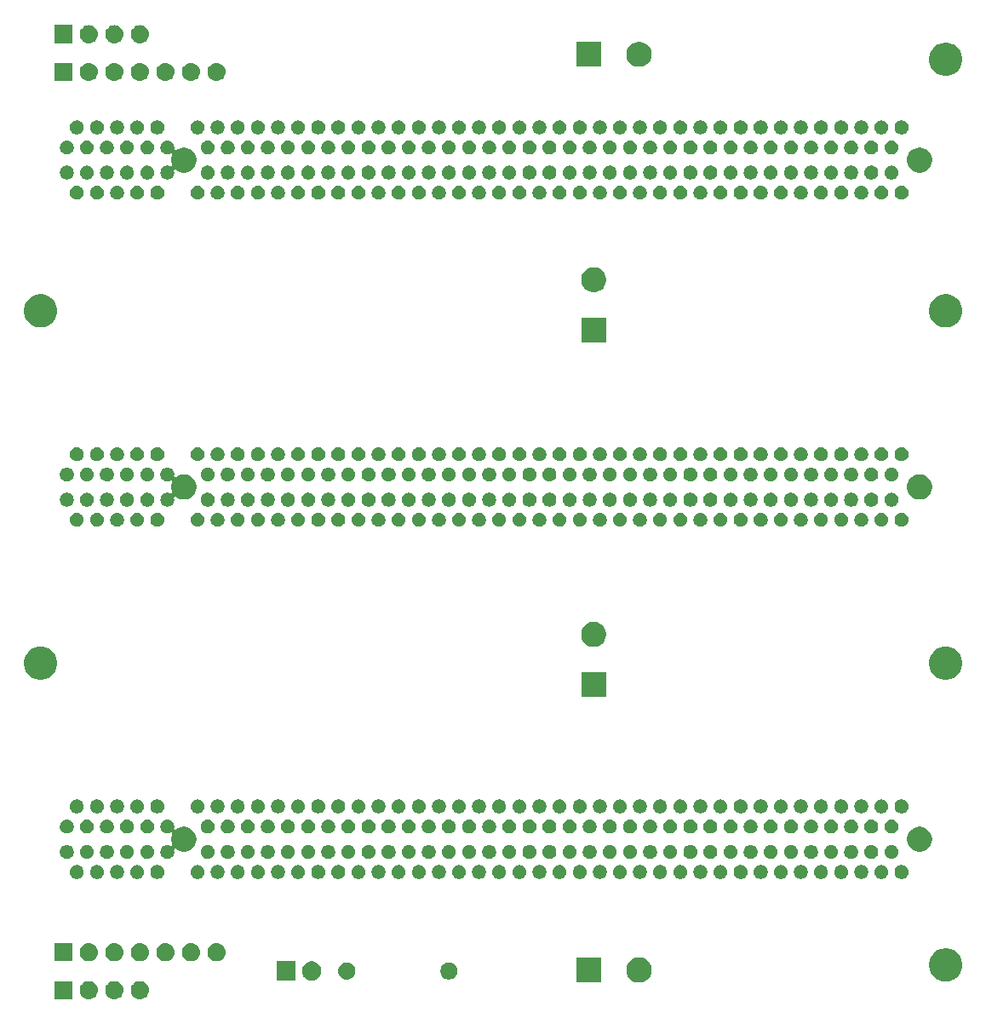
<source format=gbs>
G04 #@! TF.GenerationSoftware,KiCad,Pcbnew,(5.1.4)-1*
G04 #@! TF.CreationDate,2019-11-07T17:33:41+09:00*
G04 #@! TF.ProjectId,MotherBoard_PCIe,4d6f7468-6572-4426-9f61-72645f504349,rev?*
G04 #@! TF.SameCoordinates,Original*
G04 #@! TF.FileFunction,Soldermask,Bot*
G04 #@! TF.FilePolarity,Negative*
%FSLAX46Y46*%
G04 Gerber Fmt 4.6, Leading zero omitted, Abs format (unit mm)*
G04 Created by KiCad (PCBNEW (5.1.4)-1) date 2019-11-07 17:33:41*
%MOMM*%
%LPD*%
G04 APERTURE LIST*
%ADD10C,0.100000*%
G04 APERTURE END LIST*
D10*
G36*
X114980442Y-146605518D02*
G01*
X115046627Y-146612037D01*
X115216466Y-146663557D01*
X115372991Y-146747222D01*
X115377594Y-146751000D01*
X115510186Y-146859814D01*
X115593448Y-146961271D01*
X115622778Y-146997009D01*
X115706443Y-147153534D01*
X115757963Y-147323373D01*
X115775359Y-147500000D01*
X115757963Y-147676627D01*
X115706443Y-147846466D01*
X115622778Y-148002991D01*
X115593448Y-148038729D01*
X115510186Y-148140186D01*
X115408729Y-148223448D01*
X115372991Y-148252778D01*
X115216466Y-148336443D01*
X115046627Y-148387963D01*
X114980442Y-148394482D01*
X114914260Y-148401000D01*
X114825740Y-148401000D01*
X114759558Y-148394482D01*
X114693373Y-148387963D01*
X114523534Y-148336443D01*
X114367009Y-148252778D01*
X114331271Y-148223448D01*
X114229814Y-148140186D01*
X114146552Y-148038729D01*
X114117222Y-148002991D01*
X114033557Y-147846466D01*
X113982037Y-147676627D01*
X113964641Y-147500000D01*
X113982037Y-147323373D01*
X114033557Y-147153534D01*
X114117222Y-146997009D01*
X114146552Y-146961271D01*
X114229814Y-146859814D01*
X114362406Y-146751000D01*
X114367009Y-146747222D01*
X114523534Y-146663557D01*
X114693373Y-146612037D01*
X114759558Y-146605518D01*
X114825740Y-146599000D01*
X114914260Y-146599000D01*
X114980442Y-146605518D01*
X114980442Y-146605518D01*
G37*
G36*
X109900442Y-146605518D02*
G01*
X109966627Y-146612037D01*
X110136466Y-146663557D01*
X110292991Y-146747222D01*
X110297594Y-146751000D01*
X110430186Y-146859814D01*
X110513448Y-146961271D01*
X110542778Y-146997009D01*
X110626443Y-147153534D01*
X110677963Y-147323373D01*
X110695359Y-147500000D01*
X110677963Y-147676627D01*
X110626443Y-147846466D01*
X110542778Y-148002991D01*
X110513448Y-148038729D01*
X110430186Y-148140186D01*
X110328729Y-148223448D01*
X110292991Y-148252778D01*
X110136466Y-148336443D01*
X109966627Y-148387963D01*
X109900442Y-148394482D01*
X109834260Y-148401000D01*
X109745740Y-148401000D01*
X109679558Y-148394482D01*
X109613373Y-148387963D01*
X109443534Y-148336443D01*
X109287009Y-148252778D01*
X109251271Y-148223448D01*
X109149814Y-148140186D01*
X109066552Y-148038729D01*
X109037222Y-148002991D01*
X108953557Y-147846466D01*
X108902037Y-147676627D01*
X108884641Y-147500000D01*
X108902037Y-147323373D01*
X108953557Y-147153534D01*
X109037222Y-146997009D01*
X109066552Y-146961271D01*
X109149814Y-146859814D01*
X109282406Y-146751000D01*
X109287009Y-146747222D01*
X109443534Y-146663557D01*
X109613373Y-146612037D01*
X109679558Y-146605518D01*
X109745740Y-146599000D01*
X109834260Y-146599000D01*
X109900442Y-146605518D01*
X109900442Y-146605518D01*
G37*
G36*
X108151000Y-148401000D02*
G01*
X106349000Y-148401000D01*
X106349000Y-146599000D01*
X108151000Y-146599000D01*
X108151000Y-148401000D01*
X108151000Y-148401000D01*
G37*
G36*
X112440442Y-146605518D02*
G01*
X112506627Y-146612037D01*
X112676466Y-146663557D01*
X112832991Y-146747222D01*
X112837594Y-146751000D01*
X112970186Y-146859814D01*
X113053448Y-146961271D01*
X113082778Y-146997009D01*
X113166443Y-147153534D01*
X113217963Y-147323373D01*
X113235359Y-147500000D01*
X113217963Y-147676627D01*
X113166443Y-147846466D01*
X113082778Y-148002991D01*
X113053448Y-148038729D01*
X112970186Y-148140186D01*
X112868729Y-148223448D01*
X112832991Y-148252778D01*
X112676466Y-148336443D01*
X112506627Y-148387963D01*
X112440442Y-148394482D01*
X112374260Y-148401000D01*
X112285740Y-148401000D01*
X112219558Y-148394482D01*
X112153373Y-148387963D01*
X111983534Y-148336443D01*
X111827009Y-148252778D01*
X111791271Y-148223448D01*
X111689814Y-148140186D01*
X111606552Y-148038729D01*
X111577222Y-148002991D01*
X111493557Y-147846466D01*
X111442037Y-147676627D01*
X111424641Y-147500000D01*
X111442037Y-147323373D01*
X111493557Y-147153534D01*
X111577222Y-146997009D01*
X111606552Y-146961271D01*
X111689814Y-146859814D01*
X111822406Y-146751000D01*
X111827009Y-146747222D01*
X111983534Y-146663557D01*
X112153373Y-146612037D01*
X112219558Y-146605518D01*
X112285740Y-146599000D01*
X112374260Y-146599000D01*
X112440442Y-146605518D01*
X112440442Y-146605518D01*
G37*
G36*
X164864903Y-144297075D02*
G01*
X165089694Y-144390186D01*
X165092571Y-144391378D01*
X165297466Y-144528285D01*
X165471715Y-144702534D01*
X165596305Y-144888996D01*
X165608623Y-144907431D01*
X165702925Y-145135097D01*
X165751000Y-145376786D01*
X165751000Y-145623214D01*
X165702925Y-145864903D01*
X165626063Y-146050466D01*
X165608622Y-146092571D01*
X165471715Y-146297466D01*
X165297466Y-146471715D01*
X165092571Y-146608622D01*
X165092570Y-146608623D01*
X165092569Y-146608623D01*
X164864903Y-146702925D01*
X164623214Y-146751000D01*
X164376786Y-146751000D01*
X164135097Y-146702925D01*
X163907431Y-146608623D01*
X163907430Y-146608623D01*
X163907429Y-146608622D01*
X163702534Y-146471715D01*
X163528285Y-146297466D01*
X163391378Y-146092571D01*
X163373938Y-146050466D01*
X163297075Y-145864903D01*
X163249000Y-145623214D01*
X163249000Y-145376786D01*
X163297075Y-145135097D01*
X163391377Y-144907431D01*
X163403695Y-144888996D01*
X163528285Y-144702534D01*
X163702534Y-144528285D01*
X163907429Y-144391378D01*
X163910307Y-144390186D01*
X164135097Y-144297075D01*
X164376786Y-144249000D01*
X164623214Y-144249000D01*
X164864903Y-144297075D01*
X164864903Y-144297075D01*
G37*
G36*
X160751000Y-146751000D02*
G01*
X158249000Y-146751000D01*
X158249000Y-144249000D01*
X160751000Y-144249000D01*
X160751000Y-146751000D01*
X160751000Y-146751000D01*
G37*
G36*
X195375256Y-143391298D02*
G01*
X195481579Y-143412447D01*
X195782042Y-143536903D01*
X196052451Y-143717585D01*
X196282415Y-143947549D01*
X196463097Y-144217958D01*
X196581074Y-144502779D01*
X196587553Y-144518422D01*
X196651000Y-144837389D01*
X196651000Y-145162611D01*
X196619175Y-145322604D01*
X196587553Y-145481579D01*
X196463097Y-145782042D01*
X196282415Y-146052451D01*
X196052451Y-146282415D01*
X195782042Y-146463097D01*
X195782041Y-146463098D01*
X195782040Y-146463098D01*
X195761234Y-146471716D01*
X195481579Y-146587553D01*
X195424031Y-146599000D01*
X195162611Y-146651000D01*
X194837389Y-146651000D01*
X194575969Y-146599000D01*
X194518421Y-146587553D01*
X194238766Y-146471716D01*
X194217960Y-146463098D01*
X194217959Y-146463098D01*
X194217958Y-146463097D01*
X193947549Y-146282415D01*
X193717585Y-146052451D01*
X193536903Y-145782042D01*
X193412447Y-145481579D01*
X193380825Y-145322604D01*
X193349000Y-145162611D01*
X193349000Y-144837389D01*
X193412447Y-144518422D01*
X193418927Y-144502779D01*
X193536903Y-144217958D01*
X193717585Y-143947549D01*
X193947549Y-143717585D01*
X194217958Y-143536903D01*
X194518421Y-143412447D01*
X194624744Y-143391298D01*
X194837389Y-143349000D01*
X195162611Y-143349000D01*
X195375256Y-143391298D01*
X195375256Y-143391298D01*
G37*
G36*
X132217395Y-144685546D02*
G01*
X132390466Y-144757234D01*
X132396572Y-144761314D01*
X132546227Y-144861310D01*
X132678690Y-144993773D01*
X132721284Y-145057520D01*
X132782766Y-145149534D01*
X132854454Y-145322605D01*
X132891000Y-145506333D01*
X132891000Y-145693667D01*
X132854454Y-145877395D01*
X132782766Y-146050466D01*
X132754632Y-146092571D01*
X132678690Y-146206227D01*
X132546227Y-146338690D01*
X132523092Y-146354148D01*
X132390466Y-146442766D01*
X132217395Y-146514454D01*
X132033667Y-146551000D01*
X131846333Y-146551000D01*
X131662605Y-146514454D01*
X131489534Y-146442766D01*
X131356908Y-146354148D01*
X131333773Y-146338690D01*
X131201310Y-146206227D01*
X131125368Y-146092571D01*
X131097234Y-146050466D01*
X131025546Y-145877395D01*
X130989000Y-145693667D01*
X130989000Y-145506333D01*
X131025546Y-145322605D01*
X131097234Y-145149534D01*
X131158716Y-145057520D01*
X131201310Y-144993773D01*
X131333773Y-144861310D01*
X131483428Y-144761314D01*
X131489534Y-144757234D01*
X131662605Y-144685546D01*
X131846333Y-144649000D01*
X132033667Y-144649000D01*
X132217395Y-144685546D01*
X132217395Y-144685546D01*
G37*
G36*
X130351000Y-146551000D02*
G01*
X128449000Y-146551000D01*
X128449000Y-144649000D01*
X130351000Y-144649000D01*
X130351000Y-146551000D01*
X130351000Y-146551000D01*
G37*
G36*
X135606823Y-144761313D02*
G01*
X135767242Y-144809976D01*
X135834361Y-144845852D01*
X135915078Y-144888996D01*
X136044659Y-144995341D01*
X136151004Y-145124922D01*
X136151005Y-145124924D01*
X136230024Y-145272758D01*
X136278687Y-145433177D01*
X136295117Y-145600000D01*
X136278687Y-145766823D01*
X136230024Y-145927242D01*
X136189477Y-146003100D01*
X136151004Y-146075078D01*
X136044659Y-146204659D01*
X135915078Y-146311004D01*
X135915076Y-146311005D01*
X135767242Y-146390024D01*
X135606823Y-146438687D01*
X135481804Y-146451000D01*
X135398196Y-146451000D01*
X135273177Y-146438687D01*
X135112758Y-146390024D01*
X134964924Y-146311005D01*
X134964922Y-146311004D01*
X134835341Y-146204659D01*
X134728996Y-146075078D01*
X134690523Y-146003100D01*
X134649976Y-145927242D01*
X134601313Y-145766823D01*
X134584883Y-145600000D01*
X134601313Y-145433177D01*
X134649976Y-145272758D01*
X134728995Y-145124924D01*
X134728996Y-145124922D01*
X134835341Y-144995341D01*
X134964922Y-144888996D01*
X135045639Y-144845852D01*
X135112758Y-144809976D01*
X135273177Y-144761313D01*
X135398196Y-144749000D01*
X135481804Y-144749000D01*
X135606823Y-144761313D01*
X135606823Y-144761313D01*
G37*
G36*
X145848228Y-144781703D02*
G01*
X146003100Y-144845853D01*
X146142481Y-144938985D01*
X146261015Y-145057519D01*
X146354147Y-145196900D01*
X146418297Y-145351772D01*
X146451000Y-145516184D01*
X146451000Y-145683816D01*
X146418297Y-145848228D01*
X146354147Y-146003100D01*
X146261015Y-146142481D01*
X146142481Y-146261015D01*
X146003100Y-146354147D01*
X145848228Y-146418297D01*
X145683816Y-146451000D01*
X145516184Y-146451000D01*
X145351772Y-146418297D01*
X145196900Y-146354147D01*
X145057519Y-146261015D01*
X144938985Y-146142481D01*
X144845853Y-146003100D01*
X144781703Y-145848228D01*
X144749000Y-145683816D01*
X144749000Y-145516184D01*
X144781703Y-145351772D01*
X144845853Y-145196900D01*
X144938985Y-145057519D01*
X145057519Y-144938985D01*
X145196900Y-144845853D01*
X145351772Y-144781703D01*
X145516184Y-144749000D01*
X145683816Y-144749000D01*
X145848228Y-144781703D01*
X145848228Y-144781703D01*
G37*
G36*
X114980442Y-142855518D02*
G01*
X115046627Y-142862037D01*
X115216466Y-142913557D01*
X115372991Y-142997222D01*
X115408729Y-143026552D01*
X115510186Y-143109814D01*
X115593448Y-143211271D01*
X115622778Y-143247009D01*
X115706443Y-143403534D01*
X115757963Y-143573373D01*
X115775359Y-143750000D01*
X115757963Y-143926627D01*
X115706443Y-144096466D01*
X115622778Y-144252991D01*
X115593448Y-144288729D01*
X115510186Y-144390186D01*
X115408729Y-144473448D01*
X115372991Y-144502778D01*
X115216466Y-144586443D01*
X115046627Y-144637963D01*
X114980443Y-144644481D01*
X114914260Y-144651000D01*
X114825740Y-144651000D01*
X114759557Y-144644481D01*
X114693373Y-144637963D01*
X114523534Y-144586443D01*
X114367009Y-144502778D01*
X114331271Y-144473448D01*
X114229814Y-144390186D01*
X114146552Y-144288729D01*
X114117222Y-144252991D01*
X114033557Y-144096466D01*
X113982037Y-143926627D01*
X113964641Y-143750000D01*
X113982037Y-143573373D01*
X114033557Y-143403534D01*
X114117222Y-143247009D01*
X114146552Y-143211271D01*
X114229814Y-143109814D01*
X114331271Y-143026552D01*
X114367009Y-142997222D01*
X114523534Y-142913557D01*
X114693373Y-142862037D01*
X114759558Y-142855518D01*
X114825740Y-142849000D01*
X114914260Y-142849000D01*
X114980442Y-142855518D01*
X114980442Y-142855518D01*
G37*
G36*
X109900442Y-142855518D02*
G01*
X109966627Y-142862037D01*
X110136466Y-142913557D01*
X110292991Y-142997222D01*
X110328729Y-143026552D01*
X110430186Y-143109814D01*
X110513448Y-143211271D01*
X110542778Y-143247009D01*
X110626443Y-143403534D01*
X110677963Y-143573373D01*
X110695359Y-143750000D01*
X110677963Y-143926627D01*
X110626443Y-144096466D01*
X110542778Y-144252991D01*
X110513448Y-144288729D01*
X110430186Y-144390186D01*
X110328729Y-144473448D01*
X110292991Y-144502778D01*
X110136466Y-144586443D01*
X109966627Y-144637963D01*
X109900443Y-144644481D01*
X109834260Y-144651000D01*
X109745740Y-144651000D01*
X109679557Y-144644481D01*
X109613373Y-144637963D01*
X109443534Y-144586443D01*
X109287009Y-144502778D01*
X109251271Y-144473448D01*
X109149814Y-144390186D01*
X109066552Y-144288729D01*
X109037222Y-144252991D01*
X108953557Y-144096466D01*
X108902037Y-143926627D01*
X108884641Y-143750000D01*
X108902037Y-143573373D01*
X108953557Y-143403534D01*
X109037222Y-143247009D01*
X109066552Y-143211271D01*
X109149814Y-143109814D01*
X109251271Y-143026552D01*
X109287009Y-142997222D01*
X109443534Y-142913557D01*
X109613373Y-142862037D01*
X109679558Y-142855518D01*
X109745740Y-142849000D01*
X109834260Y-142849000D01*
X109900442Y-142855518D01*
X109900442Y-142855518D01*
G37*
G36*
X108151000Y-144651000D02*
G01*
X106349000Y-144651000D01*
X106349000Y-142849000D01*
X108151000Y-142849000D01*
X108151000Y-144651000D01*
X108151000Y-144651000D01*
G37*
G36*
X112440442Y-142855518D02*
G01*
X112506627Y-142862037D01*
X112676466Y-142913557D01*
X112832991Y-142997222D01*
X112868729Y-143026552D01*
X112970186Y-143109814D01*
X113053448Y-143211271D01*
X113082778Y-143247009D01*
X113166443Y-143403534D01*
X113217963Y-143573373D01*
X113235359Y-143750000D01*
X113217963Y-143926627D01*
X113166443Y-144096466D01*
X113082778Y-144252991D01*
X113053448Y-144288729D01*
X112970186Y-144390186D01*
X112868729Y-144473448D01*
X112832991Y-144502778D01*
X112676466Y-144586443D01*
X112506627Y-144637963D01*
X112440443Y-144644481D01*
X112374260Y-144651000D01*
X112285740Y-144651000D01*
X112219557Y-144644481D01*
X112153373Y-144637963D01*
X111983534Y-144586443D01*
X111827009Y-144502778D01*
X111791271Y-144473448D01*
X111689814Y-144390186D01*
X111606552Y-144288729D01*
X111577222Y-144252991D01*
X111493557Y-144096466D01*
X111442037Y-143926627D01*
X111424641Y-143750000D01*
X111442037Y-143573373D01*
X111493557Y-143403534D01*
X111577222Y-143247009D01*
X111606552Y-143211271D01*
X111689814Y-143109814D01*
X111791271Y-143026552D01*
X111827009Y-142997222D01*
X111983534Y-142913557D01*
X112153373Y-142862037D01*
X112219558Y-142855518D01*
X112285740Y-142849000D01*
X112374260Y-142849000D01*
X112440442Y-142855518D01*
X112440442Y-142855518D01*
G37*
G36*
X117520442Y-142855518D02*
G01*
X117586627Y-142862037D01*
X117756466Y-142913557D01*
X117912991Y-142997222D01*
X117948729Y-143026552D01*
X118050186Y-143109814D01*
X118133448Y-143211271D01*
X118162778Y-143247009D01*
X118246443Y-143403534D01*
X118297963Y-143573373D01*
X118315359Y-143750000D01*
X118297963Y-143926627D01*
X118246443Y-144096466D01*
X118162778Y-144252991D01*
X118133448Y-144288729D01*
X118050186Y-144390186D01*
X117948729Y-144473448D01*
X117912991Y-144502778D01*
X117756466Y-144586443D01*
X117586627Y-144637963D01*
X117520443Y-144644481D01*
X117454260Y-144651000D01*
X117365740Y-144651000D01*
X117299557Y-144644481D01*
X117233373Y-144637963D01*
X117063534Y-144586443D01*
X116907009Y-144502778D01*
X116871271Y-144473448D01*
X116769814Y-144390186D01*
X116686552Y-144288729D01*
X116657222Y-144252991D01*
X116573557Y-144096466D01*
X116522037Y-143926627D01*
X116504641Y-143750000D01*
X116522037Y-143573373D01*
X116573557Y-143403534D01*
X116657222Y-143247009D01*
X116686552Y-143211271D01*
X116769814Y-143109814D01*
X116871271Y-143026552D01*
X116907009Y-142997222D01*
X117063534Y-142913557D01*
X117233373Y-142862037D01*
X117299558Y-142855518D01*
X117365740Y-142849000D01*
X117454260Y-142849000D01*
X117520442Y-142855518D01*
X117520442Y-142855518D01*
G37*
G36*
X120060442Y-142855518D02*
G01*
X120126627Y-142862037D01*
X120296466Y-142913557D01*
X120452991Y-142997222D01*
X120488729Y-143026552D01*
X120590186Y-143109814D01*
X120673448Y-143211271D01*
X120702778Y-143247009D01*
X120786443Y-143403534D01*
X120837963Y-143573373D01*
X120855359Y-143750000D01*
X120837963Y-143926627D01*
X120786443Y-144096466D01*
X120702778Y-144252991D01*
X120673448Y-144288729D01*
X120590186Y-144390186D01*
X120488729Y-144473448D01*
X120452991Y-144502778D01*
X120296466Y-144586443D01*
X120126627Y-144637963D01*
X120060443Y-144644481D01*
X119994260Y-144651000D01*
X119905740Y-144651000D01*
X119839557Y-144644481D01*
X119773373Y-144637963D01*
X119603534Y-144586443D01*
X119447009Y-144502778D01*
X119411271Y-144473448D01*
X119309814Y-144390186D01*
X119226552Y-144288729D01*
X119197222Y-144252991D01*
X119113557Y-144096466D01*
X119062037Y-143926627D01*
X119044641Y-143750000D01*
X119062037Y-143573373D01*
X119113557Y-143403534D01*
X119197222Y-143247009D01*
X119226552Y-143211271D01*
X119309814Y-143109814D01*
X119411271Y-143026552D01*
X119447009Y-142997222D01*
X119603534Y-142913557D01*
X119773373Y-142862037D01*
X119839558Y-142855518D01*
X119905740Y-142849000D01*
X119994260Y-142849000D01*
X120060442Y-142855518D01*
X120060442Y-142855518D01*
G37*
G36*
X122600442Y-142855518D02*
G01*
X122666627Y-142862037D01*
X122836466Y-142913557D01*
X122992991Y-142997222D01*
X123028729Y-143026552D01*
X123130186Y-143109814D01*
X123213448Y-143211271D01*
X123242778Y-143247009D01*
X123326443Y-143403534D01*
X123377963Y-143573373D01*
X123395359Y-143750000D01*
X123377963Y-143926627D01*
X123326443Y-144096466D01*
X123242778Y-144252991D01*
X123213448Y-144288729D01*
X123130186Y-144390186D01*
X123028729Y-144473448D01*
X122992991Y-144502778D01*
X122836466Y-144586443D01*
X122666627Y-144637963D01*
X122600443Y-144644481D01*
X122534260Y-144651000D01*
X122445740Y-144651000D01*
X122379557Y-144644481D01*
X122313373Y-144637963D01*
X122143534Y-144586443D01*
X121987009Y-144502778D01*
X121951271Y-144473448D01*
X121849814Y-144390186D01*
X121766552Y-144288729D01*
X121737222Y-144252991D01*
X121653557Y-144096466D01*
X121602037Y-143926627D01*
X121584641Y-143750000D01*
X121602037Y-143573373D01*
X121653557Y-143403534D01*
X121737222Y-143247009D01*
X121766552Y-143211271D01*
X121849814Y-143109814D01*
X121951271Y-143026552D01*
X121987009Y-142997222D01*
X122143534Y-142913557D01*
X122313373Y-142862037D01*
X122379558Y-142855518D01*
X122445740Y-142849000D01*
X122534260Y-142849000D01*
X122600442Y-142855518D01*
X122600442Y-142855518D01*
G37*
G36*
X190801557Y-135085555D02*
G01*
X190927310Y-135137643D01*
X191040486Y-135213265D01*
X191136735Y-135309514D01*
X191212357Y-135422690D01*
X191264445Y-135548443D01*
X191291000Y-135681943D01*
X191291000Y-135818057D01*
X191264445Y-135951557D01*
X191212357Y-136077310D01*
X191136735Y-136190486D01*
X191040486Y-136286735D01*
X190927310Y-136362357D01*
X190801557Y-136414445D01*
X190668058Y-136441000D01*
X190531942Y-136441000D01*
X190398443Y-136414445D01*
X190272690Y-136362357D01*
X190159514Y-136286735D01*
X190063265Y-136190486D01*
X189987643Y-136077310D01*
X189935555Y-135951557D01*
X189909000Y-135818057D01*
X189909000Y-135681943D01*
X189935555Y-135548443D01*
X189987643Y-135422690D01*
X190063265Y-135309514D01*
X190159514Y-135213265D01*
X190272690Y-135137643D01*
X190398443Y-135085555D01*
X190531942Y-135059000D01*
X190668058Y-135059000D01*
X190801557Y-135085555D01*
X190801557Y-135085555D01*
G37*
G36*
X186801557Y-135085555D02*
G01*
X186927310Y-135137643D01*
X187040486Y-135213265D01*
X187136735Y-135309514D01*
X187212357Y-135422690D01*
X187264445Y-135548443D01*
X187291000Y-135681943D01*
X187291000Y-135818057D01*
X187264445Y-135951557D01*
X187212357Y-136077310D01*
X187136735Y-136190486D01*
X187040486Y-136286735D01*
X186927310Y-136362357D01*
X186801557Y-136414445D01*
X186668058Y-136441000D01*
X186531942Y-136441000D01*
X186398443Y-136414445D01*
X186272690Y-136362357D01*
X186159514Y-136286735D01*
X186063265Y-136190486D01*
X185987643Y-136077310D01*
X185935555Y-135951557D01*
X185909000Y-135818057D01*
X185909000Y-135681943D01*
X185935555Y-135548443D01*
X185987643Y-135422690D01*
X186063265Y-135309514D01*
X186159514Y-135213265D01*
X186272690Y-135137643D01*
X186398443Y-135085555D01*
X186531942Y-135059000D01*
X186668058Y-135059000D01*
X186801557Y-135085555D01*
X186801557Y-135085555D01*
G37*
G36*
X184801557Y-135085555D02*
G01*
X184927310Y-135137643D01*
X185040486Y-135213265D01*
X185136735Y-135309514D01*
X185212357Y-135422690D01*
X185264445Y-135548443D01*
X185291000Y-135681943D01*
X185291000Y-135818057D01*
X185264445Y-135951557D01*
X185212357Y-136077310D01*
X185136735Y-136190486D01*
X185040486Y-136286735D01*
X184927310Y-136362357D01*
X184801557Y-136414445D01*
X184668058Y-136441000D01*
X184531942Y-136441000D01*
X184398443Y-136414445D01*
X184272690Y-136362357D01*
X184159514Y-136286735D01*
X184063265Y-136190486D01*
X183987643Y-136077310D01*
X183935555Y-135951557D01*
X183909000Y-135818057D01*
X183909000Y-135681943D01*
X183935555Y-135548443D01*
X183987643Y-135422690D01*
X184063265Y-135309514D01*
X184159514Y-135213265D01*
X184272690Y-135137643D01*
X184398443Y-135085555D01*
X184531942Y-135059000D01*
X184668058Y-135059000D01*
X184801557Y-135085555D01*
X184801557Y-135085555D01*
G37*
G36*
X182801557Y-135085555D02*
G01*
X182927310Y-135137643D01*
X183040486Y-135213265D01*
X183136735Y-135309514D01*
X183212357Y-135422690D01*
X183264445Y-135548443D01*
X183291000Y-135681943D01*
X183291000Y-135818057D01*
X183264445Y-135951557D01*
X183212357Y-136077310D01*
X183136735Y-136190486D01*
X183040486Y-136286735D01*
X182927310Y-136362357D01*
X182801557Y-136414445D01*
X182668058Y-136441000D01*
X182531942Y-136441000D01*
X182398443Y-136414445D01*
X182272690Y-136362357D01*
X182159514Y-136286735D01*
X182063265Y-136190486D01*
X181987643Y-136077310D01*
X181935555Y-135951557D01*
X181909000Y-135818057D01*
X181909000Y-135681943D01*
X181935555Y-135548443D01*
X181987643Y-135422690D01*
X182063265Y-135309514D01*
X182159514Y-135213265D01*
X182272690Y-135137643D01*
X182398443Y-135085555D01*
X182531942Y-135059000D01*
X182668058Y-135059000D01*
X182801557Y-135085555D01*
X182801557Y-135085555D01*
G37*
G36*
X180801557Y-135085555D02*
G01*
X180927310Y-135137643D01*
X181040486Y-135213265D01*
X181136735Y-135309514D01*
X181212357Y-135422690D01*
X181264445Y-135548443D01*
X181291000Y-135681943D01*
X181291000Y-135818057D01*
X181264445Y-135951557D01*
X181212357Y-136077310D01*
X181136735Y-136190486D01*
X181040486Y-136286735D01*
X180927310Y-136362357D01*
X180801557Y-136414445D01*
X180668058Y-136441000D01*
X180531942Y-136441000D01*
X180398443Y-136414445D01*
X180272690Y-136362357D01*
X180159514Y-136286735D01*
X180063265Y-136190486D01*
X179987643Y-136077310D01*
X179935555Y-135951557D01*
X179909000Y-135818057D01*
X179909000Y-135681943D01*
X179935555Y-135548443D01*
X179987643Y-135422690D01*
X180063265Y-135309514D01*
X180159514Y-135213265D01*
X180272690Y-135137643D01*
X180398443Y-135085555D01*
X180531942Y-135059000D01*
X180668058Y-135059000D01*
X180801557Y-135085555D01*
X180801557Y-135085555D01*
G37*
G36*
X178801557Y-135085555D02*
G01*
X178927310Y-135137643D01*
X179040486Y-135213265D01*
X179136735Y-135309514D01*
X179212357Y-135422690D01*
X179264445Y-135548443D01*
X179291000Y-135681943D01*
X179291000Y-135818057D01*
X179264445Y-135951557D01*
X179212357Y-136077310D01*
X179136735Y-136190486D01*
X179040486Y-136286735D01*
X178927310Y-136362357D01*
X178801557Y-136414445D01*
X178668058Y-136441000D01*
X178531942Y-136441000D01*
X178398443Y-136414445D01*
X178272690Y-136362357D01*
X178159514Y-136286735D01*
X178063265Y-136190486D01*
X177987643Y-136077310D01*
X177935555Y-135951557D01*
X177909000Y-135818057D01*
X177909000Y-135681943D01*
X177935555Y-135548443D01*
X177987643Y-135422690D01*
X178063265Y-135309514D01*
X178159514Y-135213265D01*
X178272690Y-135137643D01*
X178398443Y-135085555D01*
X178531942Y-135059000D01*
X178668058Y-135059000D01*
X178801557Y-135085555D01*
X178801557Y-135085555D01*
G37*
G36*
X176801557Y-135085555D02*
G01*
X176927310Y-135137643D01*
X177040486Y-135213265D01*
X177136735Y-135309514D01*
X177212357Y-135422690D01*
X177264445Y-135548443D01*
X177291000Y-135681943D01*
X177291000Y-135818057D01*
X177264445Y-135951557D01*
X177212357Y-136077310D01*
X177136735Y-136190486D01*
X177040486Y-136286735D01*
X176927310Y-136362357D01*
X176801557Y-136414445D01*
X176668058Y-136441000D01*
X176531942Y-136441000D01*
X176398443Y-136414445D01*
X176272690Y-136362357D01*
X176159514Y-136286735D01*
X176063265Y-136190486D01*
X175987643Y-136077310D01*
X175935555Y-135951557D01*
X175909000Y-135818057D01*
X175909000Y-135681943D01*
X175935555Y-135548443D01*
X175987643Y-135422690D01*
X176063265Y-135309514D01*
X176159514Y-135213265D01*
X176272690Y-135137643D01*
X176398443Y-135085555D01*
X176531942Y-135059000D01*
X176668058Y-135059000D01*
X176801557Y-135085555D01*
X176801557Y-135085555D01*
G37*
G36*
X174801557Y-135085555D02*
G01*
X174927310Y-135137643D01*
X175040486Y-135213265D01*
X175136735Y-135309514D01*
X175212357Y-135422690D01*
X175264445Y-135548443D01*
X175291000Y-135681943D01*
X175291000Y-135818057D01*
X175264445Y-135951557D01*
X175212357Y-136077310D01*
X175136735Y-136190486D01*
X175040486Y-136286735D01*
X174927310Y-136362357D01*
X174801557Y-136414445D01*
X174668058Y-136441000D01*
X174531942Y-136441000D01*
X174398443Y-136414445D01*
X174272690Y-136362357D01*
X174159514Y-136286735D01*
X174063265Y-136190486D01*
X173987643Y-136077310D01*
X173935555Y-135951557D01*
X173909000Y-135818057D01*
X173909000Y-135681943D01*
X173935555Y-135548443D01*
X173987643Y-135422690D01*
X174063265Y-135309514D01*
X174159514Y-135213265D01*
X174272690Y-135137643D01*
X174398443Y-135085555D01*
X174531942Y-135059000D01*
X174668058Y-135059000D01*
X174801557Y-135085555D01*
X174801557Y-135085555D01*
G37*
G36*
X172801557Y-135085555D02*
G01*
X172927310Y-135137643D01*
X173040486Y-135213265D01*
X173136735Y-135309514D01*
X173212357Y-135422690D01*
X173264445Y-135548443D01*
X173291000Y-135681943D01*
X173291000Y-135818057D01*
X173264445Y-135951557D01*
X173212357Y-136077310D01*
X173136735Y-136190486D01*
X173040486Y-136286735D01*
X172927310Y-136362357D01*
X172801557Y-136414445D01*
X172668058Y-136441000D01*
X172531942Y-136441000D01*
X172398443Y-136414445D01*
X172272690Y-136362357D01*
X172159514Y-136286735D01*
X172063265Y-136190486D01*
X171987643Y-136077310D01*
X171935555Y-135951557D01*
X171909000Y-135818057D01*
X171909000Y-135681943D01*
X171935555Y-135548443D01*
X171987643Y-135422690D01*
X172063265Y-135309514D01*
X172159514Y-135213265D01*
X172272690Y-135137643D01*
X172398443Y-135085555D01*
X172531942Y-135059000D01*
X172668058Y-135059000D01*
X172801557Y-135085555D01*
X172801557Y-135085555D01*
G37*
G36*
X170801557Y-135085555D02*
G01*
X170927310Y-135137643D01*
X171040486Y-135213265D01*
X171136735Y-135309514D01*
X171212357Y-135422690D01*
X171264445Y-135548443D01*
X171291000Y-135681943D01*
X171291000Y-135818057D01*
X171264445Y-135951557D01*
X171212357Y-136077310D01*
X171136735Y-136190486D01*
X171040486Y-136286735D01*
X170927310Y-136362357D01*
X170801557Y-136414445D01*
X170668058Y-136441000D01*
X170531942Y-136441000D01*
X170398443Y-136414445D01*
X170272690Y-136362357D01*
X170159514Y-136286735D01*
X170063265Y-136190486D01*
X169987643Y-136077310D01*
X169935555Y-135951557D01*
X169909000Y-135818057D01*
X169909000Y-135681943D01*
X169935555Y-135548443D01*
X169987643Y-135422690D01*
X170063265Y-135309514D01*
X170159514Y-135213265D01*
X170272690Y-135137643D01*
X170398443Y-135085555D01*
X170531942Y-135059000D01*
X170668058Y-135059000D01*
X170801557Y-135085555D01*
X170801557Y-135085555D01*
G37*
G36*
X148801557Y-135085555D02*
G01*
X148927310Y-135137643D01*
X149040486Y-135213265D01*
X149136735Y-135309514D01*
X149212357Y-135422690D01*
X149264445Y-135548443D01*
X149291000Y-135681943D01*
X149291000Y-135818057D01*
X149264445Y-135951557D01*
X149212357Y-136077310D01*
X149136735Y-136190486D01*
X149040486Y-136286735D01*
X148927310Y-136362357D01*
X148801557Y-136414445D01*
X148668058Y-136441000D01*
X148531942Y-136441000D01*
X148398443Y-136414445D01*
X148272690Y-136362357D01*
X148159514Y-136286735D01*
X148063265Y-136190486D01*
X147987643Y-136077310D01*
X147935555Y-135951557D01*
X147909000Y-135818057D01*
X147909000Y-135681943D01*
X147935555Y-135548443D01*
X147987643Y-135422690D01*
X148063265Y-135309514D01*
X148159514Y-135213265D01*
X148272690Y-135137643D01*
X148398443Y-135085555D01*
X148531942Y-135059000D01*
X148668058Y-135059000D01*
X148801557Y-135085555D01*
X148801557Y-135085555D01*
G37*
G36*
X166801557Y-135085555D02*
G01*
X166927310Y-135137643D01*
X167040486Y-135213265D01*
X167136735Y-135309514D01*
X167212357Y-135422690D01*
X167264445Y-135548443D01*
X167291000Y-135681943D01*
X167291000Y-135818057D01*
X167264445Y-135951557D01*
X167212357Y-136077310D01*
X167136735Y-136190486D01*
X167040486Y-136286735D01*
X166927310Y-136362357D01*
X166801557Y-136414445D01*
X166668058Y-136441000D01*
X166531942Y-136441000D01*
X166398443Y-136414445D01*
X166272690Y-136362357D01*
X166159514Y-136286735D01*
X166063265Y-136190486D01*
X165987643Y-136077310D01*
X165935555Y-135951557D01*
X165909000Y-135818057D01*
X165909000Y-135681943D01*
X165935555Y-135548443D01*
X165987643Y-135422690D01*
X166063265Y-135309514D01*
X166159514Y-135213265D01*
X166272690Y-135137643D01*
X166398443Y-135085555D01*
X166531942Y-135059000D01*
X166668058Y-135059000D01*
X166801557Y-135085555D01*
X166801557Y-135085555D01*
G37*
G36*
X164801557Y-135085555D02*
G01*
X164927310Y-135137643D01*
X165040486Y-135213265D01*
X165136735Y-135309514D01*
X165212357Y-135422690D01*
X165264445Y-135548443D01*
X165291000Y-135681943D01*
X165291000Y-135818057D01*
X165264445Y-135951557D01*
X165212357Y-136077310D01*
X165136735Y-136190486D01*
X165040486Y-136286735D01*
X164927310Y-136362357D01*
X164801557Y-136414445D01*
X164668058Y-136441000D01*
X164531942Y-136441000D01*
X164398443Y-136414445D01*
X164272690Y-136362357D01*
X164159514Y-136286735D01*
X164063265Y-136190486D01*
X163987643Y-136077310D01*
X163935555Y-135951557D01*
X163909000Y-135818057D01*
X163909000Y-135681943D01*
X163935555Y-135548443D01*
X163987643Y-135422690D01*
X164063265Y-135309514D01*
X164159514Y-135213265D01*
X164272690Y-135137643D01*
X164398443Y-135085555D01*
X164531942Y-135059000D01*
X164668058Y-135059000D01*
X164801557Y-135085555D01*
X164801557Y-135085555D01*
G37*
G36*
X162801557Y-135085555D02*
G01*
X162927310Y-135137643D01*
X163040486Y-135213265D01*
X163136735Y-135309514D01*
X163212357Y-135422690D01*
X163264445Y-135548443D01*
X163291000Y-135681943D01*
X163291000Y-135818057D01*
X163264445Y-135951557D01*
X163212357Y-136077310D01*
X163136735Y-136190486D01*
X163040486Y-136286735D01*
X162927310Y-136362357D01*
X162801557Y-136414445D01*
X162668058Y-136441000D01*
X162531942Y-136441000D01*
X162398443Y-136414445D01*
X162272690Y-136362357D01*
X162159514Y-136286735D01*
X162063265Y-136190486D01*
X161987643Y-136077310D01*
X161935555Y-135951557D01*
X161909000Y-135818057D01*
X161909000Y-135681943D01*
X161935555Y-135548443D01*
X161987643Y-135422690D01*
X162063265Y-135309514D01*
X162159514Y-135213265D01*
X162272690Y-135137643D01*
X162398443Y-135085555D01*
X162531942Y-135059000D01*
X162668058Y-135059000D01*
X162801557Y-135085555D01*
X162801557Y-135085555D01*
G37*
G36*
X160801557Y-135085555D02*
G01*
X160927310Y-135137643D01*
X161040486Y-135213265D01*
X161136735Y-135309514D01*
X161212357Y-135422690D01*
X161264445Y-135548443D01*
X161291000Y-135681943D01*
X161291000Y-135818057D01*
X161264445Y-135951557D01*
X161212357Y-136077310D01*
X161136735Y-136190486D01*
X161040486Y-136286735D01*
X160927310Y-136362357D01*
X160801557Y-136414445D01*
X160668058Y-136441000D01*
X160531942Y-136441000D01*
X160398443Y-136414445D01*
X160272690Y-136362357D01*
X160159514Y-136286735D01*
X160063265Y-136190486D01*
X159987643Y-136077310D01*
X159935555Y-135951557D01*
X159909000Y-135818057D01*
X159909000Y-135681943D01*
X159935555Y-135548443D01*
X159987643Y-135422690D01*
X160063265Y-135309514D01*
X160159514Y-135213265D01*
X160272690Y-135137643D01*
X160398443Y-135085555D01*
X160531942Y-135059000D01*
X160668058Y-135059000D01*
X160801557Y-135085555D01*
X160801557Y-135085555D01*
G37*
G36*
X158801557Y-135085555D02*
G01*
X158927310Y-135137643D01*
X159040486Y-135213265D01*
X159136735Y-135309514D01*
X159212357Y-135422690D01*
X159264445Y-135548443D01*
X159291000Y-135681943D01*
X159291000Y-135818057D01*
X159264445Y-135951557D01*
X159212357Y-136077310D01*
X159136735Y-136190486D01*
X159040486Y-136286735D01*
X158927310Y-136362357D01*
X158801557Y-136414445D01*
X158668058Y-136441000D01*
X158531942Y-136441000D01*
X158398443Y-136414445D01*
X158272690Y-136362357D01*
X158159514Y-136286735D01*
X158063265Y-136190486D01*
X157987643Y-136077310D01*
X157935555Y-135951557D01*
X157909000Y-135818057D01*
X157909000Y-135681943D01*
X157935555Y-135548443D01*
X157987643Y-135422690D01*
X158063265Y-135309514D01*
X158159514Y-135213265D01*
X158272690Y-135137643D01*
X158398443Y-135085555D01*
X158531942Y-135059000D01*
X158668058Y-135059000D01*
X158801557Y-135085555D01*
X158801557Y-135085555D01*
G37*
G36*
X156801557Y-135085555D02*
G01*
X156927310Y-135137643D01*
X157040486Y-135213265D01*
X157136735Y-135309514D01*
X157212357Y-135422690D01*
X157264445Y-135548443D01*
X157291000Y-135681943D01*
X157291000Y-135818057D01*
X157264445Y-135951557D01*
X157212357Y-136077310D01*
X157136735Y-136190486D01*
X157040486Y-136286735D01*
X156927310Y-136362357D01*
X156801557Y-136414445D01*
X156668058Y-136441000D01*
X156531942Y-136441000D01*
X156398443Y-136414445D01*
X156272690Y-136362357D01*
X156159514Y-136286735D01*
X156063265Y-136190486D01*
X155987643Y-136077310D01*
X155935555Y-135951557D01*
X155909000Y-135818057D01*
X155909000Y-135681943D01*
X155935555Y-135548443D01*
X155987643Y-135422690D01*
X156063265Y-135309514D01*
X156159514Y-135213265D01*
X156272690Y-135137643D01*
X156398443Y-135085555D01*
X156531942Y-135059000D01*
X156668058Y-135059000D01*
X156801557Y-135085555D01*
X156801557Y-135085555D01*
G37*
G36*
X154801557Y-135085555D02*
G01*
X154927310Y-135137643D01*
X155040486Y-135213265D01*
X155136735Y-135309514D01*
X155212357Y-135422690D01*
X155264445Y-135548443D01*
X155291000Y-135681943D01*
X155291000Y-135818057D01*
X155264445Y-135951557D01*
X155212357Y-136077310D01*
X155136735Y-136190486D01*
X155040486Y-136286735D01*
X154927310Y-136362357D01*
X154801557Y-136414445D01*
X154668058Y-136441000D01*
X154531942Y-136441000D01*
X154398443Y-136414445D01*
X154272690Y-136362357D01*
X154159514Y-136286735D01*
X154063265Y-136190486D01*
X153987643Y-136077310D01*
X153935555Y-135951557D01*
X153909000Y-135818057D01*
X153909000Y-135681943D01*
X153935555Y-135548443D01*
X153987643Y-135422690D01*
X154063265Y-135309514D01*
X154159514Y-135213265D01*
X154272690Y-135137643D01*
X154398443Y-135085555D01*
X154531942Y-135059000D01*
X154668058Y-135059000D01*
X154801557Y-135085555D01*
X154801557Y-135085555D01*
G37*
G36*
X152801557Y-135085555D02*
G01*
X152927310Y-135137643D01*
X153040486Y-135213265D01*
X153136735Y-135309514D01*
X153212357Y-135422690D01*
X153264445Y-135548443D01*
X153291000Y-135681943D01*
X153291000Y-135818057D01*
X153264445Y-135951557D01*
X153212357Y-136077310D01*
X153136735Y-136190486D01*
X153040486Y-136286735D01*
X152927310Y-136362357D01*
X152801557Y-136414445D01*
X152668058Y-136441000D01*
X152531942Y-136441000D01*
X152398443Y-136414445D01*
X152272690Y-136362357D01*
X152159514Y-136286735D01*
X152063265Y-136190486D01*
X151987643Y-136077310D01*
X151935555Y-135951557D01*
X151909000Y-135818057D01*
X151909000Y-135681943D01*
X151935555Y-135548443D01*
X151987643Y-135422690D01*
X152063265Y-135309514D01*
X152159514Y-135213265D01*
X152272690Y-135137643D01*
X152398443Y-135085555D01*
X152531942Y-135059000D01*
X152668058Y-135059000D01*
X152801557Y-135085555D01*
X152801557Y-135085555D01*
G37*
G36*
X150801557Y-135085555D02*
G01*
X150927310Y-135137643D01*
X151040486Y-135213265D01*
X151136735Y-135309514D01*
X151212357Y-135422690D01*
X151264445Y-135548443D01*
X151291000Y-135681943D01*
X151291000Y-135818057D01*
X151264445Y-135951557D01*
X151212357Y-136077310D01*
X151136735Y-136190486D01*
X151040486Y-136286735D01*
X150927310Y-136362357D01*
X150801557Y-136414445D01*
X150668058Y-136441000D01*
X150531942Y-136441000D01*
X150398443Y-136414445D01*
X150272690Y-136362357D01*
X150159514Y-136286735D01*
X150063265Y-136190486D01*
X149987643Y-136077310D01*
X149935555Y-135951557D01*
X149909000Y-135818057D01*
X149909000Y-135681943D01*
X149935555Y-135548443D01*
X149987643Y-135422690D01*
X150063265Y-135309514D01*
X150159514Y-135213265D01*
X150272690Y-135137643D01*
X150398443Y-135085555D01*
X150531942Y-135059000D01*
X150668058Y-135059000D01*
X150801557Y-135085555D01*
X150801557Y-135085555D01*
G37*
G36*
X114801557Y-135085555D02*
G01*
X114927310Y-135137643D01*
X115040486Y-135213265D01*
X115136735Y-135309514D01*
X115212357Y-135422690D01*
X115264445Y-135548443D01*
X115291000Y-135681943D01*
X115291000Y-135818057D01*
X115264445Y-135951557D01*
X115212357Y-136077310D01*
X115136735Y-136190486D01*
X115040486Y-136286735D01*
X114927310Y-136362357D01*
X114801557Y-136414445D01*
X114668058Y-136441000D01*
X114531942Y-136441000D01*
X114398443Y-136414445D01*
X114272690Y-136362357D01*
X114159514Y-136286735D01*
X114063265Y-136190486D01*
X113987643Y-136077310D01*
X113935555Y-135951557D01*
X113909000Y-135818057D01*
X113909000Y-135681943D01*
X113935555Y-135548443D01*
X113987643Y-135422690D01*
X114063265Y-135309514D01*
X114159514Y-135213265D01*
X114272690Y-135137643D01*
X114398443Y-135085555D01*
X114531942Y-135059000D01*
X114668058Y-135059000D01*
X114801557Y-135085555D01*
X114801557Y-135085555D01*
G37*
G36*
X138801557Y-135085555D02*
G01*
X138927310Y-135137643D01*
X139040486Y-135213265D01*
X139136735Y-135309514D01*
X139212357Y-135422690D01*
X139264445Y-135548443D01*
X139291000Y-135681943D01*
X139291000Y-135818057D01*
X139264445Y-135951557D01*
X139212357Y-136077310D01*
X139136735Y-136190486D01*
X139040486Y-136286735D01*
X138927310Y-136362357D01*
X138801557Y-136414445D01*
X138668058Y-136441000D01*
X138531942Y-136441000D01*
X138398443Y-136414445D01*
X138272690Y-136362357D01*
X138159514Y-136286735D01*
X138063265Y-136190486D01*
X137987643Y-136077310D01*
X137935555Y-135951557D01*
X137909000Y-135818057D01*
X137909000Y-135681943D01*
X137935555Y-135548443D01*
X137987643Y-135422690D01*
X138063265Y-135309514D01*
X138159514Y-135213265D01*
X138272690Y-135137643D01*
X138398443Y-135085555D01*
X138531942Y-135059000D01*
X138668058Y-135059000D01*
X138801557Y-135085555D01*
X138801557Y-135085555D01*
G37*
G36*
X140801557Y-135085555D02*
G01*
X140927310Y-135137643D01*
X141040486Y-135213265D01*
X141136735Y-135309514D01*
X141212357Y-135422690D01*
X141264445Y-135548443D01*
X141291000Y-135681943D01*
X141291000Y-135818057D01*
X141264445Y-135951557D01*
X141212357Y-136077310D01*
X141136735Y-136190486D01*
X141040486Y-136286735D01*
X140927310Y-136362357D01*
X140801557Y-136414445D01*
X140668058Y-136441000D01*
X140531942Y-136441000D01*
X140398443Y-136414445D01*
X140272690Y-136362357D01*
X140159514Y-136286735D01*
X140063265Y-136190486D01*
X139987643Y-136077310D01*
X139935555Y-135951557D01*
X139909000Y-135818057D01*
X139909000Y-135681943D01*
X139935555Y-135548443D01*
X139987643Y-135422690D01*
X140063265Y-135309514D01*
X140159514Y-135213265D01*
X140272690Y-135137643D01*
X140398443Y-135085555D01*
X140531942Y-135059000D01*
X140668058Y-135059000D01*
X140801557Y-135085555D01*
X140801557Y-135085555D01*
G37*
G36*
X142801557Y-135085555D02*
G01*
X142927310Y-135137643D01*
X143040486Y-135213265D01*
X143136735Y-135309514D01*
X143212357Y-135422690D01*
X143264445Y-135548443D01*
X143291000Y-135681943D01*
X143291000Y-135818057D01*
X143264445Y-135951557D01*
X143212357Y-136077310D01*
X143136735Y-136190486D01*
X143040486Y-136286735D01*
X142927310Y-136362357D01*
X142801557Y-136414445D01*
X142668058Y-136441000D01*
X142531942Y-136441000D01*
X142398443Y-136414445D01*
X142272690Y-136362357D01*
X142159514Y-136286735D01*
X142063265Y-136190486D01*
X141987643Y-136077310D01*
X141935555Y-135951557D01*
X141909000Y-135818057D01*
X141909000Y-135681943D01*
X141935555Y-135548443D01*
X141987643Y-135422690D01*
X142063265Y-135309514D01*
X142159514Y-135213265D01*
X142272690Y-135137643D01*
X142398443Y-135085555D01*
X142531942Y-135059000D01*
X142668058Y-135059000D01*
X142801557Y-135085555D01*
X142801557Y-135085555D01*
G37*
G36*
X144801557Y-135085555D02*
G01*
X144927310Y-135137643D01*
X145040486Y-135213265D01*
X145136735Y-135309514D01*
X145212357Y-135422690D01*
X145264445Y-135548443D01*
X145291000Y-135681943D01*
X145291000Y-135818057D01*
X145264445Y-135951557D01*
X145212357Y-136077310D01*
X145136735Y-136190486D01*
X145040486Y-136286735D01*
X144927310Y-136362357D01*
X144801557Y-136414445D01*
X144668058Y-136441000D01*
X144531942Y-136441000D01*
X144398443Y-136414445D01*
X144272690Y-136362357D01*
X144159514Y-136286735D01*
X144063265Y-136190486D01*
X143987643Y-136077310D01*
X143935555Y-135951557D01*
X143909000Y-135818057D01*
X143909000Y-135681943D01*
X143935555Y-135548443D01*
X143987643Y-135422690D01*
X144063265Y-135309514D01*
X144159514Y-135213265D01*
X144272690Y-135137643D01*
X144398443Y-135085555D01*
X144531942Y-135059000D01*
X144668058Y-135059000D01*
X144801557Y-135085555D01*
X144801557Y-135085555D01*
G37*
G36*
X146801557Y-135085555D02*
G01*
X146927310Y-135137643D01*
X147040486Y-135213265D01*
X147136735Y-135309514D01*
X147212357Y-135422690D01*
X147264445Y-135548443D01*
X147291000Y-135681943D01*
X147291000Y-135818057D01*
X147264445Y-135951557D01*
X147212357Y-136077310D01*
X147136735Y-136190486D01*
X147040486Y-136286735D01*
X146927310Y-136362357D01*
X146801557Y-136414445D01*
X146668058Y-136441000D01*
X146531942Y-136441000D01*
X146398443Y-136414445D01*
X146272690Y-136362357D01*
X146159514Y-136286735D01*
X146063265Y-136190486D01*
X145987643Y-136077310D01*
X145935555Y-135951557D01*
X145909000Y-135818057D01*
X145909000Y-135681943D01*
X145935555Y-135548443D01*
X145987643Y-135422690D01*
X146063265Y-135309514D01*
X146159514Y-135213265D01*
X146272690Y-135137643D01*
X146398443Y-135085555D01*
X146531942Y-135059000D01*
X146668058Y-135059000D01*
X146801557Y-135085555D01*
X146801557Y-135085555D01*
G37*
G36*
X136801557Y-135085555D02*
G01*
X136927310Y-135137643D01*
X137040486Y-135213265D01*
X137136735Y-135309514D01*
X137212357Y-135422690D01*
X137264445Y-135548443D01*
X137291000Y-135681943D01*
X137291000Y-135818057D01*
X137264445Y-135951557D01*
X137212357Y-136077310D01*
X137136735Y-136190486D01*
X137040486Y-136286735D01*
X136927310Y-136362357D01*
X136801557Y-136414445D01*
X136668058Y-136441000D01*
X136531942Y-136441000D01*
X136398443Y-136414445D01*
X136272690Y-136362357D01*
X136159514Y-136286735D01*
X136063265Y-136190486D01*
X135987643Y-136077310D01*
X135935555Y-135951557D01*
X135909000Y-135818057D01*
X135909000Y-135681943D01*
X135935555Y-135548443D01*
X135987643Y-135422690D01*
X136063265Y-135309514D01*
X136159514Y-135213265D01*
X136272690Y-135137643D01*
X136398443Y-135085555D01*
X136531942Y-135059000D01*
X136668058Y-135059000D01*
X136801557Y-135085555D01*
X136801557Y-135085555D01*
G37*
G36*
X134801557Y-135085555D02*
G01*
X134927310Y-135137643D01*
X135040486Y-135213265D01*
X135136735Y-135309514D01*
X135212357Y-135422690D01*
X135264445Y-135548443D01*
X135291000Y-135681943D01*
X135291000Y-135818057D01*
X135264445Y-135951557D01*
X135212357Y-136077310D01*
X135136735Y-136190486D01*
X135040486Y-136286735D01*
X134927310Y-136362357D01*
X134801557Y-136414445D01*
X134668058Y-136441000D01*
X134531942Y-136441000D01*
X134398443Y-136414445D01*
X134272690Y-136362357D01*
X134159514Y-136286735D01*
X134063265Y-136190486D01*
X133987643Y-136077310D01*
X133935555Y-135951557D01*
X133909000Y-135818057D01*
X133909000Y-135681943D01*
X133935555Y-135548443D01*
X133987643Y-135422690D01*
X134063265Y-135309514D01*
X134159514Y-135213265D01*
X134272690Y-135137643D01*
X134398443Y-135085555D01*
X134531942Y-135059000D01*
X134668058Y-135059000D01*
X134801557Y-135085555D01*
X134801557Y-135085555D01*
G37*
G36*
X132801557Y-135085555D02*
G01*
X132927310Y-135137643D01*
X133040486Y-135213265D01*
X133136735Y-135309514D01*
X133212357Y-135422690D01*
X133264445Y-135548443D01*
X133291000Y-135681943D01*
X133291000Y-135818057D01*
X133264445Y-135951557D01*
X133212357Y-136077310D01*
X133136735Y-136190486D01*
X133040486Y-136286735D01*
X132927310Y-136362357D01*
X132801557Y-136414445D01*
X132668058Y-136441000D01*
X132531942Y-136441000D01*
X132398443Y-136414445D01*
X132272690Y-136362357D01*
X132159514Y-136286735D01*
X132063265Y-136190486D01*
X131987643Y-136077310D01*
X131935555Y-135951557D01*
X131909000Y-135818057D01*
X131909000Y-135681943D01*
X131935555Y-135548443D01*
X131987643Y-135422690D01*
X132063265Y-135309514D01*
X132159514Y-135213265D01*
X132272690Y-135137643D01*
X132398443Y-135085555D01*
X132531942Y-135059000D01*
X132668058Y-135059000D01*
X132801557Y-135085555D01*
X132801557Y-135085555D01*
G37*
G36*
X130801557Y-135085555D02*
G01*
X130927310Y-135137643D01*
X131040486Y-135213265D01*
X131136735Y-135309514D01*
X131212357Y-135422690D01*
X131264445Y-135548443D01*
X131291000Y-135681943D01*
X131291000Y-135818057D01*
X131264445Y-135951557D01*
X131212357Y-136077310D01*
X131136735Y-136190486D01*
X131040486Y-136286735D01*
X130927310Y-136362357D01*
X130801557Y-136414445D01*
X130668058Y-136441000D01*
X130531942Y-136441000D01*
X130398443Y-136414445D01*
X130272690Y-136362357D01*
X130159514Y-136286735D01*
X130063265Y-136190486D01*
X129987643Y-136077310D01*
X129935555Y-135951557D01*
X129909000Y-135818057D01*
X129909000Y-135681943D01*
X129935555Y-135548443D01*
X129987643Y-135422690D01*
X130063265Y-135309514D01*
X130159514Y-135213265D01*
X130272690Y-135137643D01*
X130398443Y-135085555D01*
X130531942Y-135059000D01*
X130668058Y-135059000D01*
X130801557Y-135085555D01*
X130801557Y-135085555D01*
G37*
G36*
X128801557Y-135085555D02*
G01*
X128927310Y-135137643D01*
X129040486Y-135213265D01*
X129136735Y-135309514D01*
X129212357Y-135422690D01*
X129264445Y-135548443D01*
X129291000Y-135681943D01*
X129291000Y-135818057D01*
X129264445Y-135951557D01*
X129212357Y-136077310D01*
X129136735Y-136190486D01*
X129040486Y-136286735D01*
X128927310Y-136362357D01*
X128801557Y-136414445D01*
X128668058Y-136441000D01*
X128531942Y-136441000D01*
X128398443Y-136414445D01*
X128272690Y-136362357D01*
X128159514Y-136286735D01*
X128063265Y-136190486D01*
X127987643Y-136077310D01*
X127935555Y-135951557D01*
X127909000Y-135818057D01*
X127909000Y-135681943D01*
X127935555Y-135548443D01*
X127987643Y-135422690D01*
X128063265Y-135309514D01*
X128159514Y-135213265D01*
X128272690Y-135137643D01*
X128398443Y-135085555D01*
X128531942Y-135059000D01*
X128668058Y-135059000D01*
X128801557Y-135085555D01*
X128801557Y-135085555D01*
G37*
G36*
X124801557Y-135085555D02*
G01*
X124927310Y-135137643D01*
X125040486Y-135213265D01*
X125136735Y-135309514D01*
X125212357Y-135422690D01*
X125264445Y-135548443D01*
X125291000Y-135681943D01*
X125291000Y-135818057D01*
X125264445Y-135951557D01*
X125212357Y-136077310D01*
X125136735Y-136190486D01*
X125040486Y-136286735D01*
X124927310Y-136362357D01*
X124801557Y-136414445D01*
X124668058Y-136441000D01*
X124531942Y-136441000D01*
X124398443Y-136414445D01*
X124272690Y-136362357D01*
X124159514Y-136286735D01*
X124063265Y-136190486D01*
X123987643Y-136077310D01*
X123935555Y-135951557D01*
X123909000Y-135818057D01*
X123909000Y-135681943D01*
X123935555Y-135548443D01*
X123987643Y-135422690D01*
X124063265Y-135309514D01*
X124159514Y-135213265D01*
X124272690Y-135137643D01*
X124398443Y-135085555D01*
X124531942Y-135059000D01*
X124668058Y-135059000D01*
X124801557Y-135085555D01*
X124801557Y-135085555D01*
G37*
G36*
X122801557Y-135085555D02*
G01*
X122927310Y-135137643D01*
X123040486Y-135213265D01*
X123136735Y-135309514D01*
X123212357Y-135422690D01*
X123264445Y-135548443D01*
X123291000Y-135681943D01*
X123291000Y-135818057D01*
X123264445Y-135951557D01*
X123212357Y-136077310D01*
X123136735Y-136190486D01*
X123040486Y-136286735D01*
X122927310Y-136362357D01*
X122801557Y-136414445D01*
X122668058Y-136441000D01*
X122531942Y-136441000D01*
X122398443Y-136414445D01*
X122272690Y-136362357D01*
X122159514Y-136286735D01*
X122063265Y-136190486D01*
X121987643Y-136077310D01*
X121935555Y-135951557D01*
X121909000Y-135818057D01*
X121909000Y-135681943D01*
X121935555Y-135548443D01*
X121987643Y-135422690D01*
X122063265Y-135309514D01*
X122159514Y-135213265D01*
X122272690Y-135137643D01*
X122398443Y-135085555D01*
X122531942Y-135059000D01*
X122668058Y-135059000D01*
X122801557Y-135085555D01*
X122801557Y-135085555D01*
G37*
G36*
X108801557Y-135085555D02*
G01*
X108927310Y-135137643D01*
X109040486Y-135213265D01*
X109136735Y-135309514D01*
X109212357Y-135422690D01*
X109264445Y-135548443D01*
X109291000Y-135681943D01*
X109291000Y-135818057D01*
X109264445Y-135951557D01*
X109212357Y-136077310D01*
X109136735Y-136190486D01*
X109040486Y-136286735D01*
X108927310Y-136362357D01*
X108801557Y-136414445D01*
X108668058Y-136441000D01*
X108531942Y-136441000D01*
X108398443Y-136414445D01*
X108272690Y-136362357D01*
X108159514Y-136286735D01*
X108063265Y-136190486D01*
X107987643Y-136077310D01*
X107935555Y-135951557D01*
X107909000Y-135818057D01*
X107909000Y-135681943D01*
X107935555Y-135548443D01*
X107987643Y-135422690D01*
X108063265Y-135309514D01*
X108159514Y-135213265D01*
X108272690Y-135137643D01*
X108398443Y-135085555D01*
X108531942Y-135059000D01*
X108668058Y-135059000D01*
X108801557Y-135085555D01*
X108801557Y-135085555D01*
G37*
G36*
X120801557Y-135085555D02*
G01*
X120927310Y-135137643D01*
X121040486Y-135213265D01*
X121136735Y-135309514D01*
X121212357Y-135422690D01*
X121264445Y-135548443D01*
X121291000Y-135681943D01*
X121291000Y-135818057D01*
X121264445Y-135951557D01*
X121212357Y-136077310D01*
X121136735Y-136190486D01*
X121040486Y-136286735D01*
X120927310Y-136362357D01*
X120801557Y-136414445D01*
X120668058Y-136441000D01*
X120531942Y-136441000D01*
X120398443Y-136414445D01*
X120272690Y-136362357D01*
X120159514Y-136286735D01*
X120063265Y-136190486D01*
X119987643Y-136077310D01*
X119935555Y-135951557D01*
X119909000Y-135818057D01*
X119909000Y-135681943D01*
X119935555Y-135548443D01*
X119987643Y-135422690D01*
X120063265Y-135309514D01*
X120159514Y-135213265D01*
X120272690Y-135137643D01*
X120398443Y-135085555D01*
X120531942Y-135059000D01*
X120668058Y-135059000D01*
X120801557Y-135085555D01*
X120801557Y-135085555D01*
G37*
G36*
X110801557Y-135085555D02*
G01*
X110927310Y-135137643D01*
X111040486Y-135213265D01*
X111136735Y-135309514D01*
X111212357Y-135422690D01*
X111264445Y-135548443D01*
X111291000Y-135681943D01*
X111291000Y-135818057D01*
X111264445Y-135951557D01*
X111212357Y-136077310D01*
X111136735Y-136190486D01*
X111040486Y-136286735D01*
X110927310Y-136362357D01*
X110801557Y-136414445D01*
X110668058Y-136441000D01*
X110531942Y-136441000D01*
X110398443Y-136414445D01*
X110272690Y-136362357D01*
X110159514Y-136286735D01*
X110063265Y-136190486D01*
X109987643Y-136077310D01*
X109935555Y-135951557D01*
X109909000Y-135818057D01*
X109909000Y-135681943D01*
X109935555Y-135548443D01*
X109987643Y-135422690D01*
X110063265Y-135309514D01*
X110159514Y-135213265D01*
X110272690Y-135137643D01*
X110398443Y-135085555D01*
X110531942Y-135059000D01*
X110668058Y-135059000D01*
X110801557Y-135085555D01*
X110801557Y-135085555D01*
G37*
G36*
X112801557Y-135085555D02*
G01*
X112927310Y-135137643D01*
X113040486Y-135213265D01*
X113136735Y-135309514D01*
X113212357Y-135422690D01*
X113264445Y-135548443D01*
X113291000Y-135681943D01*
X113291000Y-135818057D01*
X113264445Y-135951557D01*
X113212357Y-136077310D01*
X113136735Y-136190486D01*
X113040486Y-136286735D01*
X112927310Y-136362357D01*
X112801557Y-136414445D01*
X112668058Y-136441000D01*
X112531942Y-136441000D01*
X112398443Y-136414445D01*
X112272690Y-136362357D01*
X112159514Y-136286735D01*
X112063265Y-136190486D01*
X111987643Y-136077310D01*
X111935555Y-135951557D01*
X111909000Y-135818057D01*
X111909000Y-135681943D01*
X111935555Y-135548443D01*
X111987643Y-135422690D01*
X112063265Y-135309514D01*
X112159514Y-135213265D01*
X112272690Y-135137643D01*
X112398443Y-135085555D01*
X112531942Y-135059000D01*
X112668058Y-135059000D01*
X112801557Y-135085555D01*
X112801557Y-135085555D01*
G37*
G36*
X188801557Y-135085555D02*
G01*
X188927310Y-135137643D01*
X189040486Y-135213265D01*
X189136735Y-135309514D01*
X189212357Y-135422690D01*
X189264445Y-135548443D01*
X189291000Y-135681943D01*
X189291000Y-135818057D01*
X189264445Y-135951557D01*
X189212357Y-136077310D01*
X189136735Y-136190486D01*
X189040486Y-136286735D01*
X188927310Y-136362357D01*
X188801557Y-136414445D01*
X188668058Y-136441000D01*
X188531942Y-136441000D01*
X188398443Y-136414445D01*
X188272690Y-136362357D01*
X188159514Y-136286735D01*
X188063265Y-136190486D01*
X187987643Y-136077310D01*
X187935555Y-135951557D01*
X187909000Y-135818057D01*
X187909000Y-135681943D01*
X187935555Y-135548443D01*
X187987643Y-135422690D01*
X188063265Y-135309514D01*
X188159514Y-135213265D01*
X188272690Y-135137643D01*
X188398443Y-135085555D01*
X188531942Y-135059000D01*
X188668058Y-135059000D01*
X188801557Y-135085555D01*
X188801557Y-135085555D01*
G37*
G36*
X116801557Y-135085555D02*
G01*
X116927310Y-135137643D01*
X117040486Y-135213265D01*
X117136735Y-135309514D01*
X117212357Y-135422690D01*
X117264445Y-135548443D01*
X117291000Y-135681943D01*
X117291000Y-135818057D01*
X117264445Y-135951557D01*
X117212357Y-136077310D01*
X117136735Y-136190486D01*
X117040486Y-136286735D01*
X116927310Y-136362357D01*
X116801557Y-136414445D01*
X116668058Y-136441000D01*
X116531942Y-136441000D01*
X116398443Y-136414445D01*
X116272690Y-136362357D01*
X116159514Y-136286735D01*
X116063265Y-136190486D01*
X115987643Y-136077310D01*
X115935555Y-135951557D01*
X115909000Y-135818057D01*
X115909000Y-135681943D01*
X115935555Y-135548443D01*
X115987643Y-135422690D01*
X116063265Y-135309514D01*
X116159514Y-135213265D01*
X116272690Y-135137643D01*
X116398443Y-135085555D01*
X116531942Y-135059000D01*
X116668058Y-135059000D01*
X116801557Y-135085555D01*
X116801557Y-135085555D01*
G37*
G36*
X168801557Y-135085555D02*
G01*
X168927310Y-135137643D01*
X169040486Y-135213265D01*
X169136735Y-135309514D01*
X169212357Y-135422690D01*
X169264445Y-135548443D01*
X169291000Y-135681943D01*
X169291000Y-135818057D01*
X169264445Y-135951557D01*
X169212357Y-136077310D01*
X169136735Y-136190486D01*
X169040486Y-136286735D01*
X168927310Y-136362357D01*
X168801557Y-136414445D01*
X168668058Y-136441000D01*
X168531942Y-136441000D01*
X168398443Y-136414445D01*
X168272690Y-136362357D01*
X168159514Y-136286735D01*
X168063265Y-136190486D01*
X167987643Y-136077310D01*
X167935555Y-135951557D01*
X167909000Y-135818057D01*
X167909000Y-135681943D01*
X167935555Y-135548443D01*
X167987643Y-135422690D01*
X168063265Y-135309514D01*
X168159514Y-135213265D01*
X168272690Y-135137643D01*
X168398443Y-135085555D01*
X168531942Y-135059000D01*
X168668058Y-135059000D01*
X168801557Y-135085555D01*
X168801557Y-135085555D01*
G37*
G36*
X126801557Y-135085555D02*
G01*
X126927310Y-135137643D01*
X127040486Y-135213265D01*
X127136735Y-135309514D01*
X127212357Y-135422690D01*
X127264445Y-135548443D01*
X127291000Y-135681943D01*
X127291000Y-135818057D01*
X127264445Y-135951557D01*
X127212357Y-136077310D01*
X127136735Y-136190486D01*
X127040486Y-136286735D01*
X126927310Y-136362357D01*
X126801557Y-136414445D01*
X126668058Y-136441000D01*
X126531942Y-136441000D01*
X126398443Y-136414445D01*
X126272690Y-136362357D01*
X126159514Y-136286735D01*
X126063265Y-136190486D01*
X125987643Y-136077310D01*
X125935555Y-135951557D01*
X125909000Y-135818057D01*
X125909000Y-135681943D01*
X125935555Y-135548443D01*
X125987643Y-135422690D01*
X126063265Y-135309514D01*
X126159514Y-135213265D01*
X126272690Y-135137643D01*
X126398443Y-135085555D01*
X126531942Y-135059000D01*
X126668058Y-135059000D01*
X126801557Y-135085555D01*
X126801557Y-135085555D01*
G37*
G36*
X149801557Y-133085555D02*
G01*
X149927310Y-133137643D01*
X150040486Y-133213265D01*
X150136735Y-133309514D01*
X150212357Y-133422690D01*
X150264445Y-133548443D01*
X150276887Y-133610990D01*
X150291000Y-133681943D01*
X150291000Y-133818057D01*
X150264445Y-133951557D01*
X150212357Y-134077310D01*
X150136735Y-134190486D01*
X150040486Y-134286735D01*
X149927310Y-134362357D01*
X149801557Y-134414445D01*
X149668058Y-134441000D01*
X149531942Y-134441000D01*
X149398443Y-134414445D01*
X149272690Y-134362357D01*
X149159514Y-134286735D01*
X149063265Y-134190486D01*
X148987643Y-134077310D01*
X148935555Y-133951557D01*
X148909000Y-133818057D01*
X148909000Y-133681943D01*
X148923114Y-133610990D01*
X148935555Y-133548443D01*
X148987643Y-133422690D01*
X149063265Y-133309514D01*
X149159514Y-133213265D01*
X149272690Y-133137643D01*
X149398443Y-133085555D01*
X149531942Y-133059000D01*
X149668058Y-133059000D01*
X149801557Y-133085555D01*
X149801557Y-133085555D01*
G37*
G36*
X157801557Y-133085555D02*
G01*
X157927310Y-133137643D01*
X158040486Y-133213265D01*
X158136735Y-133309514D01*
X158212357Y-133422690D01*
X158264445Y-133548443D01*
X158276887Y-133610990D01*
X158291000Y-133681943D01*
X158291000Y-133818057D01*
X158264445Y-133951557D01*
X158212357Y-134077310D01*
X158136735Y-134190486D01*
X158040486Y-134286735D01*
X157927310Y-134362357D01*
X157801557Y-134414445D01*
X157668058Y-134441000D01*
X157531942Y-134441000D01*
X157398443Y-134414445D01*
X157272690Y-134362357D01*
X157159514Y-134286735D01*
X157063265Y-134190486D01*
X156987643Y-134077310D01*
X156935555Y-133951557D01*
X156909000Y-133818057D01*
X156909000Y-133681943D01*
X156923114Y-133610990D01*
X156935555Y-133548443D01*
X156987643Y-133422690D01*
X157063265Y-133309514D01*
X157159514Y-133213265D01*
X157272690Y-133137643D01*
X157398443Y-133085555D01*
X157531942Y-133059000D01*
X157668058Y-133059000D01*
X157801557Y-133085555D01*
X157801557Y-133085555D01*
G37*
G36*
X151801557Y-133085555D02*
G01*
X151927310Y-133137643D01*
X152040486Y-133213265D01*
X152136735Y-133309514D01*
X152212357Y-133422690D01*
X152264445Y-133548443D01*
X152276887Y-133610990D01*
X152291000Y-133681943D01*
X152291000Y-133818057D01*
X152264445Y-133951557D01*
X152212357Y-134077310D01*
X152136735Y-134190486D01*
X152040486Y-134286735D01*
X151927310Y-134362357D01*
X151801557Y-134414445D01*
X151668058Y-134441000D01*
X151531942Y-134441000D01*
X151398443Y-134414445D01*
X151272690Y-134362357D01*
X151159514Y-134286735D01*
X151063265Y-134190486D01*
X150987643Y-134077310D01*
X150935555Y-133951557D01*
X150909000Y-133818057D01*
X150909000Y-133681943D01*
X150923114Y-133610990D01*
X150935555Y-133548443D01*
X150987643Y-133422690D01*
X151063265Y-133309514D01*
X151159514Y-133213265D01*
X151272690Y-133137643D01*
X151398443Y-133085555D01*
X151531942Y-133059000D01*
X151668058Y-133059000D01*
X151801557Y-133085555D01*
X151801557Y-133085555D01*
G37*
G36*
X153801557Y-133085555D02*
G01*
X153927310Y-133137643D01*
X154040486Y-133213265D01*
X154136735Y-133309514D01*
X154212357Y-133422690D01*
X154264445Y-133548443D01*
X154276887Y-133610990D01*
X154291000Y-133681943D01*
X154291000Y-133818057D01*
X154264445Y-133951557D01*
X154212357Y-134077310D01*
X154136735Y-134190486D01*
X154040486Y-134286735D01*
X153927310Y-134362357D01*
X153801557Y-134414445D01*
X153668058Y-134441000D01*
X153531942Y-134441000D01*
X153398443Y-134414445D01*
X153272690Y-134362357D01*
X153159514Y-134286735D01*
X153063265Y-134190486D01*
X152987643Y-134077310D01*
X152935555Y-133951557D01*
X152909000Y-133818057D01*
X152909000Y-133681943D01*
X152923114Y-133610990D01*
X152935555Y-133548443D01*
X152987643Y-133422690D01*
X153063265Y-133309514D01*
X153159514Y-133213265D01*
X153272690Y-133137643D01*
X153398443Y-133085555D01*
X153531942Y-133059000D01*
X153668058Y-133059000D01*
X153801557Y-133085555D01*
X153801557Y-133085555D01*
G37*
G36*
X137801557Y-133085555D02*
G01*
X137927310Y-133137643D01*
X138040486Y-133213265D01*
X138136735Y-133309514D01*
X138212357Y-133422690D01*
X138264445Y-133548443D01*
X138276887Y-133610990D01*
X138291000Y-133681943D01*
X138291000Y-133818057D01*
X138264445Y-133951557D01*
X138212357Y-134077310D01*
X138136735Y-134190486D01*
X138040486Y-134286735D01*
X137927310Y-134362357D01*
X137801557Y-134414445D01*
X137668058Y-134441000D01*
X137531942Y-134441000D01*
X137398443Y-134414445D01*
X137272690Y-134362357D01*
X137159514Y-134286735D01*
X137063265Y-134190486D01*
X136987643Y-134077310D01*
X136935555Y-133951557D01*
X136909000Y-133818057D01*
X136909000Y-133681943D01*
X136923114Y-133610990D01*
X136935555Y-133548443D01*
X136987643Y-133422690D01*
X137063265Y-133309514D01*
X137159514Y-133213265D01*
X137272690Y-133137643D01*
X137398443Y-133085555D01*
X137531942Y-133059000D01*
X137668058Y-133059000D01*
X137801557Y-133085555D01*
X137801557Y-133085555D01*
G37*
G36*
X125801557Y-133085555D02*
G01*
X125927310Y-133137643D01*
X126040486Y-133213265D01*
X126136735Y-133309514D01*
X126212357Y-133422690D01*
X126264445Y-133548443D01*
X126276887Y-133610990D01*
X126291000Y-133681943D01*
X126291000Y-133818057D01*
X126264445Y-133951557D01*
X126212357Y-134077310D01*
X126136735Y-134190486D01*
X126040486Y-134286735D01*
X125927310Y-134362357D01*
X125801557Y-134414445D01*
X125668058Y-134441000D01*
X125531942Y-134441000D01*
X125398443Y-134414445D01*
X125272690Y-134362357D01*
X125159514Y-134286735D01*
X125063265Y-134190486D01*
X124987643Y-134077310D01*
X124935555Y-133951557D01*
X124909000Y-133818057D01*
X124909000Y-133681943D01*
X124923114Y-133610990D01*
X124935555Y-133548443D01*
X124987643Y-133422690D01*
X125063265Y-133309514D01*
X125159514Y-133213265D01*
X125272690Y-133137643D01*
X125398443Y-133085555D01*
X125531942Y-133059000D01*
X125668058Y-133059000D01*
X125801557Y-133085555D01*
X125801557Y-133085555D01*
G37*
G36*
X135801557Y-133085555D02*
G01*
X135927310Y-133137643D01*
X136040486Y-133213265D01*
X136136735Y-133309514D01*
X136212357Y-133422690D01*
X136264445Y-133548443D01*
X136276887Y-133610990D01*
X136291000Y-133681943D01*
X136291000Y-133818057D01*
X136264445Y-133951557D01*
X136212357Y-134077310D01*
X136136735Y-134190486D01*
X136040486Y-134286735D01*
X135927310Y-134362357D01*
X135801557Y-134414445D01*
X135668058Y-134441000D01*
X135531942Y-134441000D01*
X135398443Y-134414445D01*
X135272690Y-134362357D01*
X135159514Y-134286735D01*
X135063265Y-134190486D01*
X134987643Y-134077310D01*
X134935555Y-133951557D01*
X134909000Y-133818057D01*
X134909000Y-133681943D01*
X134923114Y-133610990D01*
X134935555Y-133548443D01*
X134987643Y-133422690D01*
X135063265Y-133309514D01*
X135159514Y-133213265D01*
X135272690Y-133137643D01*
X135398443Y-133085555D01*
X135531942Y-133059000D01*
X135668058Y-133059000D01*
X135801557Y-133085555D01*
X135801557Y-133085555D01*
G37*
G36*
X133801557Y-133085555D02*
G01*
X133927310Y-133137643D01*
X134040486Y-133213265D01*
X134136735Y-133309514D01*
X134212357Y-133422690D01*
X134264445Y-133548443D01*
X134276887Y-133610990D01*
X134291000Y-133681943D01*
X134291000Y-133818057D01*
X134264445Y-133951557D01*
X134212357Y-134077310D01*
X134136735Y-134190486D01*
X134040486Y-134286735D01*
X133927310Y-134362357D01*
X133801557Y-134414445D01*
X133668058Y-134441000D01*
X133531942Y-134441000D01*
X133398443Y-134414445D01*
X133272690Y-134362357D01*
X133159514Y-134286735D01*
X133063265Y-134190486D01*
X132987643Y-134077310D01*
X132935555Y-133951557D01*
X132909000Y-133818057D01*
X132909000Y-133681943D01*
X132923114Y-133610990D01*
X132935555Y-133548443D01*
X132987643Y-133422690D01*
X133063265Y-133309514D01*
X133159514Y-133213265D01*
X133272690Y-133137643D01*
X133398443Y-133085555D01*
X133531942Y-133059000D01*
X133668058Y-133059000D01*
X133801557Y-133085555D01*
X133801557Y-133085555D01*
G37*
G36*
X131801557Y-133085555D02*
G01*
X131927310Y-133137643D01*
X132040486Y-133213265D01*
X132136735Y-133309514D01*
X132212357Y-133422690D01*
X132264445Y-133548443D01*
X132276887Y-133610990D01*
X132291000Y-133681943D01*
X132291000Y-133818057D01*
X132264445Y-133951557D01*
X132212357Y-134077310D01*
X132136735Y-134190486D01*
X132040486Y-134286735D01*
X131927310Y-134362357D01*
X131801557Y-134414445D01*
X131668058Y-134441000D01*
X131531942Y-134441000D01*
X131398443Y-134414445D01*
X131272690Y-134362357D01*
X131159514Y-134286735D01*
X131063265Y-134190486D01*
X130987643Y-134077310D01*
X130935555Y-133951557D01*
X130909000Y-133818057D01*
X130909000Y-133681943D01*
X130923114Y-133610990D01*
X130935555Y-133548443D01*
X130987643Y-133422690D01*
X131063265Y-133309514D01*
X131159514Y-133213265D01*
X131272690Y-133137643D01*
X131398443Y-133085555D01*
X131531942Y-133059000D01*
X131668058Y-133059000D01*
X131801557Y-133085555D01*
X131801557Y-133085555D01*
G37*
G36*
X129801557Y-133085555D02*
G01*
X129927310Y-133137643D01*
X130040486Y-133213265D01*
X130136735Y-133309514D01*
X130212357Y-133422690D01*
X130264445Y-133548443D01*
X130276887Y-133610990D01*
X130291000Y-133681943D01*
X130291000Y-133818057D01*
X130264445Y-133951557D01*
X130212357Y-134077310D01*
X130136735Y-134190486D01*
X130040486Y-134286735D01*
X129927310Y-134362357D01*
X129801557Y-134414445D01*
X129668058Y-134441000D01*
X129531942Y-134441000D01*
X129398443Y-134414445D01*
X129272690Y-134362357D01*
X129159514Y-134286735D01*
X129063265Y-134190486D01*
X128987643Y-134077310D01*
X128935555Y-133951557D01*
X128909000Y-133818057D01*
X128909000Y-133681943D01*
X128923114Y-133610990D01*
X128935555Y-133548443D01*
X128987643Y-133422690D01*
X129063265Y-133309514D01*
X129159514Y-133213265D01*
X129272690Y-133137643D01*
X129398443Y-133085555D01*
X129531942Y-133059000D01*
X129668058Y-133059000D01*
X129801557Y-133085555D01*
X129801557Y-133085555D01*
G37*
G36*
X147801557Y-133085555D02*
G01*
X147927310Y-133137643D01*
X148040486Y-133213265D01*
X148136735Y-133309514D01*
X148212357Y-133422690D01*
X148264445Y-133548443D01*
X148276887Y-133610990D01*
X148291000Y-133681943D01*
X148291000Y-133818057D01*
X148264445Y-133951557D01*
X148212357Y-134077310D01*
X148136735Y-134190486D01*
X148040486Y-134286735D01*
X147927310Y-134362357D01*
X147801557Y-134414445D01*
X147668058Y-134441000D01*
X147531942Y-134441000D01*
X147398443Y-134414445D01*
X147272690Y-134362357D01*
X147159514Y-134286735D01*
X147063265Y-134190486D01*
X146987643Y-134077310D01*
X146935555Y-133951557D01*
X146909000Y-133818057D01*
X146909000Y-133681943D01*
X146923114Y-133610990D01*
X146935555Y-133548443D01*
X146987643Y-133422690D01*
X147063265Y-133309514D01*
X147159514Y-133213265D01*
X147272690Y-133137643D01*
X147398443Y-133085555D01*
X147531942Y-133059000D01*
X147668058Y-133059000D01*
X147801557Y-133085555D01*
X147801557Y-133085555D01*
G37*
G36*
X145801557Y-133085555D02*
G01*
X145927310Y-133137643D01*
X146040486Y-133213265D01*
X146136735Y-133309514D01*
X146212357Y-133422690D01*
X146264445Y-133548443D01*
X146276887Y-133610990D01*
X146291000Y-133681943D01*
X146291000Y-133818057D01*
X146264445Y-133951557D01*
X146212357Y-134077310D01*
X146136735Y-134190486D01*
X146040486Y-134286735D01*
X145927310Y-134362357D01*
X145801557Y-134414445D01*
X145668058Y-134441000D01*
X145531942Y-134441000D01*
X145398443Y-134414445D01*
X145272690Y-134362357D01*
X145159514Y-134286735D01*
X145063265Y-134190486D01*
X144987643Y-134077310D01*
X144935555Y-133951557D01*
X144909000Y-133818057D01*
X144909000Y-133681943D01*
X144923114Y-133610990D01*
X144935555Y-133548443D01*
X144987643Y-133422690D01*
X145063265Y-133309514D01*
X145159514Y-133213265D01*
X145272690Y-133137643D01*
X145398443Y-133085555D01*
X145531942Y-133059000D01*
X145668058Y-133059000D01*
X145801557Y-133085555D01*
X145801557Y-133085555D01*
G37*
G36*
X143801557Y-133085555D02*
G01*
X143927310Y-133137643D01*
X144040486Y-133213265D01*
X144136735Y-133309514D01*
X144212357Y-133422690D01*
X144264445Y-133548443D01*
X144276887Y-133610990D01*
X144291000Y-133681943D01*
X144291000Y-133818057D01*
X144264445Y-133951557D01*
X144212357Y-134077310D01*
X144136735Y-134190486D01*
X144040486Y-134286735D01*
X143927310Y-134362357D01*
X143801557Y-134414445D01*
X143668058Y-134441000D01*
X143531942Y-134441000D01*
X143398443Y-134414445D01*
X143272690Y-134362357D01*
X143159514Y-134286735D01*
X143063265Y-134190486D01*
X142987643Y-134077310D01*
X142935555Y-133951557D01*
X142909000Y-133818057D01*
X142909000Y-133681943D01*
X142923114Y-133610990D01*
X142935555Y-133548443D01*
X142987643Y-133422690D01*
X143063265Y-133309514D01*
X143159514Y-133213265D01*
X143272690Y-133137643D01*
X143398443Y-133085555D01*
X143531942Y-133059000D01*
X143668058Y-133059000D01*
X143801557Y-133085555D01*
X143801557Y-133085555D01*
G37*
G36*
X141801557Y-133085555D02*
G01*
X141927310Y-133137643D01*
X142040486Y-133213265D01*
X142136735Y-133309514D01*
X142212357Y-133422690D01*
X142264445Y-133548443D01*
X142276887Y-133610990D01*
X142291000Y-133681943D01*
X142291000Y-133818057D01*
X142264445Y-133951557D01*
X142212357Y-134077310D01*
X142136735Y-134190486D01*
X142040486Y-134286735D01*
X141927310Y-134362357D01*
X141801557Y-134414445D01*
X141668058Y-134441000D01*
X141531942Y-134441000D01*
X141398443Y-134414445D01*
X141272690Y-134362357D01*
X141159514Y-134286735D01*
X141063265Y-134190486D01*
X140987643Y-134077310D01*
X140935555Y-133951557D01*
X140909000Y-133818057D01*
X140909000Y-133681943D01*
X140923114Y-133610990D01*
X140935555Y-133548443D01*
X140987643Y-133422690D01*
X141063265Y-133309514D01*
X141159514Y-133213265D01*
X141272690Y-133137643D01*
X141398443Y-133085555D01*
X141531942Y-133059000D01*
X141668058Y-133059000D01*
X141801557Y-133085555D01*
X141801557Y-133085555D01*
G37*
G36*
X139801557Y-133085555D02*
G01*
X139927310Y-133137643D01*
X140040486Y-133213265D01*
X140136735Y-133309514D01*
X140212357Y-133422690D01*
X140264445Y-133548443D01*
X140276887Y-133610990D01*
X140291000Y-133681943D01*
X140291000Y-133818057D01*
X140264445Y-133951557D01*
X140212357Y-134077310D01*
X140136735Y-134190486D01*
X140040486Y-134286735D01*
X139927310Y-134362357D01*
X139801557Y-134414445D01*
X139668058Y-134441000D01*
X139531942Y-134441000D01*
X139398443Y-134414445D01*
X139272690Y-134362357D01*
X139159514Y-134286735D01*
X139063265Y-134190486D01*
X138987643Y-134077310D01*
X138935555Y-133951557D01*
X138909000Y-133818057D01*
X138909000Y-133681943D01*
X138923114Y-133610990D01*
X138935555Y-133548443D01*
X138987643Y-133422690D01*
X139063265Y-133309514D01*
X139159514Y-133213265D01*
X139272690Y-133137643D01*
X139398443Y-133085555D01*
X139531942Y-133059000D01*
X139668058Y-133059000D01*
X139801557Y-133085555D01*
X139801557Y-133085555D01*
G37*
G36*
X117801557Y-130585555D02*
G01*
X117927310Y-130637643D01*
X118040486Y-130713265D01*
X118136735Y-130809514D01*
X118212357Y-130922690D01*
X118264445Y-131048443D01*
X118291000Y-131181942D01*
X118291000Y-131318058D01*
X118276885Y-131389016D01*
X118274484Y-131413396D01*
X118276886Y-131437782D01*
X118283999Y-131461231D01*
X118295550Y-131482842D01*
X118311095Y-131501784D01*
X118330036Y-131517329D01*
X118351647Y-131528881D01*
X118375096Y-131535994D01*
X118399482Y-131538396D01*
X118423868Y-131535994D01*
X118447317Y-131528881D01*
X118468929Y-131517330D01*
X118624477Y-131413396D01*
X118657429Y-131391378D01*
X118663146Y-131389010D01*
X118885097Y-131297075D01*
X119126786Y-131249000D01*
X119373214Y-131249000D01*
X119614903Y-131297075D01*
X119836855Y-131389010D01*
X119842571Y-131391378D01*
X120047466Y-131528285D01*
X120221715Y-131702534D01*
X120358622Y-131907429D01*
X120452925Y-132135097D01*
X120501000Y-132376787D01*
X120501000Y-132623213D01*
X120452925Y-132864903D01*
X120358622Y-133092571D01*
X120221715Y-133297466D01*
X120047466Y-133471715D01*
X119842571Y-133608622D01*
X119842570Y-133608623D01*
X119842569Y-133608623D01*
X119614903Y-133702925D01*
X119373214Y-133751000D01*
X119126786Y-133751000D01*
X118885097Y-133702925D01*
X118657431Y-133608623D01*
X118657430Y-133608623D01*
X118657429Y-133608622D01*
X118468929Y-133482670D01*
X118447318Y-133471119D01*
X118423869Y-133464006D01*
X118399483Y-133461604D01*
X118375097Y-133464006D01*
X118351648Y-133471119D01*
X118330037Y-133482670D01*
X118311095Y-133498215D01*
X118295550Y-133517157D01*
X118283999Y-133538768D01*
X118276886Y-133562217D01*
X118274484Y-133586603D01*
X118276885Y-133610984D01*
X118291000Y-133681942D01*
X118291000Y-133818057D01*
X118264445Y-133951557D01*
X118212357Y-134077310D01*
X118136735Y-134190486D01*
X118040486Y-134286735D01*
X117927310Y-134362357D01*
X117801557Y-134414445D01*
X117668058Y-134441000D01*
X117531942Y-134441000D01*
X117398443Y-134414445D01*
X117272690Y-134362357D01*
X117159514Y-134286735D01*
X117063265Y-134190486D01*
X116987643Y-134077310D01*
X116935555Y-133951557D01*
X116909000Y-133818057D01*
X116909000Y-133681943D01*
X116923114Y-133610990D01*
X116935555Y-133548443D01*
X116987643Y-133422690D01*
X117063265Y-133309514D01*
X117159514Y-133213265D01*
X117272690Y-133137643D01*
X117398443Y-133085555D01*
X117531942Y-133059000D01*
X117668058Y-133059000D01*
X117801557Y-133085555D01*
X117929446Y-133138528D01*
X117952895Y-133145641D01*
X117977281Y-133148043D01*
X118001668Y-133145641D01*
X118025116Y-133138528D01*
X118046727Y-133126977D01*
X118065669Y-133111431D01*
X118081214Y-133092489D01*
X118092765Y-133070879D01*
X118099878Y-133047430D01*
X118102280Y-133023044D01*
X118099878Y-132998657D01*
X118092765Y-132975209D01*
X118047075Y-132864903D01*
X117999000Y-132623214D01*
X117999000Y-132376786D01*
X118047075Y-132135097D01*
X118092765Y-132024791D01*
X118099878Y-132001342D01*
X118102280Y-131976956D01*
X118099878Y-131952569D01*
X118092765Y-131929121D01*
X118081214Y-131907510D01*
X118065668Y-131888568D01*
X118046726Y-131873023D01*
X118025116Y-131861472D01*
X118001667Y-131854359D01*
X117977281Y-131851957D01*
X117952894Y-131854359D01*
X117929446Y-131861472D01*
X117927309Y-131862357D01*
X117801557Y-131914445D01*
X117668058Y-131941000D01*
X117531942Y-131941000D01*
X117398443Y-131914445D01*
X117335970Y-131888568D01*
X117272690Y-131862357D01*
X117159514Y-131786735D01*
X117063265Y-131690486D01*
X116987643Y-131577310D01*
X116935555Y-131451557D01*
X116927964Y-131413396D01*
X116909000Y-131318058D01*
X116909000Y-131181942D01*
X116935555Y-131048443D01*
X116987643Y-130922690D01*
X117063265Y-130809514D01*
X117159514Y-130713265D01*
X117272690Y-130637643D01*
X117398443Y-130585555D01*
X117531942Y-130559000D01*
X117668058Y-130559000D01*
X117801557Y-130585555D01*
X117801557Y-130585555D01*
G37*
G36*
X115801557Y-133085555D02*
G01*
X115927310Y-133137643D01*
X116040486Y-133213265D01*
X116136735Y-133309514D01*
X116212357Y-133422690D01*
X116264445Y-133548443D01*
X116276887Y-133610990D01*
X116291000Y-133681943D01*
X116291000Y-133818057D01*
X116264445Y-133951557D01*
X116212357Y-134077310D01*
X116136735Y-134190486D01*
X116040486Y-134286735D01*
X115927310Y-134362357D01*
X115801557Y-134414445D01*
X115668058Y-134441000D01*
X115531942Y-134441000D01*
X115398443Y-134414445D01*
X115272690Y-134362357D01*
X115159514Y-134286735D01*
X115063265Y-134190486D01*
X114987643Y-134077310D01*
X114935555Y-133951557D01*
X114909000Y-133818057D01*
X114909000Y-133681943D01*
X114923114Y-133610990D01*
X114935555Y-133548443D01*
X114987643Y-133422690D01*
X115063265Y-133309514D01*
X115159514Y-133213265D01*
X115272690Y-133137643D01*
X115398443Y-133085555D01*
X115531942Y-133059000D01*
X115668058Y-133059000D01*
X115801557Y-133085555D01*
X115801557Y-133085555D01*
G37*
G36*
X113801557Y-133085555D02*
G01*
X113927310Y-133137643D01*
X114040486Y-133213265D01*
X114136735Y-133309514D01*
X114212357Y-133422690D01*
X114264445Y-133548443D01*
X114276887Y-133610990D01*
X114291000Y-133681943D01*
X114291000Y-133818057D01*
X114264445Y-133951557D01*
X114212357Y-134077310D01*
X114136735Y-134190486D01*
X114040486Y-134286735D01*
X113927310Y-134362357D01*
X113801557Y-134414445D01*
X113668058Y-134441000D01*
X113531942Y-134441000D01*
X113398443Y-134414445D01*
X113272690Y-134362357D01*
X113159514Y-134286735D01*
X113063265Y-134190486D01*
X112987643Y-134077310D01*
X112935555Y-133951557D01*
X112909000Y-133818057D01*
X112909000Y-133681943D01*
X112923114Y-133610990D01*
X112935555Y-133548443D01*
X112987643Y-133422690D01*
X113063265Y-133309514D01*
X113159514Y-133213265D01*
X113272690Y-133137643D01*
X113398443Y-133085555D01*
X113531942Y-133059000D01*
X113668058Y-133059000D01*
X113801557Y-133085555D01*
X113801557Y-133085555D01*
G37*
G36*
X111801557Y-133085555D02*
G01*
X111927310Y-133137643D01*
X112040486Y-133213265D01*
X112136735Y-133309514D01*
X112212357Y-133422690D01*
X112264445Y-133548443D01*
X112276887Y-133610990D01*
X112291000Y-133681943D01*
X112291000Y-133818057D01*
X112264445Y-133951557D01*
X112212357Y-134077310D01*
X112136735Y-134190486D01*
X112040486Y-134286735D01*
X111927310Y-134362357D01*
X111801557Y-134414445D01*
X111668058Y-134441000D01*
X111531942Y-134441000D01*
X111398443Y-134414445D01*
X111272690Y-134362357D01*
X111159514Y-134286735D01*
X111063265Y-134190486D01*
X110987643Y-134077310D01*
X110935555Y-133951557D01*
X110909000Y-133818057D01*
X110909000Y-133681943D01*
X110923114Y-133610990D01*
X110935555Y-133548443D01*
X110987643Y-133422690D01*
X111063265Y-133309514D01*
X111159514Y-133213265D01*
X111272690Y-133137643D01*
X111398443Y-133085555D01*
X111531942Y-133059000D01*
X111668058Y-133059000D01*
X111801557Y-133085555D01*
X111801557Y-133085555D01*
G37*
G36*
X109801557Y-133085555D02*
G01*
X109927310Y-133137643D01*
X110040486Y-133213265D01*
X110136735Y-133309514D01*
X110212357Y-133422690D01*
X110264445Y-133548443D01*
X110276887Y-133610990D01*
X110291000Y-133681943D01*
X110291000Y-133818057D01*
X110264445Y-133951557D01*
X110212357Y-134077310D01*
X110136735Y-134190486D01*
X110040486Y-134286735D01*
X109927310Y-134362357D01*
X109801557Y-134414445D01*
X109668058Y-134441000D01*
X109531942Y-134441000D01*
X109398443Y-134414445D01*
X109272690Y-134362357D01*
X109159514Y-134286735D01*
X109063265Y-134190486D01*
X108987643Y-134077310D01*
X108935555Y-133951557D01*
X108909000Y-133818057D01*
X108909000Y-133681943D01*
X108923114Y-133610990D01*
X108935555Y-133548443D01*
X108987643Y-133422690D01*
X109063265Y-133309514D01*
X109159514Y-133213265D01*
X109272690Y-133137643D01*
X109398443Y-133085555D01*
X109531942Y-133059000D01*
X109668058Y-133059000D01*
X109801557Y-133085555D01*
X109801557Y-133085555D01*
G37*
G36*
X181801557Y-133085555D02*
G01*
X181927310Y-133137643D01*
X182040486Y-133213265D01*
X182136735Y-133309514D01*
X182212357Y-133422690D01*
X182264445Y-133548443D01*
X182276887Y-133610990D01*
X182291000Y-133681943D01*
X182291000Y-133818057D01*
X182264445Y-133951557D01*
X182212357Y-134077310D01*
X182136735Y-134190486D01*
X182040486Y-134286735D01*
X181927310Y-134362357D01*
X181801557Y-134414445D01*
X181668058Y-134441000D01*
X181531942Y-134441000D01*
X181398443Y-134414445D01*
X181272690Y-134362357D01*
X181159514Y-134286735D01*
X181063265Y-134190486D01*
X180987643Y-134077310D01*
X180935555Y-133951557D01*
X180909000Y-133818057D01*
X180909000Y-133681943D01*
X180923114Y-133610990D01*
X180935555Y-133548443D01*
X180987643Y-133422690D01*
X181063265Y-133309514D01*
X181159514Y-133213265D01*
X181272690Y-133137643D01*
X181398443Y-133085555D01*
X181531942Y-133059000D01*
X181668058Y-133059000D01*
X181801557Y-133085555D01*
X181801557Y-133085555D01*
G37*
G36*
X107801557Y-133085555D02*
G01*
X107927310Y-133137643D01*
X108040486Y-133213265D01*
X108136735Y-133309514D01*
X108212357Y-133422690D01*
X108264445Y-133548443D01*
X108276887Y-133610990D01*
X108291000Y-133681943D01*
X108291000Y-133818057D01*
X108264445Y-133951557D01*
X108212357Y-134077310D01*
X108136735Y-134190486D01*
X108040486Y-134286735D01*
X107927310Y-134362357D01*
X107801557Y-134414445D01*
X107668058Y-134441000D01*
X107531942Y-134441000D01*
X107398443Y-134414445D01*
X107272690Y-134362357D01*
X107159514Y-134286735D01*
X107063265Y-134190486D01*
X106987643Y-134077310D01*
X106935555Y-133951557D01*
X106909000Y-133818057D01*
X106909000Y-133681943D01*
X106923114Y-133610990D01*
X106935555Y-133548443D01*
X106987643Y-133422690D01*
X107063265Y-133309514D01*
X107159514Y-133213265D01*
X107272690Y-133137643D01*
X107398443Y-133085555D01*
X107531942Y-133059000D01*
X107668058Y-133059000D01*
X107801557Y-133085555D01*
X107801557Y-133085555D01*
G37*
G36*
X179801557Y-133085555D02*
G01*
X179927310Y-133137643D01*
X180040486Y-133213265D01*
X180136735Y-133309514D01*
X180212357Y-133422690D01*
X180264445Y-133548443D01*
X180276887Y-133610990D01*
X180291000Y-133681943D01*
X180291000Y-133818057D01*
X180264445Y-133951557D01*
X180212357Y-134077310D01*
X180136735Y-134190486D01*
X180040486Y-134286735D01*
X179927310Y-134362357D01*
X179801557Y-134414445D01*
X179668058Y-134441000D01*
X179531942Y-134441000D01*
X179398443Y-134414445D01*
X179272690Y-134362357D01*
X179159514Y-134286735D01*
X179063265Y-134190486D01*
X178987643Y-134077310D01*
X178935555Y-133951557D01*
X178909000Y-133818057D01*
X178909000Y-133681943D01*
X178923114Y-133610990D01*
X178935555Y-133548443D01*
X178987643Y-133422690D01*
X179063265Y-133309514D01*
X179159514Y-133213265D01*
X179272690Y-133137643D01*
X179398443Y-133085555D01*
X179531942Y-133059000D01*
X179668058Y-133059000D01*
X179801557Y-133085555D01*
X179801557Y-133085555D01*
G37*
G36*
X189801557Y-133085555D02*
G01*
X189927310Y-133137643D01*
X190040486Y-133213265D01*
X190136735Y-133309514D01*
X190212357Y-133422690D01*
X190264445Y-133548443D01*
X190276887Y-133610990D01*
X190291000Y-133681943D01*
X190291000Y-133818057D01*
X190264445Y-133951557D01*
X190212357Y-134077310D01*
X190136735Y-134190486D01*
X190040486Y-134286735D01*
X189927310Y-134362357D01*
X189801557Y-134414445D01*
X189668058Y-134441000D01*
X189531942Y-134441000D01*
X189398443Y-134414445D01*
X189272690Y-134362357D01*
X189159514Y-134286735D01*
X189063265Y-134190486D01*
X188987643Y-134077310D01*
X188935555Y-133951557D01*
X188909000Y-133818057D01*
X188909000Y-133681943D01*
X188923114Y-133610990D01*
X188935555Y-133548443D01*
X188987643Y-133422690D01*
X189063265Y-133309514D01*
X189159514Y-133213265D01*
X189272690Y-133137643D01*
X189398443Y-133085555D01*
X189531942Y-133059000D01*
X189668058Y-133059000D01*
X189801557Y-133085555D01*
X189801557Y-133085555D01*
G37*
G36*
X155801557Y-133085555D02*
G01*
X155927310Y-133137643D01*
X156040486Y-133213265D01*
X156136735Y-133309514D01*
X156212357Y-133422690D01*
X156264445Y-133548443D01*
X156276887Y-133610990D01*
X156291000Y-133681943D01*
X156291000Y-133818057D01*
X156264445Y-133951557D01*
X156212357Y-134077310D01*
X156136735Y-134190486D01*
X156040486Y-134286735D01*
X155927310Y-134362357D01*
X155801557Y-134414445D01*
X155668058Y-134441000D01*
X155531942Y-134441000D01*
X155398443Y-134414445D01*
X155272690Y-134362357D01*
X155159514Y-134286735D01*
X155063265Y-134190486D01*
X154987643Y-134077310D01*
X154935555Y-133951557D01*
X154909000Y-133818057D01*
X154909000Y-133681943D01*
X154923114Y-133610990D01*
X154935555Y-133548443D01*
X154987643Y-133422690D01*
X155063265Y-133309514D01*
X155159514Y-133213265D01*
X155272690Y-133137643D01*
X155398443Y-133085555D01*
X155531942Y-133059000D01*
X155668058Y-133059000D01*
X155801557Y-133085555D01*
X155801557Y-133085555D01*
G37*
G36*
X165801557Y-133085555D02*
G01*
X165927310Y-133137643D01*
X166040486Y-133213265D01*
X166136735Y-133309514D01*
X166212357Y-133422690D01*
X166264445Y-133548443D01*
X166276887Y-133610990D01*
X166291000Y-133681943D01*
X166291000Y-133818057D01*
X166264445Y-133951557D01*
X166212357Y-134077310D01*
X166136735Y-134190486D01*
X166040486Y-134286735D01*
X165927310Y-134362357D01*
X165801557Y-134414445D01*
X165668058Y-134441000D01*
X165531942Y-134441000D01*
X165398443Y-134414445D01*
X165272690Y-134362357D01*
X165159514Y-134286735D01*
X165063265Y-134190486D01*
X164987643Y-134077310D01*
X164935555Y-133951557D01*
X164909000Y-133818057D01*
X164909000Y-133681943D01*
X164923114Y-133610990D01*
X164935555Y-133548443D01*
X164987643Y-133422690D01*
X165063265Y-133309514D01*
X165159514Y-133213265D01*
X165272690Y-133137643D01*
X165398443Y-133085555D01*
X165531942Y-133059000D01*
X165668058Y-133059000D01*
X165801557Y-133085555D01*
X165801557Y-133085555D01*
G37*
G36*
X159801557Y-133085555D02*
G01*
X159927310Y-133137643D01*
X160040486Y-133213265D01*
X160136735Y-133309514D01*
X160212357Y-133422690D01*
X160264445Y-133548443D01*
X160276887Y-133610990D01*
X160291000Y-133681943D01*
X160291000Y-133818057D01*
X160264445Y-133951557D01*
X160212357Y-134077310D01*
X160136735Y-134190486D01*
X160040486Y-134286735D01*
X159927310Y-134362357D01*
X159801557Y-134414445D01*
X159668058Y-134441000D01*
X159531942Y-134441000D01*
X159398443Y-134414445D01*
X159272690Y-134362357D01*
X159159514Y-134286735D01*
X159063265Y-134190486D01*
X158987643Y-134077310D01*
X158935555Y-133951557D01*
X158909000Y-133818057D01*
X158909000Y-133681943D01*
X158923114Y-133610990D01*
X158935555Y-133548443D01*
X158987643Y-133422690D01*
X159063265Y-133309514D01*
X159159514Y-133213265D01*
X159272690Y-133137643D01*
X159398443Y-133085555D01*
X159531942Y-133059000D01*
X159668058Y-133059000D01*
X159801557Y-133085555D01*
X159801557Y-133085555D01*
G37*
G36*
X167801557Y-133085555D02*
G01*
X167927310Y-133137643D01*
X168040486Y-133213265D01*
X168136735Y-133309514D01*
X168212357Y-133422690D01*
X168264445Y-133548443D01*
X168276887Y-133610990D01*
X168291000Y-133681943D01*
X168291000Y-133818057D01*
X168264445Y-133951557D01*
X168212357Y-134077310D01*
X168136735Y-134190486D01*
X168040486Y-134286735D01*
X167927310Y-134362357D01*
X167801557Y-134414445D01*
X167668058Y-134441000D01*
X167531942Y-134441000D01*
X167398443Y-134414445D01*
X167272690Y-134362357D01*
X167159514Y-134286735D01*
X167063265Y-134190486D01*
X166987643Y-134077310D01*
X166935555Y-133951557D01*
X166909000Y-133818057D01*
X166909000Y-133681943D01*
X166923114Y-133610990D01*
X166935555Y-133548443D01*
X166987643Y-133422690D01*
X167063265Y-133309514D01*
X167159514Y-133213265D01*
X167272690Y-133137643D01*
X167398443Y-133085555D01*
X167531942Y-133059000D01*
X167668058Y-133059000D01*
X167801557Y-133085555D01*
X167801557Y-133085555D01*
G37*
G36*
X187801557Y-133085555D02*
G01*
X187927310Y-133137643D01*
X188040486Y-133213265D01*
X188136735Y-133309514D01*
X188212357Y-133422690D01*
X188264445Y-133548443D01*
X188276887Y-133610990D01*
X188291000Y-133681943D01*
X188291000Y-133818057D01*
X188264445Y-133951557D01*
X188212357Y-134077310D01*
X188136735Y-134190486D01*
X188040486Y-134286735D01*
X187927310Y-134362357D01*
X187801557Y-134414445D01*
X187668058Y-134441000D01*
X187531942Y-134441000D01*
X187398443Y-134414445D01*
X187272690Y-134362357D01*
X187159514Y-134286735D01*
X187063265Y-134190486D01*
X186987643Y-134077310D01*
X186935555Y-133951557D01*
X186909000Y-133818057D01*
X186909000Y-133681943D01*
X186923114Y-133610990D01*
X186935555Y-133548443D01*
X186987643Y-133422690D01*
X187063265Y-133309514D01*
X187159514Y-133213265D01*
X187272690Y-133137643D01*
X187398443Y-133085555D01*
X187531942Y-133059000D01*
X187668058Y-133059000D01*
X187801557Y-133085555D01*
X187801557Y-133085555D01*
G37*
G36*
X169801557Y-133085555D02*
G01*
X169927310Y-133137643D01*
X170040486Y-133213265D01*
X170136735Y-133309514D01*
X170212357Y-133422690D01*
X170264445Y-133548443D01*
X170276887Y-133610990D01*
X170291000Y-133681943D01*
X170291000Y-133818057D01*
X170264445Y-133951557D01*
X170212357Y-134077310D01*
X170136735Y-134190486D01*
X170040486Y-134286735D01*
X169927310Y-134362357D01*
X169801557Y-134414445D01*
X169668058Y-134441000D01*
X169531942Y-134441000D01*
X169398443Y-134414445D01*
X169272690Y-134362357D01*
X169159514Y-134286735D01*
X169063265Y-134190486D01*
X168987643Y-134077310D01*
X168935555Y-133951557D01*
X168909000Y-133818057D01*
X168909000Y-133681943D01*
X168923114Y-133610990D01*
X168935555Y-133548443D01*
X168987643Y-133422690D01*
X169063265Y-133309514D01*
X169159514Y-133213265D01*
X169272690Y-133137643D01*
X169398443Y-133085555D01*
X169531942Y-133059000D01*
X169668058Y-133059000D01*
X169801557Y-133085555D01*
X169801557Y-133085555D01*
G37*
G36*
X185801557Y-133085555D02*
G01*
X185927310Y-133137643D01*
X186040486Y-133213265D01*
X186136735Y-133309514D01*
X186212357Y-133422690D01*
X186264445Y-133548443D01*
X186276887Y-133610990D01*
X186291000Y-133681943D01*
X186291000Y-133818057D01*
X186264445Y-133951557D01*
X186212357Y-134077310D01*
X186136735Y-134190486D01*
X186040486Y-134286735D01*
X185927310Y-134362357D01*
X185801557Y-134414445D01*
X185668058Y-134441000D01*
X185531942Y-134441000D01*
X185398443Y-134414445D01*
X185272690Y-134362357D01*
X185159514Y-134286735D01*
X185063265Y-134190486D01*
X184987643Y-134077310D01*
X184935555Y-133951557D01*
X184909000Y-133818057D01*
X184909000Y-133681943D01*
X184923114Y-133610990D01*
X184935555Y-133548443D01*
X184987643Y-133422690D01*
X185063265Y-133309514D01*
X185159514Y-133213265D01*
X185272690Y-133137643D01*
X185398443Y-133085555D01*
X185531942Y-133059000D01*
X185668058Y-133059000D01*
X185801557Y-133085555D01*
X185801557Y-133085555D01*
G37*
G36*
X171801557Y-133085555D02*
G01*
X171927310Y-133137643D01*
X172040486Y-133213265D01*
X172136735Y-133309514D01*
X172212357Y-133422690D01*
X172264445Y-133548443D01*
X172276887Y-133610990D01*
X172291000Y-133681943D01*
X172291000Y-133818057D01*
X172264445Y-133951557D01*
X172212357Y-134077310D01*
X172136735Y-134190486D01*
X172040486Y-134286735D01*
X171927310Y-134362357D01*
X171801557Y-134414445D01*
X171668058Y-134441000D01*
X171531942Y-134441000D01*
X171398443Y-134414445D01*
X171272690Y-134362357D01*
X171159514Y-134286735D01*
X171063265Y-134190486D01*
X170987643Y-134077310D01*
X170935555Y-133951557D01*
X170909000Y-133818057D01*
X170909000Y-133681943D01*
X170923114Y-133610990D01*
X170935555Y-133548443D01*
X170987643Y-133422690D01*
X171063265Y-133309514D01*
X171159514Y-133213265D01*
X171272690Y-133137643D01*
X171398443Y-133085555D01*
X171531942Y-133059000D01*
X171668058Y-133059000D01*
X171801557Y-133085555D01*
X171801557Y-133085555D01*
G37*
G36*
X123801557Y-133085555D02*
G01*
X123927310Y-133137643D01*
X124040486Y-133213265D01*
X124136735Y-133309514D01*
X124212357Y-133422690D01*
X124264445Y-133548443D01*
X124276887Y-133610990D01*
X124291000Y-133681943D01*
X124291000Y-133818057D01*
X124264445Y-133951557D01*
X124212357Y-134077310D01*
X124136735Y-134190486D01*
X124040486Y-134286735D01*
X123927310Y-134362357D01*
X123801557Y-134414445D01*
X123668058Y-134441000D01*
X123531942Y-134441000D01*
X123398443Y-134414445D01*
X123272690Y-134362357D01*
X123159514Y-134286735D01*
X123063265Y-134190486D01*
X122987643Y-134077310D01*
X122935555Y-133951557D01*
X122909000Y-133818057D01*
X122909000Y-133681943D01*
X122923114Y-133610990D01*
X122935555Y-133548443D01*
X122987643Y-133422690D01*
X123063265Y-133309514D01*
X123159514Y-133213265D01*
X123272690Y-133137643D01*
X123398443Y-133085555D01*
X123531942Y-133059000D01*
X123668058Y-133059000D01*
X123801557Y-133085555D01*
X123801557Y-133085555D01*
G37*
G36*
X121801557Y-133085555D02*
G01*
X121927310Y-133137643D01*
X122040486Y-133213265D01*
X122136735Y-133309514D01*
X122212357Y-133422690D01*
X122264445Y-133548443D01*
X122276887Y-133610990D01*
X122291000Y-133681943D01*
X122291000Y-133818057D01*
X122264445Y-133951557D01*
X122212357Y-134077310D01*
X122136735Y-134190486D01*
X122040486Y-134286735D01*
X121927310Y-134362357D01*
X121801557Y-134414445D01*
X121668058Y-134441000D01*
X121531942Y-134441000D01*
X121398443Y-134414445D01*
X121272690Y-134362357D01*
X121159514Y-134286735D01*
X121063265Y-134190486D01*
X120987643Y-134077310D01*
X120935555Y-133951557D01*
X120909000Y-133818057D01*
X120909000Y-133681943D01*
X120923114Y-133610990D01*
X120935555Y-133548443D01*
X120987643Y-133422690D01*
X121063265Y-133309514D01*
X121159514Y-133213265D01*
X121272690Y-133137643D01*
X121398443Y-133085555D01*
X121531942Y-133059000D01*
X121668058Y-133059000D01*
X121801557Y-133085555D01*
X121801557Y-133085555D01*
G37*
G36*
X163801557Y-133085555D02*
G01*
X163927310Y-133137643D01*
X164040486Y-133213265D01*
X164136735Y-133309514D01*
X164212357Y-133422690D01*
X164264445Y-133548443D01*
X164276887Y-133610990D01*
X164291000Y-133681943D01*
X164291000Y-133818057D01*
X164264445Y-133951557D01*
X164212357Y-134077310D01*
X164136735Y-134190486D01*
X164040486Y-134286735D01*
X163927310Y-134362357D01*
X163801557Y-134414445D01*
X163668058Y-134441000D01*
X163531942Y-134441000D01*
X163398443Y-134414445D01*
X163272690Y-134362357D01*
X163159514Y-134286735D01*
X163063265Y-134190486D01*
X162987643Y-134077310D01*
X162935555Y-133951557D01*
X162909000Y-133818057D01*
X162909000Y-133681943D01*
X162923114Y-133610990D01*
X162935555Y-133548443D01*
X162987643Y-133422690D01*
X163063265Y-133309514D01*
X163159514Y-133213265D01*
X163272690Y-133137643D01*
X163398443Y-133085555D01*
X163531942Y-133059000D01*
X163668058Y-133059000D01*
X163801557Y-133085555D01*
X163801557Y-133085555D01*
G37*
G36*
X183801557Y-133085555D02*
G01*
X183927310Y-133137643D01*
X184040486Y-133213265D01*
X184136735Y-133309514D01*
X184212357Y-133422690D01*
X184264445Y-133548443D01*
X184276887Y-133610990D01*
X184291000Y-133681943D01*
X184291000Y-133818057D01*
X184264445Y-133951557D01*
X184212357Y-134077310D01*
X184136735Y-134190486D01*
X184040486Y-134286735D01*
X183927310Y-134362357D01*
X183801557Y-134414445D01*
X183668058Y-134441000D01*
X183531942Y-134441000D01*
X183398443Y-134414445D01*
X183272690Y-134362357D01*
X183159514Y-134286735D01*
X183063265Y-134190486D01*
X182987643Y-134077310D01*
X182935555Y-133951557D01*
X182909000Y-133818057D01*
X182909000Y-133681943D01*
X182923114Y-133610990D01*
X182935555Y-133548443D01*
X182987643Y-133422690D01*
X183063265Y-133309514D01*
X183159514Y-133213265D01*
X183272690Y-133137643D01*
X183398443Y-133085555D01*
X183531942Y-133059000D01*
X183668058Y-133059000D01*
X183801557Y-133085555D01*
X183801557Y-133085555D01*
G37*
G36*
X161801557Y-133085555D02*
G01*
X161927310Y-133137643D01*
X162040486Y-133213265D01*
X162136735Y-133309514D01*
X162212357Y-133422690D01*
X162264445Y-133548443D01*
X162276887Y-133610990D01*
X162291000Y-133681943D01*
X162291000Y-133818057D01*
X162264445Y-133951557D01*
X162212357Y-134077310D01*
X162136735Y-134190486D01*
X162040486Y-134286735D01*
X161927310Y-134362357D01*
X161801557Y-134414445D01*
X161668058Y-134441000D01*
X161531942Y-134441000D01*
X161398443Y-134414445D01*
X161272690Y-134362357D01*
X161159514Y-134286735D01*
X161063265Y-134190486D01*
X160987643Y-134077310D01*
X160935555Y-133951557D01*
X160909000Y-133818057D01*
X160909000Y-133681943D01*
X160923114Y-133610990D01*
X160935555Y-133548443D01*
X160987643Y-133422690D01*
X161063265Y-133309514D01*
X161159514Y-133213265D01*
X161272690Y-133137643D01*
X161398443Y-133085555D01*
X161531942Y-133059000D01*
X161668058Y-133059000D01*
X161801557Y-133085555D01*
X161801557Y-133085555D01*
G37*
G36*
X127801557Y-133085555D02*
G01*
X127927310Y-133137643D01*
X128040486Y-133213265D01*
X128136735Y-133309514D01*
X128212357Y-133422690D01*
X128264445Y-133548443D01*
X128276887Y-133610990D01*
X128291000Y-133681943D01*
X128291000Y-133818057D01*
X128264445Y-133951557D01*
X128212357Y-134077310D01*
X128136735Y-134190486D01*
X128040486Y-134286735D01*
X127927310Y-134362357D01*
X127801557Y-134414445D01*
X127668058Y-134441000D01*
X127531942Y-134441000D01*
X127398443Y-134414445D01*
X127272690Y-134362357D01*
X127159514Y-134286735D01*
X127063265Y-134190486D01*
X126987643Y-134077310D01*
X126935555Y-133951557D01*
X126909000Y-133818057D01*
X126909000Y-133681943D01*
X126923114Y-133610990D01*
X126935555Y-133548443D01*
X126987643Y-133422690D01*
X127063265Y-133309514D01*
X127159514Y-133213265D01*
X127272690Y-133137643D01*
X127398443Y-133085555D01*
X127531942Y-133059000D01*
X127668058Y-133059000D01*
X127801557Y-133085555D01*
X127801557Y-133085555D01*
G37*
G36*
X173801557Y-133085555D02*
G01*
X173927310Y-133137643D01*
X174040486Y-133213265D01*
X174136735Y-133309514D01*
X174212357Y-133422690D01*
X174264445Y-133548443D01*
X174276887Y-133610990D01*
X174291000Y-133681943D01*
X174291000Y-133818057D01*
X174264445Y-133951557D01*
X174212357Y-134077310D01*
X174136735Y-134190486D01*
X174040486Y-134286735D01*
X173927310Y-134362357D01*
X173801557Y-134414445D01*
X173668058Y-134441000D01*
X173531942Y-134441000D01*
X173398443Y-134414445D01*
X173272690Y-134362357D01*
X173159514Y-134286735D01*
X173063265Y-134190486D01*
X172987643Y-134077310D01*
X172935555Y-133951557D01*
X172909000Y-133818057D01*
X172909000Y-133681943D01*
X172923114Y-133610990D01*
X172935555Y-133548443D01*
X172987643Y-133422690D01*
X173063265Y-133309514D01*
X173159514Y-133213265D01*
X173272690Y-133137643D01*
X173398443Y-133085555D01*
X173531942Y-133059000D01*
X173668058Y-133059000D01*
X173801557Y-133085555D01*
X173801557Y-133085555D01*
G37*
G36*
X177801557Y-133085555D02*
G01*
X177927310Y-133137643D01*
X178040486Y-133213265D01*
X178136735Y-133309514D01*
X178212357Y-133422690D01*
X178264445Y-133548443D01*
X178276887Y-133610990D01*
X178291000Y-133681943D01*
X178291000Y-133818057D01*
X178264445Y-133951557D01*
X178212357Y-134077310D01*
X178136735Y-134190486D01*
X178040486Y-134286735D01*
X177927310Y-134362357D01*
X177801557Y-134414445D01*
X177668058Y-134441000D01*
X177531942Y-134441000D01*
X177398443Y-134414445D01*
X177272690Y-134362357D01*
X177159514Y-134286735D01*
X177063265Y-134190486D01*
X176987643Y-134077310D01*
X176935555Y-133951557D01*
X176909000Y-133818057D01*
X176909000Y-133681943D01*
X176923114Y-133610990D01*
X176935555Y-133548443D01*
X176987643Y-133422690D01*
X177063265Y-133309514D01*
X177159514Y-133213265D01*
X177272690Y-133137643D01*
X177398443Y-133085555D01*
X177531942Y-133059000D01*
X177668058Y-133059000D01*
X177801557Y-133085555D01*
X177801557Y-133085555D01*
G37*
G36*
X175801557Y-133085555D02*
G01*
X175927310Y-133137643D01*
X176040486Y-133213265D01*
X176136735Y-133309514D01*
X176212357Y-133422690D01*
X176264445Y-133548443D01*
X176276887Y-133610990D01*
X176291000Y-133681943D01*
X176291000Y-133818057D01*
X176264445Y-133951557D01*
X176212357Y-134077310D01*
X176136735Y-134190486D01*
X176040486Y-134286735D01*
X175927310Y-134362357D01*
X175801557Y-134414445D01*
X175668058Y-134441000D01*
X175531942Y-134441000D01*
X175398443Y-134414445D01*
X175272690Y-134362357D01*
X175159514Y-134286735D01*
X175063265Y-134190486D01*
X174987643Y-134077310D01*
X174935555Y-133951557D01*
X174909000Y-133818057D01*
X174909000Y-133681943D01*
X174923114Y-133610990D01*
X174935555Y-133548443D01*
X174987643Y-133422690D01*
X175063265Y-133309514D01*
X175159514Y-133213265D01*
X175272690Y-133137643D01*
X175398443Y-133085555D01*
X175531942Y-133059000D01*
X175668058Y-133059000D01*
X175801557Y-133085555D01*
X175801557Y-133085555D01*
G37*
G36*
X192764903Y-131297075D02*
G01*
X192986855Y-131389010D01*
X192992571Y-131391378D01*
X193197466Y-131528285D01*
X193371715Y-131702534D01*
X193508622Y-131907429D01*
X193602925Y-132135097D01*
X193651000Y-132376787D01*
X193651000Y-132623213D01*
X193602925Y-132864903D01*
X193508622Y-133092571D01*
X193371715Y-133297466D01*
X193197466Y-133471715D01*
X192992571Y-133608622D01*
X192992570Y-133608623D01*
X192992569Y-133608623D01*
X192764903Y-133702925D01*
X192523214Y-133751000D01*
X192276786Y-133751000D01*
X192035097Y-133702925D01*
X191807431Y-133608623D01*
X191807430Y-133608623D01*
X191807429Y-133608622D01*
X191602534Y-133471715D01*
X191428285Y-133297466D01*
X191291378Y-133092571D01*
X191197075Y-132864903D01*
X191149000Y-132623213D01*
X191149000Y-132376787D01*
X191197075Y-132135097D01*
X191291378Y-131907429D01*
X191428285Y-131702534D01*
X191602534Y-131528285D01*
X191807429Y-131391378D01*
X191813146Y-131389010D01*
X192035097Y-131297075D01*
X192276786Y-131249000D01*
X192523214Y-131249000D01*
X192764903Y-131297075D01*
X192764903Y-131297075D01*
G37*
G36*
X131801557Y-130585555D02*
G01*
X131927310Y-130637643D01*
X132040486Y-130713265D01*
X132136735Y-130809514D01*
X132212357Y-130922690D01*
X132264445Y-131048443D01*
X132291000Y-131181942D01*
X132291000Y-131318058D01*
X132272036Y-131413396D01*
X132264445Y-131451557D01*
X132212357Y-131577310D01*
X132136735Y-131690486D01*
X132040486Y-131786735D01*
X131927310Y-131862357D01*
X131864030Y-131888568D01*
X131801557Y-131914445D01*
X131668058Y-131941000D01*
X131531942Y-131941000D01*
X131398443Y-131914445D01*
X131335970Y-131888568D01*
X131272690Y-131862357D01*
X131159514Y-131786735D01*
X131063265Y-131690486D01*
X130987643Y-131577310D01*
X130935555Y-131451557D01*
X130927964Y-131413396D01*
X130909000Y-131318058D01*
X130909000Y-131181942D01*
X130935555Y-131048443D01*
X130987643Y-130922690D01*
X131063265Y-130809514D01*
X131159514Y-130713265D01*
X131272690Y-130637643D01*
X131398443Y-130585555D01*
X131531942Y-130559000D01*
X131668058Y-130559000D01*
X131801557Y-130585555D01*
X131801557Y-130585555D01*
G37*
G36*
X139801557Y-130585555D02*
G01*
X139927310Y-130637643D01*
X140040486Y-130713265D01*
X140136735Y-130809514D01*
X140212357Y-130922690D01*
X140264445Y-131048443D01*
X140291000Y-131181942D01*
X140291000Y-131318058D01*
X140272036Y-131413396D01*
X140264445Y-131451557D01*
X140212357Y-131577310D01*
X140136735Y-131690486D01*
X140040486Y-131786735D01*
X139927310Y-131862357D01*
X139864030Y-131888568D01*
X139801557Y-131914445D01*
X139668058Y-131941000D01*
X139531942Y-131941000D01*
X139398443Y-131914445D01*
X139335970Y-131888568D01*
X139272690Y-131862357D01*
X139159514Y-131786735D01*
X139063265Y-131690486D01*
X138987643Y-131577310D01*
X138935555Y-131451557D01*
X138927964Y-131413396D01*
X138909000Y-131318058D01*
X138909000Y-131181942D01*
X138935555Y-131048443D01*
X138987643Y-130922690D01*
X139063265Y-130809514D01*
X139159514Y-130713265D01*
X139272690Y-130637643D01*
X139398443Y-130585555D01*
X139531942Y-130559000D01*
X139668058Y-130559000D01*
X139801557Y-130585555D01*
X139801557Y-130585555D01*
G37*
G36*
X127801557Y-130585555D02*
G01*
X127927310Y-130637643D01*
X128040486Y-130713265D01*
X128136735Y-130809514D01*
X128212357Y-130922690D01*
X128264445Y-131048443D01*
X128291000Y-131181942D01*
X128291000Y-131318058D01*
X128272036Y-131413396D01*
X128264445Y-131451557D01*
X128212357Y-131577310D01*
X128136735Y-131690486D01*
X128040486Y-131786735D01*
X127927310Y-131862357D01*
X127864030Y-131888568D01*
X127801557Y-131914445D01*
X127668058Y-131941000D01*
X127531942Y-131941000D01*
X127398443Y-131914445D01*
X127335970Y-131888568D01*
X127272690Y-131862357D01*
X127159514Y-131786735D01*
X127063265Y-131690486D01*
X126987643Y-131577310D01*
X126935555Y-131451557D01*
X126927964Y-131413396D01*
X126909000Y-131318058D01*
X126909000Y-131181942D01*
X126935555Y-131048443D01*
X126987643Y-130922690D01*
X127063265Y-130809514D01*
X127159514Y-130713265D01*
X127272690Y-130637643D01*
X127398443Y-130585555D01*
X127531942Y-130559000D01*
X127668058Y-130559000D01*
X127801557Y-130585555D01*
X127801557Y-130585555D01*
G37*
G36*
X133801557Y-130585555D02*
G01*
X133927310Y-130637643D01*
X134040486Y-130713265D01*
X134136735Y-130809514D01*
X134212357Y-130922690D01*
X134264445Y-131048443D01*
X134291000Y-131181942D01*
X134291000Y-131318058D01*
X134272036Y-131413396D01*
X134264445Y-131451557D01*
X134212357Y-131577310D01*
X134136735Y-131690486D01*
X134040486Y-131786735D01*
X133927310Y-131862357D01*
X133864030Y-131888568D01*
X133801557Y-131914445D01*
X133668058Y-131941000D01*
X133531942Y-131941000D01*
X133398443Y-131914445D01*
X133335970Y-131888568D01*
X133272690Y-131862357D01*
X133159514Y-131786735D01*
X133063265Y-131690486D01*
X132987643Y-131577310D01*
X132935555Y-131451557D01*
X132927964Y-131413396D01*
X132909000Y-131318058D01*
X132909000Y-131181942D01*
X132935555Y-131048443D01*
X132987643Y-130922690D01*
X133063265Y-130809514D01*
X133159514Y-130713265D01*
X133272690Y-130637643D01*
X133398443Y-130585555D01*
X133531942Y-130559000D01*
X133668058Y-130559000D01*
X133801557Y-130585555D01*
X133801557Y-130585555D01*
G37*
G36*
X125801557Y-130585555D02*
G01*
X125927310Y-130637643D01*
X126040486Y-130713265D01*
X126136735Y-130809514D01*
X126212357Y-130922690D01*
X126264445Y-131048443D01*
X126291000Y-131181942D01*
X126291000Y-131318058D01*
X126272036Y-131413396D01*
X126264445Y-131451557D01*
X126212357Y-131577310D01*
X126136735Y-131690486D01*
X126040486Y-131786735D01*
X125927310Y-131862357D01*
X125864030Y-131888568D01*
X125801557Y-131914445D01*
X125668058Y-131941000D01*
X125531942Y-131941000D01*
X125398443Y-131914445D01*
X125335970Y-131888568D01*
X125272690Y-131862357D01*
X125159514Y-131786735D01*
X125063265Y-131690486D01*
X124987643Y-131577310D01*
X124935555Y-131451557D01*
X124927964Y-131413396D01*
X124909000Y-131318058D01*
X124909000Y-131181942D01*
X124935555Y-131048443D01*
X124987643Y-130922690D01*
X125063265Y-130809514D01*
X125159514Y-130713265D01*
X125272690Y-130637643D01*
X125398443Y-130585555D01*
X125531942Y-130559000D01*
X125668058Y-130559000D01*
X125801557Y-130585555D01*
X125801557Y-130585555D01*
G37*
G36*
X135801557Y-130585555D02*
G01*
X135927310Y-130637643D01*
X136040486Y-130713265D01*
X136136735Y-130809514D01*
X136212357Y-130922690D01*
X136264445Y-131048443D01*
X136291000Y-131181942D01*
X136291000Y-131318058D01*
X136272036Y-131413396D01*
X136264445Y-131451557D01*
X136212357Y-131577310D01*
X136136735Y-131690486D01*
X136040486Y-131786735D01*
X135927310Y-131862357D01*
X135864030Y-131888568D01*
X135801557Y-131914445D01*
X135668058Y-131941000D01*
X135531942Y-131941000D01*
X135398443Y-131914445D01*
X135335970Y-131888568D01*
X135272690Y-131862357D01*
X135159514Y-131786735D01*
X135063265Y-131690486D01*
X134987643Y-131577310D01*
X134935555Y-131451557D01*
X134927964Y-131413396D01*
X134909000Y-131318058D01*
X134909000Y-131181942D01*
X134935555Y-131048443D01*
X134987643Y-130922690D01*
X135063265Y-130809514D01*
X135159514Y-130713265D01*
X135272690Y-130637643D01*
X135398443Y-130585555D01*
X135531942Y-130559000D01*
X135668058Y-130559000D01*
X135801557Y-130585555D01*
X135801557Y-130585555D01*
G37*
G36*
X123801557Y-130585555D02*
G01*
X123927310Y-130637643D01*
X124040486Y-130713265D01*
X124136735Y-130809514D01*
X124212357Y-130922690D01*
X124264445Y-131048443D01*
X124291000Y-131181942D01*
X124291000Y-131318058D01*
X124272036Y-131413396D01*
X124264445Y-131451557D01*
X124212357Y-131577310D01*
X124136735Y-131690486D01*
X124040486Y-131786735D01*
X123927310Y-131862357D01*
X123864030Y-131888568D01*
X123801557Y-131914445D01*
X123668058Y-131941000D01*
X123531942Y-131941000D01*
X123398443Y-131914445D01*
X123335970Y-131888568D01*
X123272690Y-131862357D01*
X123159514Y-131786735D01*
X123063265Y-131690486D01*
X122987643Y-131577310D01*
X122935555Y-131451557D01*
X122927964Y-131413396D01*
X122909000Y-131318058D01*
X122909000Y-131181942D01*
X122935555Y-131048443D01*
X122987643Y-130922690D01*
X123063265Y-130809514D01*
X123159514Y-130713265D01*
X123272690Y-130637643D01*
X123398443Y-130585555D01*
X123531942Y-130559000D01*
X123668058Y-130559000D01*
X123801557Y-130585555D01*
X123801557Y-130585555D01*
G37*
G36*
X121801557Y-130585555D02*
G01*
X121927310Y-130637643D01*
X122040486Y-130713265D01*
X122136735Y-130809514D01*
X122212357Y-130922690D01*
X122264445Y-131048443D01*
X122291000Y-131181942D01*
X122291000Y-131318058D01*
X122272036Y-131413396D01*
X122264445Y-131451557D01*
X122212357Y-131577310D01*
X122136735Y-131690486D01*
X122040486Y-131786735D01*
X121927310Y-131862357D01*
X121864030Y-131888568D01*
X121801557Y-131914445D01*
X121668058Y-131941000D01*
X121531942Y-131941000D01*
X121398443Y-131914445D01*
X121335970Y-131888568D01*
X121272690Y-131862357D01*
X121159514Y-131786735D01*
X121063265Y-131690486D01*
X120987643Y-131577310D01*
X120935555Y-131451557D01*
X120927964Y-131413396D01*
X120909000Y-131318058D01*
X120909000Y-131181942D01*
X120935555Y-131048443D01*
X120987643Y-130922690D01*
X121063265Y-130809514D01*
X121159514Y-130713265D01*
X121272690Y-130637643D01*
X121398443Y-130585555D01*
X121531942Y-130559000D01*
X121668058Y-130559000D01*
X121801557Y-130585555D01*
X121801557Y-130585555D01*
G37*
G36*
X137801557Y-130585555D02*
G01*
X137927310Y-130637643D01*
X138040486Y-130713265D01*
X138136735Y-130809514D01*
X138212357Y-130922690D01*
X138264445Y-131048443D01*
X138291000Y-131181942D01*
X138291000Y-131318058D01*
X138272036Y-131413396D01*
X138264445Y-131451557D01*
X138212357Y-131577310D01*
X138136735Y-131690486D01*
X138040486Y-131786735D01*
X137927310Y-131862357D01*
X137864030Y-131888568D01*
X137801557Y-131914445D01*
X137668058Y-131941000D01*
X137531942Y-131941000D01*
X137398443Y-131914445D01*
X137335970Y-131888568D01*
X137272690Y-131862357D01*
X137159514Y-131786735D01*
X137063265Y-131690486D01*
X136987643Y-131577310D01*
X136935555Y-131451557D01*
X136927964Y-131413396D01*
X136909000Y-131318058D01*
X136909000Y-131181942D01*
X136935555Y-131048443D01*
X136987643Y-130922690D01*
X137063265Y-130809514D01*
X137159514Y-130713265D01*
X137272690Y-130637643D01*
X137398443Y-130585555D01*
X137531942Y-130559000D01*
X137668058Y-130559000D01*
X137801557Y-130585555D01*
X137801557Y-130585555D01*
G37*
G36*
X115801557Y-130585555D02*
G01*
X115927310Y-130637643D01*
X116040486Y-130713265D01*
X116136735Y-130809514D01*
X116212357Y-130922690D01*
X116264445Y-131048443D01*
X116291000Y-131181942D01*
X116291000Y-131318058D01*
X116272036Y-131413396D01*
X116264445Y-131451557D01*
X116212357Y-131577310D01*
X116136735Y-131690486D01*
X116040486Y-131786735D01*
X115927310Y-131862357D01*
X115864030Y-131888568D01*
X115801557Y-131914445D01*
X115668058Y-131941000D01*
X115531942Y-131941000D01*
X115398443Y-131914445D01*
X115335970Y-131888568D01*
X115272690Y-131862357D01*
X115159514Y-131786735D01*
X115063265Y-131690486D01*
X114987643Y-131577310D01*
X114935555Y-131451557D01*
X114927964Y-131413396D01*
X114909000Y-131318058D01*
X114909000Y-131181942D01*
X114935555Y-131048443D01*
X114987643Y-130922690D01*
X115063265Y-130809514D01*
X115159514Y-130713265D01*
X115272690Y-130637643D01*
X115398443Y-130585555D01*
X115531942Y-130559000D01*
X115668058Y-130559000D01*
X115801557Y-130585555D01*
X115801557Y-130585555D01*
G37*
G36*
X113801557Y-130585555D02*
G01*
X113927310Y-130637643D01*
X114040486Y-130713265D01*
X114136735Y-130809514D01*
X114212357Y-130922690D01*
X114264445Y-131048443D01*
X114291000Y-131181942D01*
X114291000Y-131318058D01*
X114272036Y-131413396D01*
X114264445Y-131451557D01*
X114212357Y-131577310D01*
X114136735Y-131690486D01*
X114040486Y-131786735D01*
X113927310Y-131862357D01*
X113864030Y-131888568D01*
X113801557Y-131914445D01*
X113668058Y-131941000D01*
X113531942Y-131941000D01*
X113398443Y-131914445D01*
X113335970Y-131888568D01*
X113272690Y-131862357D01*
X113159514Y-131786735D01*
X113063265Y-131690486D01*
X112987643Y-131577310D01*
X112935555Y-131451557D01*
X112927964Y-131413396D01*
X112909000Y-131318058D01*
X112909000Y-131181942D01*
X112935555Y-131048443D01*
X112987643Y-130922690D01*
X113063265Y-130809514D01*
X113159514Y-130713265D01*
X113272690Y-130637643D01*
X113398443Y-130585555D01*
X113531942Y-130559000D01*
X113668058Y-130559000D01*
X113801557Y-130585555D01*
X113801557Y-130585555D01*
G37*
G36*
X141801557Y-130585555D02*
G01*
X141927310Y-130637643D01*
X142040486Y-130713265D01*
X142136735Y-130809514D01*
X142212357Y-130922690D01*
X142264445Y-131048443D01*
X142291000Y-131181942D01*
X142291000Y-131318058D01*
X142272036Y-131413396D01*
X142264445Y-131451557D01*
X142212357Y-131577310D01*
X142136735Y-131690486D01*
X142040486Y-131786735D01*
X141927310Y-131862357D01*
X141864030Y-131888568D01*
X141801557Y-131914445D01*
X141668058Y-131941000D01*
X141531942Y-131941000D01*
X141398443Y-131914445D01*
X141335970Y-131888568D01*
X141272690Y-131862357D01*
X141159514Y-131786735D01*
X141063265Y-131690486D01*
X140987643Y-131577310D01*
X140935555Y-131451557D01*
X140927964Y-131413396D01*
X140909000Y-131318058D01*
X140909000Y-131181942D01*
X140935555Y-131048443D01*
X140987643Y-130922690D01*
X141063265Y-130809514D01*
X141159514Y-130713265D01*
X141272690Y-130637643D01*
X141398443Y-130585555D01*
X141531942Y-130559000D01*
X141668058Y-130559000D01*
X141801557Y-130585555D01*
X141801557Y-130585555D01*
G37*
G36*
X173801557Y-130585555D02*
G01*
X173927310Y-130637643D01*
X174040486Y-130713265D01*
X174136735Y-130809514D01*
X174212357Y-130922690D01*
X174264445Y-131048443D01*
X174291000Y-131181942D01*
X174291000Y-131318058D01*
X174272036Y-131413396D01*
X174264445Y-131451557D01*
X174212357Y-131577310D01*
X174136735Y-131690486D01*
X174040486Y-131786735D01*
X173927310Y-131862357D01*
X173864030Y-131888568D01*
X173801557Y-131914445D01*
X173668058Y-131941000D01*
X173531942Y-131941000D01*
X173398443Y-131914445D01*
X173335970Y-131888568D01*
X173272690Y-131862357D01*
X173159514Y-131786735D01*
X173063265Y-131690486D01*
X172987643Y-131577310D01*
X172935555Y-131451557D01*
X172927964Y-131413396D01*
X172909000Y-131318058D01*
X172909000Y-131181942D01*
X172935555Y-131048443D01*
X172987643Y-130922690D01*
X173063265Y-130809514D01*
X173159514Y-130713265D01*
X173272690Y-130637643D01*
X173398443Y-130585555D01*
X173531942Y-130559000D01*
X173668058Y-130559000D01*
X173801557Y-130585555D01*
X173801557Y-130585555D01*
G37*
G36*
X111801557Y-130585555D02*
G01*
X111927310Y-130637643D01*
X112040486Y-130713265D01*
X112136735Y-130809514D01*
X112212357Y-130922690D01*
X112264445Y-131048443D01*
X112291000Y-131181942D01*
X112291000Y-131318058D01*
X112272036Y-131413396D01*
X112264445Y-131451557D01*
X112212357Y-131577310D01*
X112136735Y-131690486D01*
X112040486Y-131786735D01*
X111927310Y-131862357D01*
X111864030Y-131888568D01*
X111801557Y-131914445D01*
X111668058Y-131941000D01*
X111531942Y-131941000D01*
X111398443Y-131914445D01*
X111335970Y-131888568D01*
X111272690Y-131862357D01*
X111159514Y-131786735D01*
X111063265Y-131690486D01*
X110987643Y-131577310D01*
X110935555Y-131451557D01*
X110927964Y-131413396D01*
X110909000Y-131318058D01*
X110909000Y-131181942D01*
X110935555Y-131048443D01*
X110987643Y-130922690D01*
X111063265Y-130809514D01*
X111159514Y-130713265D01*
X111272690Y-130637643D01*
X111398443Y-130585555D01*
X111531942Y-130559000D01*
X111668058Y-130559000D01*
X111801557Y-130585555D01*
X111801557Y-130585555D01*
G37*
G36*
X109801557Y-130585555D02*
G01*
X109927310Y-130637643D01*
X110040486Y-130713265D01*
X110136735Y-130809514D01*
X110212357Y-130922690D01*
X110264445Y-131048443D01*
X110291000Y-131181942D01*
X110291000Y-131318058D01*
X110272036Y-131413396D01*
X110264445Y-131451557D01*
X110212357Y-131577310D01*
X110136735Y-131690486D01*
X110040486Y-131786735D01*
X109927310Y-131862357D01*
X109864030Y-131888568D01*
X109801557Y-131914445D01*
X109668058Y-131941000D01*
X109531942Y-131941000D01*
X109398443Y-131914445D01*
X109335970Y-131888568D01*
X109272690Y-131862357D01*
X109159514Y-131786735D01*
X109063265Y-131690486D01*
X108987643Y-131577310D01*
X108935555Y-131451557D01*
X108927964Y-131413396D01*
X108909000Y-131318058D01*
X108909000Y-131181942D01*
X108935555Y-131048443D01*
X108987643Y-130922690D01*
X109063265Y-130809514D01*
X109159514Y-130713265D01*
X109272690Y-130637643D01*
X109398443Y-130585555D01*
X109531942Y-130559000D01*
X109668058Y-130559000D01*
X109801557Y-130585555D01*
X109801557Y-130585555D01*
G37*
G36*
X143801557Y-130585555D02*
G01*
X143927310Y-130637643D01*
X144040486Y-130713265D01*
X144136735Y-130809514D01*
X144212357Y-130922690D01*
X144264445Y-131048443D01*
X144291000Y-131181942D01*
X144291000Y-131318058D01*
X144272036Y-131413396D01*
X144264445Y-131451557D01*
X144212357Y-131577310D01*
X144136735Y-131690486D01*
X144040486Y-131786735D01*
X143927310Y-131862357D01*
X143864030Y-131888568D01*
X143801557Y-131914445D01*
X143668058Y-131941000D01*
X143531942Y-131941000D01*
X143398443Y-131914445D01*
X143335970Y-131888568D01*
X143272690Y-131862357D01*
X143159514Y-131786735D01*
X143063265Y-131690486D01*
X142987643Y-131577310D01*
X142935555Y-131451557D01*
X142927964Y-131413396D01*
X142909000Y-131318058D01*
X142909000Y-131181942D01*
X142935555Y-131048443D01*
X142987643Y-130922690D01*
X143063265Y-130809514D01*
X143159514Y-130713265D01*
X143272690Y-130637643D01*
X143398443Y-130585555D01*
X143531942Y-130559000D01*
X143668058Y-130559000D01*
X143801557Y-130585555D01*
X143801557Y-130585555D01*
G37*
G36*
X145801557Y-130585555D02*
G01*
X145927310Y-130637643D01*
X146040486Y-130713265D01*
X146136735Y-130809514D01*
X146212357Y-130922690D01*
X146264445Y-131048443D01*
X146291000Y-131181942D01*
X146291000Y-131318058D01*
X146272036Y-131413396D01*
X146264445Y-131451557D01*
X146212357Y-131577310D01*
X146136735Y-131690486D01*
X146040486Y-131786735D01*
X145927310Y-131862357D01*
X145864030Y-131888568D01*
X145801557Y-131914445D01*
X145668058Y-131941000D01*
X145531942Y-131941000D01*
X145398443Y-131914445D01*
X145335970Y-131888568D01*
X145272690Y-131862357D01*
X145159514Y-131786735D01*
X145063265Y-131690486D01*
X144987643Y-131577310D01*
X144935555Y-131451557D01*
X144927964Y-131413396D01*
X144909000Y-131318058D01*
X144909000Y-131181942D01*
X144935555Y-131048443D01*
X144987643Y-130922690D01*
X145063265Y-130809514D01*
X145159514Y-130713265D01*
X145272690Y-130637643D01*
X145398443Y-130585555D01*
X145531942Y-130559000D01*
X145668058Y-130559000D01*
X145801557Y-130585555D01*
X145801557Y-130585555D01*
G37*
G36*
X187801557Y-130585555D02*
G01*
X187927310Y-130637643D01*
X188040486Y-130713265D01*
X188136735Y-130809514D01*
X188212357Y-130922690D01*
X188264445Y-131048443D01*
X188291000Y-131181942D01*
X188291000Y-131318058D01*
X188272036Y-131413396D01*
X188264445Y-131451557D01*
X188212357Y-131577310D01*
X188136735Y-131690486D01*
X188040486Y-131786735D01*
X187927310Y-131862357D01*
X187864030Y-131888568D01*
X187801557Y-131914445D01*
X187668058Y-131941000D01*
X187531942Y-131941000D01*
X187398443Y-131914445D01*
X187335970Y-131888568D01*
X187272690Y-131862357D01*
X187159514Y-131786735D01*
X187063265Y-131690486D01*
X186987643Y-131577310D01*
X186935555Y-131451557D01*
X186927964Y-131413396D01*
X186909000Y-131318058D01*
X186909000Y-131181942D01*
X186935555Y-131048443D01*
X186987643Y-130922690D01*
X187063265Y-130809514D01*
X187159514Y-130713265D01*
X187272690Y-130637643D01*
X187398443Y-130585555D01*
X187531942Y-130559000D01*
X187668058Y-130559000D01*
X187801557Y-130585555D01*
X187801557Y-130585555D01*
G37*
G36*
X189801557Y-130585555D02*
G01*
X189927310Y-130637643D01*
X190040486Y-130713265D01*
X190136735Y-130809514D01*
X190212357Y-130922690D01*
X190264445Y-131048443D01*
X190291000Y-131181942D01*
X190291000Y-131318058D01*
X190272036Y-131413396D01*
X190264445Y-131451557D01*
X190212357Y-131577310D01*
X190136735Y-131690486D01*
X190040486Y-131786735D01*
X189927310Y-131862357D01*
X189864030Y-131888568D01*
X189801557Y-131914445D01*
X189668058Y-131941000D01*
X189531942Y-131941000D01*
X189398443Y-131914445D01*
X189335970Y-131888568D01*
X189272690Y-131862357D01*
X189159514Y-131786735D01*
X189063265Y-131690486D01*
X188987643Y-131577310D01*
X188935555Y-131451557D01*
X188927964Y-131413396D01*
X188909000Y-131318058D01*
X188909000Y-131181942D01*
X188935555Y-131048443D01*
X188987643Y-130922690D01*
X189063265Y-130809514D01*
X189159514Y-130713265D01*
X189272690Y-130637643D01*
X189398443Y-130585555D01*
X189531942Y-130559000D01*
X189668058Y-130559000D01*
X189801557Y-130585555D01*
X189801557Y-130585555D01*
G37*
G36*
X129801557Y-130585555D02*
G01*
X129927310Y-130637643D01*
X130040486Y-130713265D01*
X130136735Y-130809514D01*
X130212357Y-130922690D01*
X130264445Y-131048443D01*
X130291000Y-131181942D01*
X130291000Y-131318058D01*
X130272036Y-131413396D01*
X130264445Y-131451557D01*
X130212357Y-131577310D01*
X130136735Y-131690486D01*
X130040486Y-131786735D01*
X129927310Y-131862357D01*
X129864030Y-131888568D01*
X129801557Y-131914445D01*
X129668058Y-131941000D01*
X129531942Y-131941000D01*
X129398443Y-131914445D01*
X129335970Y-131888568D01*
X129272690Y-131862357D01*
X129159514Y-131786735D01*
X129063265Y-131690486D01*
X128987643Y-131577310D01*
X128935555Y-131451557D01*
X128927964Y-131413396D01*
X128909000Y-131318058D01*
X128909000Y-131181942D01*
X128935555Y-131048443D01*
X128987643Y-130922690D01*
X129063265Y-130809514D01*
X129159514Y-130713265D01*
X129272690Y-130637643D01*
X129398443Y-130585555D01*
X129531942Y-130559000D01*
X129668058Y-130559000D01*
X129801557Y-130585555D01*
X129801557Y-130585555D01*
G37*
G36*
X185801557Y-130585555D02*
G01*
X185927310Y-130637643D01*
X186040486Y-130713265D01*
X186136735Y-130809514D01*
X186212357Y-130922690D01*
X186264445Y-131048443D01*
X186291000Y-131181942D01*
X186291000Y-131318058D01*
X186272036Y-131413396D01*
X186264445Y-131451557D01*
X186212357Y-131577310D01*
X186136735Y-131690486D01*
X186040486Y-131786735D01*
X185927310Y-131862357D01*
X185864030Y-131888568D01*
X185801557Y-131914445D01*
X185668058Y-131941000D01*
X185531942Y-131941000D01*
X185398443Y-131914445D01*
X185335970Y-131888568D01*
X185272690Y-131862357D01*
X185159514Y-131786735D01*
X185063265Y-131690486D01*
X184987643Y-131577310D01*
X184935555Y-131451557D01*
X184927964Y-131413396D01*
X184909000Y-131318058D01*
X184909000Y-131181942D01*
X184935555Y-131048443D01*
X184987643Y-130922690D01*
X185063265Y-130809514D01*
X185159514Y-130713265D01*
X185272690Y-130637643D01*
X185398443Y-130585555D01*
X185531942Y-130559000D01*
X185668058Y-130559000D01*
X185801557Y-130585555D01*
X185801557Y-130585555D01*
G37*
G36*
X163801557Y-130585555D02*
G01*
X163927310Y-130637643D01*
X164040486Y-130713265D01*
X164136735Y-130809514D01*
X164212357Y-130922690D01*
X164264445Y-131048443D01*
X164291000Y-131181942D01*
X164291000Y-131318058D01*
X164272036Y-131413396D01*
X164264445Y-131451557D01*
X164212357Y-131577310D01*
X164136735Y-131690486D01*
X164040486Y-131786735D01*
X163927310Y-131862357D01*
X163864030Y-131888568D01*
X163801557Y-131914445D01*
X163668058Y-131941000D01*
X163531942Y-131941000D01*
X163398443Y-131914445D01*
X163335970Y-131888568D01*
X163272690Y-131862357D01*
X163159514Y-131786735D01*
X163063265Y-131690486D01*
X162987643Y-131577310D01*
X162935555Y-131451557D01*
X162927964Y-131413396D01*
X162909000Y-131318058D01*
X162909000Y-131181942D01*
X162935555Y-131048443D01*
X162987643Y-130922690D01*
X163063265Y-130809514D01*
X163159514Y-130713265D01*
X163272690Y-130637643D01*
X163398443Y-130585555D01*
X163531942Y-130559000D01*
X163668058Y-130559000D01*
X163801557Y-130585555D01*
X163801557Y-130585555D01*
G37*
G36*
X165801557Y-130585555D02*
G01*
X165927310Y-130637643D01*
X166040486Y-130713265D01*
X166136735Y-130809514D01*
X166212357Y-130922690D01*
X166264445Y-131048443D01*
X166291000Y-131181942D01*
X166291000Y-131318058D01*
X166272036Y-131413396D01*
X166264445Y-131451557D01*
X166212357Y-131577310D01*
X166136735Y-131690486D01*
X166040486Y-131786735D01*
X165927310Y-131862357D01*
X165864030Y-131888568D01*
X165801557Y-131914445D01*
X165668058Y-131941000D01*
X165531942Y-131941000D01*
X165398443Y-131914445D01*
X165335970Y-131888568D01*
X165272690Y-131862357D01*
X165159514Y-131786735D01*
X165063265Y-131690486D01*
X164987643Y-131577310D01*
X164935555Y-131451557D01*
X164927964Y-131413396D01*
X164909000Y-131318058D01*
X164909000Y-131181942D01*
X164935555Y-131048443D01*
X164987643Y-130922690D01*
X165063265Y-130809514D01*
X165159514Y-130713265D01*
X165272690Y-130637643D01*
X165398443Y-130585555D01*
X165531942Y-130559000D01*
X165668058Y-130559000D01*
X165801557Y-130585555D01*
X165801557Y-130585555D01*
G37*
G36*
X157801557Y-130585555D02*
G01*
X157927310Y-130637643D01*
X158040486Y-130713265D01*
X158136735Y-130809514D01*
X158212357Y-130922690D01*
X158264445Y-131048443D01*
X158291000Y-131181942D01*
X158291000Y-131318058D01*
X158272036Y-131413396D01*
X158264445Y-131451557D01*
X158212357Y-131577310D01*
X158136735Y-131690486D01*
X158040486Y-131786735D01*
X157927310Y-131862357D01*
X157864030Y-131888568D01*
X157801557Y-131914445D01*
X157668058Y-131941000D01*
X157531942Y-131941000D01*
X157398443Y-131914445D01*
X157335970Y-131888568D01*
X157272690Y-131862357D01*
X157159514Y-131786735D01*
X157063265Y-131690486D01*
X156987643Y-131577310D01*
X156935555Y-131451557D01*
X156927964Y-131413396D01*
X156909000Y-131318058D01*
X156909000Y-131181942D01*
X156935555Y-131048443D01*
X156987643Y-130922690D01*
X157063265Y-130809514D01*
X157159514Y-130713265D01*
X157272690Y-130637643D01*
X157398443Y-130585555D01*
X157531942Y-130559000D01*
X157668058Y-130559000D01*
X157801557Y-130585555D01*
X157801557Y-130585555D01*
G37*
G36*
X155801557Y-130585555D02*
G01*
X155927310Y-130637643D01*
X156040486Y-130713265D01*
X156136735Y-130809514D01*
X156212357Y-130922690D01*
X156264445Y-131048443D01*
X156291000Y-131181942D01*
X156291000Y-131318058D01*
X156272036Y-131413396D01*
X156264445Y-131451557D01*
X156212357Y-131577310D01*
X156136735Y-131690486D01*
X156040486Y-131786735D01*
X155927310Y-131862357D01*
X155864030Y-131888568D01*
X155801557Y-131914445D01*
X155668058Y-131941000D01*
X155531942Y-131941000D01*
X155398443Y-131914445D01*
X155335970Y-131888568D01*
X155272690Y-131862357D01*
X155159514Y-131786735D01*
X155063265Y-131690486D01*
X154987643Y-131577310D01*
X154935555Y-131451557D01*
X154927964Y-131413396D01*
X154909000Y-131318058D01*
X154909000Y-131181942D01*
X154935555Y-131048443D01*
X154987643Y-130922690D01*
X155063265Y-130809514D01*
X155159514Y-130713265D01*
X155272690Y-130637643D01*
X155398443Y-130585555D01*
X155531942Y-130559000D01*
X155668058Y-130559000D01*
X155801557Y-130585555D01*
X155801557Y-130585555D01*
G37*
G36*
X177801557Y-130585555D02*
G01*
X177927310Y-130637643D01*
X178040486Y-130713265D01*
X178136735Y-130809514D01*
X178212357Y-130922690D01*
X178264445Y-131048443D01*
X178291000Y-131181942D01*
X178291000Y-131318058D01*
X178272036Y-131413396D01*
X178264445Y-131451557D01*
X178212357Y-131577310D01*
X178136735Y-131690486D01*
X178040486Y-131786735D01*
X177927310Y-131862357D01*
X177864030Y-131888568D01*
X177801557Y-131914445D01*
X177668058Y-131941000D01*
X177531942Y-131941000D01*
X177398443Y-131914445D01*
X177335970Y-131888568D01*
X177272690Y-131862357D01*
X177159514Y-131786735D01*
X177063265Y-131690486D01*
X176987643Y-131577310D01*
X176935555Y-131451557D01*
X176927964Y-131413396D01*
X176909000Y-131318058D01*
X176909000Y-131181942D01*
X176935555Y-131048443D01*
X176987643Y-130922690D01*
X177063265Y-130809514D01*
X177159514Y-130713265D01*
X177272690Y-130637643D01*
X177398443Y-130585555D01*
X177531942Y-130559000D01*
X177668058Y-130559000D01*
X177801557Y-130585555D01*
X177801557Y-130585555D01*
G37*
G36*
X107801557Y-130585555D02*
G01*
X107927310Y-130637643D01*
X108040486Y-130713265D01*
X108136735Y-130809514D01*
X108212357Y-130922690D01*
X108264445Y-131048443D01*
X108291000Y-131181942D01*
X108291000Y-131318058D01*
X108272036Y-131413396D01*
X108264445Y-131451557D01*
X108212357Y-131577310D01*
X108136735Y-131690486D01*
X108040486Y-131786735D01*
X107927310Y-131862357D01*
X107864030Y-131888568D01*
X107801557Y-131914445D01*
X107668058Y-131941000D01*
X107531942Y-131941000D01*
X107398443Y-131914445D01*
X107335970Y-131888568D01*
X107272690Y-131862357D01*
X107159514Y-131786735D01*
X107063265Y-131690486D01*
X106987643Y-131577310D01*
X106935555Y-131451557D01*
X106927964Y-131413396D01*
X106909000Y-131318058D01*
X106909000Y-131181942D01*
X106935555Y-131048443D01*
X106987643Y-130922690D01*
X107063265Y-130809514D01*
X107159514Y-130713265D01*
X107272690Y-130637643D01*
X107398443Y-130585555D01*
X107531942Y-130559000D01*
X107668058Y-130559000D01*
X107801557Y-130585555D01*
X107801557Y-130585555D01*
G37*
G36*
X147801557Y-130585555D02*
G01*
X147927310Y-130637643D01*
X148040486Y-130713265D01*
X148136735Y-130809514D01*
X148212357Y-130922690D01*
X148264445Y-131048443D01*
X148291000Y-131181942D01*
X148291000Y-131318058D01*
X148272036Y-131413396D01*
X148264445Y-131451557D01*
X148212357Y-131577310D01*
X148136735Y-131690486D01*
X148040486Y-131786735D01*
X147927310Y-131862357D01*
X147864030Y-131888568D01*
X147801557Y-131914445D01*
X147668058Y-131941000D01*
X147531942Y-131941000D01*
X147398443Y-131914445D01*
X147335970Y-131888568D01*
X147272690Y-131862357D01*
X147159514Y-131786735D01*
X147063265Y-131690486D01*
X146987643Y-131577310D01*
X146935555Y-131451557D01*
X146927964Y-131413396D01*
X146909000Y-131318058D01*
X146909000Y-131181942D01*
X146935555Y-131048443D01*
X146987643Y-130922690D01*
X147063265Y-130809514D01*
X147159514Y-130713265D01*
X147272690Y-130637643D01*
X147398443Y-130585555D01*
X147531942Y-130559000D01*
X147668058Y-130559000D01*
X147801557Y-130585555D01*
X147801557Y-130585555D01*
G37*
G36*
X175801557Y-130585555D02*
G01*
X175927310Y-130637643D01*
X176040486Y-130713265D01*
X176136735Y-130809514D01*
X176212357Y-130922690D01*
X176264445Y-131048443D01*
X176291000Y-131181942D01*
X176291000Y-131318058D01*
X176272036Y-131413396D01*
X176264445Y-131451557D01*
X176212357Y-131577310D01*
X176136735Y-131690486D01*
X176040486Y-131786735D01*
X175927310Y-131862357D01*
X175864030Y-131888568D01*
X175801557Y-131914445D01*
X175668058Y-131941000D01*
X175531942Y-131941000D01*
X175398443Y-131914445D01*
X175335970Y-131888568D01*
X175272690Y-131862357D01*
X175159514Y-131786735D01*
X175063265Y-131690486D01*
X174987643Y-131577310D01*
X174935555Y-131451557D01*
X174927964Y-131413396D01*
X174909000Y-131318058D01*
X174909000Y-131181942D01*
X174935555Y-131048443D01*
X174987643Y-130922690D01*
X175063265Y-130809514D01*
X175159514Y-130713265D01*
X175272690Y-130637643D01*
X175398443Y-130585555D01*
X175531942Y-130559000D01*
X175668058Y-130559000D01*
X175801557Y-130585555D01*
X175801557Y-130585555D01*
G37*
G36*
X171801557Y-130585555D02*
G01*
X171927310Y-130637643D01*
X172040486Y-130713265D01*
X172136735Y-130809514D01*
X172212357Y-130922690D01*
X172264445Y-131048443D01*
X172291000Y-131181942D01*
X172291000Y-131318058D01*
X172272036Y-131413396D01*
X172264445Y-131451557D01*
X172212357Y-131577310D01*
X172136735Y-131690486D01*
X172040486Y-131786735D01*
X171927310Y-131862357D01*
X171864030Y-131888568D01*
X171801557Y-131914445D01*
X171668058Y-131941000D01*
X171531942Y-131941000D01*
X171398443Y-131914445D01*
X171335970Y-131888568D01*
X171272690Y-131862357D01*
X171159514Y-131786735D01*
X171063265Y-131690486D01*
X170987643Y-131577310D01*
X170935555Y-131451557D01*
X170927964Y-131413396D01*
X170909000Y-131318058D01*
X170909000Y-131181942D01*
X170935555Y-131048443D01*
X170987643Y-130922690D01*
X171063265Y-130809514D01*
X171159514Y-130713265D01*
X171272690Y-130637643D01*
X171398443Y-130585555D01*
X171531942Y-130559000D01*
X171668058Y-130559000D01*
X171801557Y-130585555D01*
X171801557Y-130585555D01*
G37*
G36*
X151801557Y-130585555D02*
G01*
X151927310Y-130637643D01*
X152040486Y-130713265D01*
X152136735Y-130809514D01*
X152212357Y-130922690D01*
X152264445Y-131048443D01*
X152291000Y-131181942D01*
X152291000Y-131318058D01*
X152272036Y-131413396D01*
X152264445Y-131451557D01*
X152212357Y-131577310D01*
X152136735Y-131690486D01*
X152040486Y-131786735D01*
X151927310Y-131862357D01*
X151864030Y-131888568D01*
X151801557Y-131914445D01*
X151668058Y-131941000D01*
X151531942Y-131941000D01*
X151398443Y-131914445D01*
X151335970Y-131888568D01*
X151272690Y-131862357D01*
X151159514Y-131786735D01*
X151063265Y-131690486D01*
X150987643Y-131577310D01*
X150935555Y-131451557D01*
X150927964Y-131413396D01*
X150909000Y-131318058D01*
X150909000Y-131181942D01*
X150935555Y-131048443D01*
X150987643Y-130922690D01*
X151063265Y-130809514D01*
X151159514Y-130713265D01*
X151272690Y-130637643D01*
X151398443Y-130585555D01*
X151531942Y-130559000D01*
X151668058Y-130559000D01*
X151801557Y-130585555D01*
X151801557Y-130585555D01*
G37*
G36*
X181801557Y-130585555D02*
G01*
X181927310Y-130637643D01*
X182040486Y-130713265D01*
X182136735Y-130809514D01*
X182212357Y-130922690D01*
X182264445Y-131048443D01*
X182291000Y-131181942D01*
X182291000Y-131318058D01*
X182272036Y-131413396D01*
X182264445Y-131451557D01*
X182212357Y-131577310D01*
X182136735Y-131690486D01*
X182040486Y-131786735D01*
X181927310Y-131862357D01*
X181864030Y-131888568D01*
X181801557Y-131914445D01*
X181668058Y-131941000D01*
X181531942Y-131941000D01*
X181398443Y-131914445D01*
X181335970Y-131888568D01*
X181272690Y-131862357D01*
X181159514Y-131786735D01*
X181063265Y-131690486D01*
X180987643Y-131577310D01*
X180935555Y-131451557D01*
X180927964Y-131413396D01*
X180909000Y-131318058D01*
X180909000Y-131181942D01*
X180935555Y-131048443D01*
X180987643Y-130922690D01*
X181063265Y-130809514D01*
X181159514Y-130713265D01*
X181272690Y-130637643D01*
X181398443Y-130585555D01*
X181531942Y-130559000D01*
X181668058Y-130559000D01*
X181801557Y-130585555D01*
X181801557Y-130585555D01*
G37*
G36*
X179801557Y-130585555D02*
G01*
X179927310Y-130637643D01*
X180040486Y-130713265D01*
X180136735Y-130809514D01*
X180212357Y-130922690D01*
X180264445Y-131048443D01*
X180291000Y-131181942D01*
X180291000Y-131318058D01*
X180272036Y-131413396D01*
X180264445Y-131451557D01*
X180212357Y-131577310D01*
X180136735Y-131690486D01*
X180040486Y-131786735D01*
X179927310Y-131862357D01*
X179864030Y-131888568D01*
X179801557Y-131914445D01*
X179668058Y-131941000D01*
X179531942Y-131941000D01*
X179398443Y-131914445D01*
X179335970Y-131888568D01*
X179272690Y-131862357D01*
X179159514Y-131786735D01*
X179063265Y-131690486D01*
X178987643Y-131577310D01*
X178935555Y-131451557D01*
X178927964Y-131413396D01*
X178909000Y-131318058D01*
X178909000Y-131181942D01*
X178935555Y-131048443D01*
X178987643Y-130922690D01*
X179063265Y-130809514D01*
X179159514Y-130713265D01*
X179272690Y-130637643D01*
X179398443Y-130585555D01*
X179531942Y-130559000D01*
X179668058Y-130559000D01*
X179801557Y-130585555D01*
X179801557Y-130585555D01*
G37*
G36*
X169801557Y-130585555D02*
G01*
X169927310Y-130637643D01*
X170040486Y-130713265D01*
X170136735Y-130809514D01*
X170212357Y-130922690D01*
X170264445Y-131048443D01*
X170291000Y-131181942D01*
X170291000Y-131318058D01*
X170272036Y-131413396D01*
X170264445Y-131451557D01*
X170212357Y-131577310D01*
X170136735Y-131690486D01*
X170040486Y-131786735D01*
X169927310Y-131862357D01*
X169864030Y-131888568D01*
X169801557Y-131914445D01*
X169668058Y-131941000D01*
X169531942Y-131941000D01*
X169398443Y-131914445D01*
X169335970Y-131888568D01*
X169272690Y-131862357D01*
X169159514Y-131786735D01*
X169063265Y-131690486D01*
X168987643Y-131577310D01*
X168935555Y-131451557D01*
X168927964Y-131413396D01*
X168909000Y-131318058D01*
X168909000Y-131181942D01*
X168935555Y-131048443D01*
X168987643Y-130922690D01*
X169063265Y-130809514D01*
X169159514Y-130713265D01*
X169272690Y-130637643D01*
X169398443Y-130585555D01*
X169531942Y-130559000D01*
X169668058Y-130559000D01*
X169801557Y-130585555D01*
X169801557Y-130585555D01*
G37*
G36*
X167801557Y-130585555D02*
G01*
X167927310Y-130637643D01*
X168040486Y-130713265D01*
X168136735Y-130809514D01*
X168212357Y-130922690D01*
X168264445Y-131048443D01*
X168291000Y-131181942D01*
X168291000Y-131318058D01*
X168272036Y-131413396D01*
X168264445Y-131451557D01*
X168212357Y-131577310D01*
X168136735Y-131690486D01*
X168040486Y-131786735D01*
X167927310Y-131862357D01*
X167864030Y-131888568D01*
X167801557Y-131914445D01*
X167668058Y-131941000D01*
X167531942Y-131941000D01*
X167398443Y-131914445D01*
X167335970Y-131888568D01*
X167272690Y-131862357D01*
X167159514Y-131786735D01*
X167063265Y-131690486D01*
X166987643Y-131577310D01*
X166935555Y-131451557D01*
X166927964Y-131413396D01*
X166909000Y-131318058D01*
X166909000Y-131181942D01*
X166935555Y-131048443D01*
X166987643Y-130922690D01*
X167063265Y-130809514D01*
X167159514Y-130713265D01*
X167272690Y-130637643D01*
X167398443Y-130585555D01*
X167531942Y-130559000D01*
X167668058Y-130559000D01*
X167801557Y-130585555D01*
X167801557Y-130585555D01*
G37*
G36*
X183801557Y-130585555D02*
G01*
X183927310Y-130637643D01*
X184040486Y-130713265D01*
X184136735Y-130809514D01*
X184212357Y-130922690D01*
X184264445Y-131048443D01*
X184291000Y-131181942D01*
X184291000Y-131318058D01*
X184272036Y-131413396D01*
X184264445Y-131451557D01*
X184212357Y-131577310D01*
X184136735Y-131690486D01*
X184040486Y-131786735D01*
X183927310Y-131862357D01*
X183864030Y-131888568D01*
X183801557Y-131914445D01*
X183668058Y-131941000D01*
X183531942Y-131941000D01*
X183398443Y-131914445D01*
X183335970Y-131888568D01*
X183272690Y-131862357D01*
X183159514Y-131786735D01*
X183063265Y-131690486D01*
X182987643Y-131577310D01*
X182935555Y-131451557D01*
X182927964Y-131413396D01*
X182909000Y-131318058D01*
X182909000Y-131181942D01*
X182935555Y-131048443D01*
X182987643Y-130922690D01*
X183063265Y-130809514D01*
X183159514Y-130713265D01*
X183272690Y-130637643D01*
X183398443Y-130585555D01*
X183531942Y-130559000D01*
X183668058Y-130559000D01*
X183801557Y-130585555D01*
X183801557Y-130585555D01*
G37*
G36*
X159801557Y-130585555D02*
G01*
X159927310Y-130637643D01*
X160040486Y-130713265D01*
X160136735Y-130809514D01*
X160212357Y-130922690D01*
X160264445Y-131048443D01*
X160291000Y-131181942D01*
X160291000Y-131318058D01*
X160272036Y-131413396D01*
X160264445Y-131451557D01*
X160212357Y-131577310D01*
X160136735Y-131690486D01*
X160040486Y-131786735D01*
X159927310Y-131862357D01*
X159864030Y-131888568D01*
X159801557Y-131914445D01*
X159668058Y-131941000D01*
X159531942Y-131941000D01*
X159398443Y-131914445D01*
X159335970Y-131888568D01*
X159272690Y-131862357D01*
X159159514Y-131786735D01*
X159063265Y-131690486D01*
X158987643Y-131577310D01*
X158935555Y-131451557D01*
X158927964Y-131413396D01*
X158909000Y-131318058D01*
X158909000Y-131181942D01*
X158935555Y-131048443D01*
X158987643Y-130922690D01*
X159063265Y-130809514D01*
X159159514Y-130713265D01*
X159272690Y-130637643D01*
X159398443Y-130585555D01*
X159531942Y-130559000D01*
X159668058Y-130559000D01*
X159801557Y-130585555D01*
X159801557Y-130585555D01*
G37*
G36*
X161801557Y-130585555D02*
G01*
X161927310Y-130637643D01*
X162040486Y-130713265D01*
X162136735Y-130809514D01*
X162212357Y-130922690D01*
X162264445Y-131048443D01*
X162291000Y-131181942D01*
X162291000Y-131318058D01*
X162272036Y-131413396D01*
X162264445Y-131451557D01*
X162212357Y-131577310D01*
X162136735Y-131690486D01*
X162040486Y-131786735D01*
X161927310Y-131862357D01*
X161864030Y-131888568D01*
X161801557Y-131914445D01*
X161668058Y-131941000D01*
X161531942Y-131941000D01*
X161398443Y-131914445D01*
X161335970Y-131888568D01*
X161272690Y-131862357D01*
X161159514Y-131786735D01*
X161063265Y-131690486D01*
X160987643Y-131577310D01*
X160935555Y-131451557D01*
X160927964Y-131413396D01*
X160909000Y-131318058D01*
X160909000Y-131181942D01*
X160935555Y-131048443D01*
X160987643Y-130922690D01*
X161063265Y-130809514D01*
X161159514Y-130713265D01*
X161272690Y-130637643D01*
X161398443Y-130585555D01*
X161531942Y-130559000D01*
X161668058Y-130559000D01*
X161801557Y-130585555D01*
X161801557Y-130585555D01*
G37*
G36*
X149801557Y-130585555D02*
G01*
X149927310Y-130637643D01*
X150040486Y-130713265D01*
X150136735Y-130809514D01*
X150212357Y-130922690D01*
X150264445Y-131048443D01*
X150291000Y-131181942D01*
X150291000Y-131318058D01*
X150272036Y-131413396D01*
X150264445Y-131451557D01*
X150212357Y-131577310D01*
X150136735Y-131690486D01*
X150040486Y-131786735D01*
X149927310Y-131862357D01*
X149864030Y-131888568D01*
X149801557Y-131914445D01*
X149668058Y-131941000D01*
X149531942Y-131941000D01*
X149398443Y-131914445D01*
X149335970Y-131888568D01*
X149272690Y-131862357D01*
X149159514Y-131786735D01*
X149063265Y-131690486D01*
X148987643Y-131577310D01*
X148935555Y-131451557D01*
X148927964Y-131413396D01*
X148909000Y-131318058D01*
X148909000Y-131181942D01*
X148935555Y-131048443D01*
X148987643Y-130922690D01*
X149063265Y-130809514D01*
X149159514Y-130713265D01*
X149272690Y-130637643D01*
X149398443Y-130585555D01*
X149531942Y-130559000D01*
X149668058Y-130559000D01*
X149801557Y-130585555D01*
X149801557Y-130585555D01*
G37*
G36*
X153801557Y-130585555D02*
G01*
X153927310Y-130637643D01*
X154040486Y-130713265D01*
X154136735Y-130809514D01*
X154212357Y-130922690D01*
X154264445Y-131048443D01*
X154291000Y-131181942D01*
X154291000Y-131318058D01*
X154272036Y-131413396D01*
X154264445Y-131451557D01*
X154212357Y-131577310D01*
X154136735Y-131690486D01*
X154040486Y-131786735D01*
X153927310Y-131862357D01*
X153864030Y-131888568D01*
X153801557Y-131914445D01*
X153668058Y-131941000D01*
X153531942Y-131941000D01*
X153398443Y-131914445D01*
X153335970Y-131888568D01*
X153272690Y-131862357D01*
X153159514Y-131786735D01*
X153063265Y-131690486D01*
X152987643Y-131577310D01*
X152935555Y-131451557D01*
X152927964Y-131413396D01*
X152909000Y-131318058D01*
X152909000Y-131181942D01*
X152935555Y-131048443D01*
X152987643Y-130922690D01*
X153063265Y-130809514D01*
X153159514Y-130713265D01*
X153272690Y-130637643D01*
X153398443Y-130585555D01*
X153531942Y-130559000D01*
X153668058Y-130559000D01*
X153801557Y-130585555D01*
X153801557Y-130585555D01*
G37*
G36*
X184801557Y-128585555D02*
G01*
X184927310Y-128637643D01*
X185040486Y-128713265D01*
X185136735Y-128809514D01*
X185212357Y-128922690D01*
X185264445Y-129048443D01*
X185291000Y-129181943D01*
X185291000Y-129318057D01*
X185264445Y-129451557D01*
X185212357Y-129577310D01*
X185136735Y-129690486D01*
X185040486Y-129786735D01*
X184927310Y-129862357D01*
X184801557Y-129914445D01*
X184668058Y-129941000D01*
X184531942Y-129941000D01*
X184398443Y-129914445D01*
X184272690Y-129862357D01*
X184159514Y-129786735D01*
X184063265Y-129690486D01*
X183987643Y-129577310D01*
X183935555Y-129451557D01*
X183909000Y-129318057D01*
X183909000Y-129181943D01*
X183935555Y-129048443D01*
X183987643Y-128922690D01*
X184063265Y-128809514D01*
X184159514Y-128713265D01*
X184272690Y-128637643D01*
X184398443Y-128585555D01*
X184531942Y-128559000D01*
X184668058Y-128559000D01*
X184801557Y-128585555D01*
X184801557Y-128585555D01*
G37*
G36*
X114801557Y-128585555D02*
G01*
X114927310Y-128637643D01*
X115040486Y-128713265D01*
X115136735Y-128809514D01*
X115212357Y-128922690D01*
X115264445Y-129048443D01*
X115291000Y-129181943D01*
X115291000Y-129318057D01*
X115264445Y-129451557D01*
X115212357Y-129577310D01*
X115136735Y-129690486D01*
X115040486Y-129786735D01*
X114927310Y-129862357D01*
X114801557Y-129914445D01*
X114668058Y-129941000D01*
X114531942Y-129941000D01*
X114398443Y-129914445D01*
X114272690Y-129862357D01*
X114159514Y-129786735D01*
X114063265Y-129690486D01*
X113987643Y-129577310D01*
X113935555Y-129451557D01*
X113909000Y-129318057D01*
X113909000Y-129181943D01*
X113935555Y-129048443D01*
X113987643Y-128922690D01*
X114063265Y-128809514D01*
X114159514Y-128713265D01*
X114272690Y-128637643D01*
X114398443Y-128585555D01*
X114531942Y-128559000D01*
X114668058Y-128559000D01*
X114801557Y-128585555D01*
X114801557Y-128585555D01*
G37*
G36*
X182801557Y-128585555D02*
G01*
X182927310Y-128637643D01*
X183040486Y-128713265D01*
X183136735Y-128809514D01*
X183212357Y-128922690D01*
X183264445Y-129048443D01*
X183291000Y-129181943D01*
X183291000Y-129318057D01*
X183264445Y-129451557D01*
X183212357Y-129577310D01*
X183136735Y-129690486D01*
X183040486Y-129786735D01*
X182927310Y-129862357D01*
X182801557Y-129914445D01*
X182668058Y-129941000D01*
X182531942Y-129941000D01*
X182398443Y-129914445D01*
X182272690Y-129862357D01*
X182159514Y-129786735D01*
X182063265Y-129690486D01*
X181987643Y-129577310D01*
X181935555Y-129451557D01*
X181909000Y-129318057D01*
X181909000Y-129181943D01*
X181935555Y-129048443D01*
X181987643Y-128922690D01*
X182063265Y-128809514D01*
X182159514Y-128713265D01*
X182272690Y-128637643D01*
X182398443Y-128585555D01*
X182531942Y-128559000D01*
X182668058Y-128559000D01*
X182801557Y-128585555D01*
X182801557Y-128585555D01*
G37*
G36*
X108801557Y-128585555D02*
G01*
X108927310Y-128637643D01*
X109040486Y-128713265D01*
X109136735Y-128809514D01*
X109212357Y-128922690D01*
X109264445Y-129048443D01*
X109291000Y-129181943D01*
X109291000Y-129318057D01*
X109264445Y-129451557D01*
X109212357Y-129577310D01*
X109136735Y-129690486D01*
X109040486Y-129786735D01*
X108927310Y-129862357D01*
X108801557Y-129914445D01*
X108668058Y-129941000D01*
X108531942Y-129941000D01*
X108398443Y-129914445D01*
X108272690Y-129862357D01*
X108159514Y-129786735D01*
X108063265Y-129690486D01*
X107987643Y-129577310D01*
X107935555Y-129451557D01*
X107909000Y-129318057D01*
X107909000Y-129181943D01*
X107935555Y-129048443D01*
X107987643Y-128922690D01*
X108063265Y-128809514D01*
X108159514Y-128713265D01*
X108272690Y-128637643D01*
X108398443Y-128585555D01*
X108531942Y-128559000D01*
X108668058Y-128559000D01*
X108801557Y-128585555D01*
X108801557Y-128585555D01*
G37*
G36*
X160801557Y-128585555D02*
G01*
X160927310Y-128637643D01*
X161040486Y-128713265D01*
X161136735Y-128809514D01*
X161212357Y-128922690D01*
X161264445Y-129048443D01*
X161291000Y-129181943D01*
X161291000Y-129318057D01*
X161264445Y-129451557D01*
X161212357Y-129577310D01*
X161136735Y-129690486D01*
X161040486Y-129786735D01*
X160927310Y-129862357D01*
X160801557Y-129914445D01*
X160668058Y-129941000D01*
X160531942Y-129941000D01*
X160398443Y-129914445D01*
X160272690Y-129862357D01*
X160159514Y-129786735D01*
X160063265Y-129690486D01*
X159987643Y-129577310D01*
X159935555Y-129451557D01*
X159909000Y-129318057D01*
X159909000Y-129181943D01*
X159935555Y-129048443D01*
X159987643Y-128922690D01*
X160063265Y-128809514D01*
X160159514Y-128713265D01*
X160272690Y-128637643D01*
X160398443Y-128585555D01*
X160531942Y-128559000D01*
X160668058Y-128559000D01*
X160801557Y-128585555D01*
X160801557Y-128585555D01*
G37*
G36*
X120801557Y-128585555D02*
G01*
X120927310Y-128637643D01*
X121040486Y-128713265D01*
X121136735Y-128809514D01*
X121212357Y-128922690D01*
X121264445Y-129048443D01*
X121291000Y-129181943D01*
X121291000Y-129318057D01*
X121264445Y-129451557D01*
X121212357Y-129577310D01*
X121136735Y-129690486D01*
X121040486Y-129786735D01*
X120927310Y-129862357D01*
X120801557Y-129914445D01*
X120668058Y-129941000D01*
X120531942Y-129941000D01*
X120398443Y-129914445D01*
X120272690Y-129862357D01*
X120159514Y-129786735D01*
X120063265Y-129690486D01*
X119987643Y-129577310D01*
X119935555Y-129451557D01*
X119909000Y-129318057D01*
X119909000Y-129181943D01*
X119935555Y-129048443D01*
X119987643Y-128922690D01*
X120063265Y-128809514D01*
X120159514Y-128713265D01*
X120272690Y-128637643D01*
X120398443Y-128585555D01*
X120531942Y-128559000D01*
X120668058Y-128559000D01*
X120801557Y-128585555D01*
X120801557Y-128585555D01*
G37*
G36*
X110801557Y-128585555D02*
G01*
X110927310Y-128637643D01*
X111040486Y-128713265D01*
X111136735Y-128809514D01*
X111212357Y-128922690D01*
X111264445Y-129048443D01*
X111291000Y-129181943D01*
X111291000Y-129318057D01*
X111264445Y-129451557D01*
X111212357Y-129577310D01*
X111136735Y-129690486D01*
X111040486Y-129786735D01*
X110927310Y-129862357D01*
X110801557Y-129914445D01*
X110668058Y-129941000D01*
X110531942Y-129941000D01*
X110398443Y-129914445D01*
X110272690Y-129862357D01*
X110159514Y-129786735D01*
X110063265Y-129690486D01*
X109987643Y-129577310D01*
X109935555Y-129451557D01*
X109909000Y-129318057D01*
X109909000Y-129181943D01*
X109935555Y-129048443D01*
X109987643Y-128922690D01*
X110063265Y-128809514D01*
X110159514Y-128713265D01*
X110272690Y-128637643D01*
X110398443Y-128585555D01*
X110531942Y-128559000D01*
X110668058Y-128559000D01*
X110801557Y-128585555D01*
X110801557Y-128585555D01*
G37*
G36*
X112801557Y-128585555D02*
G01*
X112927310Y-128637643D01*
X113040486Y-128713265D01*
X113136735Y-128809514D01*
X113212357Y-128922690D01*
X113264445Y-129048443D01*
X113291000Y-129181943D01*
X113291000Y-129318057D01*
X113264445Y-129451557D01*
X113212357Y-129577310D01*
X113136735Y-129690486D01*
X113040486Y-129786735D01*
X112927310Y-129862357D01*
X112801557Y-129914445D01*
X112668058Y-129941000D01*
X112531942Y-129941000D01*
X112398443Y-129914445D01*
X112272690Y-129862357D01*
X112159514Y-129786735D01*
X112063265Y-129690486D01*
X111987643Y-129577310D01*
X111935555Y-129451557D01*
X111909000Y-129318057D01*
X111909000Y-129181943D01*
X111935555Y-129048443D01*
X111987643Y-128922690D01*
X112063265Y-128809514D01*
X112159514Y-128713265D01*
X112272690Y-128637643D01*
X112398443Y-128585555D01*
X112531942Y-128559000D01*
X112668058Y-128559000D01*
X112801557Y-128585555D01*
X112801557Y-128585555D01*
G37*
G36*
X158801557Y-128585555D02*
G01*
X158927310Y-128637643D01*
X159040486Y-128713265D01*
X159136735Y-128809514D01*
X159212357Y-128922690D01*
X159264445Y-129048443D01*
X159291000Y-129181943D01*
X159291000Y-129318057D01*
X159264445Y-129451557D01*
X159212357Y-129577310D01*
X159136735Y-129690486D01*
X159040486Y-129786735D01*
X158927310Y-129862357D01*
X158801557Y-129914445D01*
X158668058Y-129941000D01*
X158531942Y-129941000D01*
X158398443Y-129914445D01*
X158272690Y-129862357D01*
X158159514Y-129786735D01*
X158063265Y-129690486D01*
X157987643Y-129577310D01*
X157935555Y-129451557D01*
X157909000Y-129318057D01*
X157909000Y-129181943D01*
X157935555Y-129048443D01*
X157987643Y-128922690D01*
X158063265Y-128809514D01*
X158159514Y-128713265D01*
X158272690Y-128637643D01*
X158398443Y-128585555D01*
X158531942Y-128559000D01*
X158668058Y-128559000D01*
X158801557Y-128585555D01*
X158801557Y-128585555D01*
G37*
G36*
X150801557Y-128585555D02*
G01*
X150927310Y-128637643D01*
X151040486Y-128713265D01*
X151136735Y-128809514D01*
X151212357Y-128922690D01*
X151264445Y-129048443D01*
X151291000Y-129181943D01*
X151291000Y-129318057D01*
X151264445Y-129451557D01*
X151212357Y-129577310D01*
X151136735Y-129690486D01*
X151040486Y-129786735D01*
X150927310Y-129862357D01*
X150801557Y-129914445D01*
X150668058Y-129941000D01*
X150531942Y-129941000D01*
X150398443Y-129914445D01*
X150272690Y-129862357D01*
X150159514Y-129786735D01*
X150063265Y-129690486D01*
X149987643Y-129577310D01*
X149935555Y-129451557D01*
X149909000Y-129318057D01*
X149909000Y-129181943D01*
X149935555Y-129048443D01*
X149987643Y-128922690D01*
X150063265Y-128809514D01*
X150159514Y-128713265D01*
X150272690Y-128637643D01*
X150398443Y-128585555D01*
X150531942Y-128559000D01*
X150668058Y-128559000D01*
X150801557Y-128585555D01*
X150801557Y-128585555D01*
G37*
G36*
X166801557Y-128585555D02*
G01*
X166927310Y-128637643D01*
X167040486Y-128713265D01*
X167136735Y-128809514D01*
X167212357Y-128922690D01*
X167264445Y-129048443D01*
X167291000Y-129181943D01*
X167291000Y-129318057D01*
X167264445Y-129451557D01*
X167212357Y-129577310D01*
X167136735Y-129690486D01*
X167040486Y-129786735D01*
X166927310Y-129862357D01*
X166801557Y-129914445D01*
X166668058Y-129941000D01*
X166531942Y-129941000D01*
X166398443Y-129914445D01*
X166272690Y-129862357D01*
X166159514Y-129786735D01*
X166063265Y-129690486D01*
X165987643Y-129577310D01*
X165935555Y-129451557D01*
X165909000Y-129318057D01*
X165909000Y-129181943D01*
X165935555Y-129048443D01*
X165987643Y-128922690D01*
X166063265Y-128809514D01*
X166159514Y-128713265D01*
X166272690Y-128637643D01*
X166398443Y-128585555D01*
X166531942Y-128559000D01*
X166668058Y-128559000D01*
X166801557Y-128585555D01*
X166801557Y-128585555D01*
G37*
G36*
X180801557Y-128585555D02*
G01*
X180927310Y-128637643D01*
X181040486Y-128713265D01*
X181136735Y-128809514D01*
X181212357Y-128922690D01*
X181264445Y-129048443D01*
X181291000Y-129181943D01*
X181291000Y-129318057D01*
X181264445Y-129451557D01*
X181212357Y-129577310D01*
X181136735Y-129690486D01*
X181040486Y-129786735D01*
X180927310Y-129862357D01*
X180801557Y-129914445D01*
X180668058Y-129941000D01*
X180531942Y-129941000D01*
X180398443Y-129914445D01*
X180272690Y-129862357D01*
X180159514Y-129786735D01*
X180063265Y-129690486D01*
X179987643Y-129577310D01*
X179935555Y-129451557D01*
X179909000Y-129318057D01*
X179909000Y-129181943D01*
X179935555Y-129048443D01*
X179987643Y-128922690D01*
X180063265Y-128809514D01*
X180159514Y-128713265D01*
X180272690Y-128637643D01*
X180398443Y-128585555D01*
X180531942Y-128559000D01*
X180668058Y-128559000D01*
X180801557Y-128585555D01*
X180801557Y-128585555D01*
G37*
G36*
X168801557Y-128585555D02*
G01*
X168927310Y-128637643D01*
X169040486Y-128713265D01*
X169136735Y-128809514D01*
X169212357Y-128922690D01*
X169264445Y-129048443D01*
X169291000Y-129181943D01*
X169291000Y-129318057D01*
X169264445Y-129451557D01*
X169212357Y-129577310D01*
X169136735Y-129690486D01*
X169040486Y-129786735D01*
X168927310Y-129862357D01*
X168801557Y-129914445D01*
X168668058Y-129941000D01*
X168531942Y-129941000D01*
X168398443Y-129914445D01*
X168272690Y-129862357D01*
X168159514Y-129786735D01*
X168063265Y-129690486D01*
X167987643Y-129577310D01*
X167935555Y-129451557D01*
X167909000Y-129318057D01*
X167909000Y-129181943D01*
X167935555Y-129048443D01*
X167987643Y-128922690D01*
X168063265Y-128809514D01*
X168159514Y-128713265D01*
X168272690Y-128637643D01*
X168398443Y-128585555D01*
X168531942Y-128559000D01*
X168668058Y-128559000D01*
X168801557Y-128585555D01*
X168801557Y-128585555D01*
G37*
G36*
X170801557Y-128585555D02*
G01*
X170927310Y-128637643D01*
X171040486Y-128713265D01*
X171136735Y-128809514D01*
X171212357Y-128922690D01*
X171264445Y-129048443D01*
X171291000Y-129181943D01*
X171291000Y-129318057D01*
X171264445Y-129451557D01*
X171212357Y-129577310D01*
X171136735Y-129690486D01*
X171040486Y-129786735D01*
X170927310Y-129862357D01*
X170801557Y-129914445D01*
X170668058Y-129941000D01*
X170531942Y-129941000D01*
X170398443Y-129914445D01*
X170272690Y-129862357D01*
X170159514Y-129786735D01*
X170063265Y-129690486D01*
X169987643Y-129577310D01*
X169935555Y-129451557D01*
X169909000Y-129318057D01*
X169909000Y-129181943D01*
X169935555Y-129048443D01*
X169987643Y-128922690D01*
X170063265Y-128809514D01*
X170159514Y-128713265D01*
X170272690Y-128637643D01*
X170398443Y-128585555D01*
X170531942Y-128559000D01*
X170668058Y-128559000D01*
X170801557Y-128585555D01*
X170801557Y-128585555D01*
G37*
G36*
X172801557Y-128585555D02*
G01*
X172927310Y-128637643D01*
X173040486Y-128713265D01*
X173136735Y-128809514D01*
X173212357Y-128922690D01*
X173264445Y-129048443D01*
X173291000Y-129181943D01*
X173291000Y-129318057D01*
X173264445Y-129451557D01*
X173212357Y-129577310D01*
X173136735Y-129690486D01*
X173040486Y-129786735D01*
X172927310Y-129862357D01*
X172801557Y-129914445D01*
X172668058Y-129941000D01*
X172531942Y-129941000D01*
X172398443Y-129914445D01*
X172272690Y-129862357D01*
X172159514Y-129786735D01*
X172063265Y-129690486D01*
X171987643Y-129577310D01*
X171935555Y-129451557D01*
X171909000Y-129318057D01*
X171909000Y-129181943D01*
X171935555Y-129048443D01*
X171987643Y-128922690D01*
X172063265Y-128809514D01*
X172159514Y-128713265D01*
X172272690Y-128637643D01*
X172398443Y-128585555D01*
X172531942Y-128559000D01*
X172668058Y-128559000D01*
X172801557Y-128585555D01*
X172801557Y-128585555D01*
G37*
G36*
X174801557Y-128585555D02*
G01*
X174927310Y-128637643D01*
X175040486Y-128713265D01*
X175136735Y-128809514D01*
X175212357Y-128922690D01*
X175264445Y-129048443D01*
X175291000Y-129181943D01*
X175291000Y-129318057D01*
X175264445Y-129451557D01*
X175212357Y-129577310D01*
X175136735Y-129690486D01*
X175040486Y-129786735D01*
X174927310Y-129862357D01*
X174801557Y-129914445D01*
X174668058Y-129941000D01*
X174531942Y-129941000D01*
X174398443Y-129914445D01*
X174272690Y-129862357D01*
X174159514Y-129786735D01*
X174063265Y-129690486D01*
X173987643Y-129577310D01*
X173935555Y-129451557D01*
X173909000Y-129318057D01*
X173909000Y-129181943D01*
X173935555Y-129048443D01*
X173987643Y-128922690D01*
X174063265Y-128809514D01*
X174159514Y-128713265D01*
X174272690Y-128637643D01*
X174398443Y-128585555D01*
X174531942Y-128559000D01*
X174668058Y-128559000D01*
X174801557Y-128585555D01*
X174801557Y-128585555D01*
G37*
G36*
X176801557Y-128585555D02*
G01*
X176927310Y-128637643D01*
X177040486Y-128713265D01*
X177136735Y-128809514D01*
X177212357Y-128922690D01*
X177264445Y-129048443D01*
X177291000Y-129181943D01*
X177291000Y-129318057D01*
X177264445Y-129451557D01*
X177212357Y-129577310D01*
X177136735Y-129690486D01*
X177040486Y-129786735D01*
X176927310Y-129862357D01*
X176801557Y-129914445D01*
X176668058Y-129941000D01*
X176531942Y-129941000D01*
X176398443Y-129914445D01*
X176272690Y-129862357D01*
X176159514Y-129786735D01*
X176063265Y-129690486D01*
X175987643Y-129577310D01*
X175935555Y-129451557D01*
X175909000Y-129318057D01*
X175909000Y-129181943D01*
X175935555Y-129048443D01*
X175987643Y-128922690D01*
X176063265Y-128809514D01*
X176159514Y-128713265D01*
X176272690Y-128637643D01*
X176398443Y-128585555D01*
X176531942Y-128559000D01*
X176668058Y-128559000D01*
X176801557Y-128585555D01*
X176801557Y-128585555D01*
G37*
G36*
X190801557Y-128585555D02*
G01*
X190927310Y-128637643D01*
X191040486Y-128713265D01*
X191136735Y-128809514D01*
X191212357Y-128922690D01*
X191264445Y-129048443D01*
X191291000Y-129181943D01*
X191291000Y-129318057D01*
X191264445Y-129451557D01*
X191212357Y-129577310D01*
X191136735Y-129690486D01*
X191040486Y-129786735D01*
X190927310Y-129862357D01*
X190801557Y-129914445D01*
X190668058Y-129941000D01*
X190531942Y-129941000D01*
X190398443Y-129914445D01*
X190272690Y-129862357D01*
X190159514Y-129786735D01*
X190063265Y-129690486D01*
X189987643Y-129577310D01*
X189935555Y-129451557D01*
X189909000Y-129318057D01*
X189909000Y-129181943D01*
X189935555Y-129048443D01*
X189987643Y-128922690D01*
X190063265Y-128809514D01*
X190159514Y-128713265D01*
X190272690Y-128637643D01*
X190398443Y-128585555D01*
X190531942Y-128559000D01*
X190668058Y-128559000D01*
X190801557Y-128585555D01*
X190801557Y-128585555D01*
G37*
G36*
X188801557Y-128585555D02*
G01*
X188927310Y-128637643D01*
X189040486Y-128713265D01*
X189136735Y-128809514D01*
X189212357Y-128922690D01*
X189264445Y-129048443D01*
X189291000Y-129181943D01*
X189291000Y-129318057D01*
X189264445Y-129451557D01*
X189212357Y-129577310D01*
X189136735Y-129690486D01*
X189040486Y-129786735D01*
X188927310Y-129862357D01*
X188801557Y-129914445D01*
X188668058Y-129941000D01*
X188531942Y-129941000D01*
X188398443Y-129914445D01*
X188272690Y-129862357D01*
X188159514Y-129786735D01*
X188063265Y-129690486D01*
X187987643Y-129577310D01*
X187935555Y-129451557D01*
X187909000Y-129318057D01*
X187909000Y-129181943D01*
X187935555Y-129048443D01*
X187987643Y-128922690D01*
X188063265Y-128809514D01*
X188159514Y-128713265D01*
X188272690Y-128637643D01*
X188398443Y-128585555D01*
X188531942Y-128559000D01*
X188668058Y-128559000D01*
X188801557Y-128585555D01*
X188801557Y-128585555D01*
G37*
G36*
X186801557Y-128585555D02*
G01*
X186927310Y-128637643D01*
X187040486Y-128713265D01*
X187136735Y-128809514D01*
X187212357Y-128922690D01*
X187264445Y-129048443D01*
X187291000Y-129181943D01*
X187291000Y-129318057D01*
X187264445Y-129451557D01*
X187212357Y-129577310D01*
X187136735Y-129690486D01*
X187040486Y-129786735D01*
X186927310Y-129862357D01*
X186801557Y-129914445D01*
X186668058Y-129941000D01*
X186531942Y-129941000D01*
X186398443Y-129914445D01*
X186272690Y-129862357D01*
X186159514Y-129786735D01*
X186063265Y-129690486D01*
X185987643Y-129577310D01*
X185935555Y-129451557D01*
X185909000Y-129318057D01*
X185909000Y-129181943D01*
X185935555Y-129048443D01*
X185987643Y-128922690D01*
X186063265Y-128809514D01*
X186159514Y-128713265D01*
X186272690Y-128637643D01*
X186398443Y-128585555D01*
X186531942Y-128559000D01*
X186668058Y-128559000D01*
X186801557Y-128585555D01*
X186801557Y-128585555D01*
G37*
G36*
X178801557Y-128585555D02*
G01*
X178927310Y-128637643D01*
X179040486Y-128713265D01*
X179136735Y-128809514D01*
X179212357Y-128922690D01*
X179264445Y-129048443D01*
X179291000Y-129181943D01*
X179291000Y-129318057D01*
X179264445Y-129451557D01*
X179212357Y-129577310D01*
X179136735Y-129690486D01*
X179040486Y-129786735D01*
X178927310Y-129862357D01*
X178801557Y-129914445D01*
X178668058Y-129941000D01*
X178531942Y-129941000D01*
X178398443Y-129914445D01*
X178272690Y-129862357D01*
X178159514Y-129786735D01*
X178063265Y-129690486D01*
X177987643Y-129577310D01*
X177935555Y-129451557D01*
X177909000Y-129318057D01*
X177909000Y-129181943D01*
X177935555Y-129048443D01*
X177987643Y-128922690D01*
X178063265Y-128809514D01*
X178159514Y-128713265D01*
X178272690Y-128637643D01*
X178398443Y-128585555D01*
X178531942Y-128559000D01*
X178668058Y-128559000D01*
X178801557Y-128585555D01*
X178801557Y-128585555D01*
G37*
G36*
X154801557Y-128585555D02*
G01*
X154927310Y-128637643D01*
X155040486Y-128713265D01*
X155136735Y-128809514D01*
X155212357Y-128922690D01*
X155264445Y-129048443D01*
X155291000Y-129181943D01*
X155291000Y-129318057D01*
X155264445Y-129451557D01*
X155212357Y-129577310D01*
X155136735Y-129690486D01*
X155040486Y-129786735D01*
X154927310Y-129862357D01*
X154801557Y-129914445D01*
X154668058Y-129941000D01*
X154531942Y-129941000D01*
X154398443Y-129914445D01*
X154272690Y-129862357D01*
X154159514Y-129786735D01*
X154063265Y-129690486D01*
X153987643Y-129577310D01*
X153935555Y-129451557D01*
X153909000Y-129318057D01*
X153909000Y-129181943D01*
X153935555Y-129048443D01*
X153987643Y-128922690D01*
X154063265Y-128809514D01*
X154159514Y-128713265D01*
X154272690Y-128637643D01*
X154398443Y-128585555D01*
X154531942Y-128559000D01*
X154668058Y-128559000D01*
X154801557Y-128585555D01*
X154801557Y-128585555D01*
G37*
G36*
X124801557Y-128585555D02*
G01*
X124927310Y-128637643D01*
X125040486Y-128713265D01*
X125136735Y-128809514D01*
X125212357Y-128922690D01*
X125264445Y-129048443D01*
X125291000Y-129181943D01*
X125291000Y-129318057D01*
X125264445Y-129451557D01*
X125212357Y-129577310D01*
X125136735Y-129690486D01*
X125040486Y-129786735D01*
X124927310Y-129862357D01*
X124801557Y-129914445D01*
X124668058Y-129941000D01*
X124531942Y-129941000D01*
X124398443Y-129914445D01*
X124272690Y-129862357D01*
X124159514Y-129786735D01*
X124063265Y-129690486D01*
X123987643Y-129577310D01*
X123935555Y-129451557D01*
X123909000Y-129318057D01*
X123909000Y-129181943D01*
X123935555Y-129048443D01*
X123987643Y-128922690D01*
X124063265Y-128809514D01*
X124159514Y-128713265D01*
X124272690Y-128637643D01*
X124398443Y-128585555D01*
X124531942Y-128559000D01*
X124668058Y-128559000D01*
X124801557Y-128585555D01*
X124801557Y-128585555D01*
G37*
G36*
X126801557Y-128585555D02*
G01*
X126927310Y-128637643D01*
X127040486Y-128713265D01*
X127136735Y-128809514D01*
X127212357Y-128922690D01*
X127264445Y-129048443D01*
X127291000Y-129181943D01*
X127291000Y-129318057D01*
X127264445Y-129451557D01*
X127212357Y-129577310D01*
X127136735Y-129690486D01*
X127040486Y-129786735D01*
X126927310Y-129862357D01*
X126801557Y-129914445D01*
X126668058Y-129941000D01*
X126531942Y-129941000D01*
X126398443Y-129914445D01*
X126272690Y-129862357D01*
X126159514Y-129786735D01*
X126063265Y-129690486D01*
X125987643Y-129577310D01*
X125935555Y-129451557D01*
X125909000Y-129318057D01*
X125909000Y-129181943D01*
X125935555Y-129048443D01*
X125987643Y-128922690D01*
X126063265Y-128809514D01*
X126159514Y-128713265D01*
X126272690Y-128637643D01*
X126398443Y-128585555D01*
X126531942Y-128559000D01*
X126668058Y-128559000D01*
X126801557Y-128585555D01*
X126801557Y-128585555D01*
G37*
G36*
X136801557Y-128585555D02*
G01*
X136927310Y-128637643D01*
X137040486Y-128713265D01*
X137136735Y-128809514D01*
X137212357Y-128922690D01*
X137264445Y-129048443D01*
X137291000Y-129181943D01*
X137291000Y-129318057D01*
X137264445Y-129451557D01*
X137212357Y-129577310D01*
X137136735Y-129690486D01*
X137040486Y-129786735D01*
X136927310Y-129862357D01*
X136801557Y-129914445D01*
X136668058Y-129941000D01*
X136531942Y-129941000D01*
X136398443Y-129914445D01*
X136272690Y-129862357D01*
X136159514Y-129786735D01*
X136063265Y-129690486D01*
X135987643Y-129577310D01*
X135935555Y-129451557D01*
X135909000Y-129318057D01*
X135909000Y-129181943D01*
X135935555Y-129048443D01*
X135987643Y-128922690D01*
X136063265Y-128809514D01*
X136159514Y-128713265D01*
X136272690Y-128637643D01*
X136398443Y-128585555D01*
X136531942Y-128559000D01*
X136668058Y-128559000D01*
X136801557Y-128585555D01*
X136801557Y-128585555D01*
G37*
G36*
X162801557Y-128585555D02*
G01*
X162927310Y-128637643D01*
X163040486Y-128713265D01*
X163136735Y-128809514D01*
X163212357Y-128922690D01*
X163264445Y-129048443D01*
X163291000Y-129181943D01*
X163291000Y-129318057D01*
X163264445Y-129451557D01*
X163212357Y-129577310D01*
X163136735Y-129690486D01*
X163040486Y-129786735D01*
X162927310Y-129862357D01*
X162801557Y-129914445D01*
X162668058Y-129941000D01*
X162531942Y-129941000D01*
X162398443Y-129914445D01*
X162272690Y-129862357D01*
X162159514Y-129786735D01*
X162063265Y-129690486D01*
X161987643Y-129577310D01*
X161935555Y-129451557D01*
X161909000Y-129318057D01*
X161909000Y-129181943D01*
X161935555Y-129048443D01*
X161987643Y-128922690D01*
X162063265Y-128809514D01*
X162159514Y-128713265D01*
X162272690Y-128637643D01*
X162398443Y-128585555D01*
X162531942Y-128559000D01*
X162668058Y-128559000D01*
X162801557Y-128585555D01*
X162801557Y-128585555D01*
G37*
G36*
X128801557Y-128585555D02*
G01*
X128927310Y-128637643D01*
X129040486Y-128713265D01*
X129136735Y-128809514D01*
X129212357Y-128922690D01*
X129264445Y-129048443D01*
X129291000Y-129181943D01*
X129291000Y-129318057D01*
X129264445Y-129451557D01*
X129212357Y-129577310D01*
X129136735Y-129690486D01*
X129040486Y-129786735D01*
X128927310Y-129862357D01*
X128801557Y-129914445D01*
X128668058Y-129941000D01*
X128531942Y-129941000D01*
X128398443Y-129914445D01*
X128272690Y-129862357D01*
X128159514Y-129786735D01*
X128063265Y-129690486D01*
X127987643Y-129577310D01*
X127935555Y-129451557D01*
X127909000Y-129318057D01*
X127909000Y-129181943D01*
X127935555Y-129048443D01*
X127987643Y-128922690D01*
X128063265Y-128809514D01*
X128159514Y-128713265D01*
X128272690Y-128637643D01*
X128398443Y-128585555D01*
X128531942Y-128559000D01*
X128668058Y-128559000D01*
X128801557Y-128585555D01*
X128801557Y-128585555D01*
G37*
G36*
X122801557Y-128585555D02*
G01*
X122927310Y-128637643D01*
X123040486Y-128713265D01*
X123136735Y-128809514D01*
X123212357Y-128922690D01*
X123264445Y-129048443D01*
X123291000Y-129181943D01*
X123291000Y-129318057D01*
X123264445Y-129451557D01*
X123212357Y-129577310D01*
X123136735Y-129690486D01*
X123040486Y-129786735D01*
X122927310Y-129862357D01*
X122801557Y-129914445D01*
X122668058Y-129941000D01*
X122531942Y-129941000D01*
X122398443Y-129914445D01*
X122272690Y-129862357D01*
X122159514Y-129786735D01*
X122063265Y-129690486D01*
X121987643Y-129577310D01*
X121935555Y-129451557D01*
X121909000Y-129318057D01*
X121909000Y-129181943D01*
X121935555Y-129048443D01*
X121987643Y-128922690D01*
X122063265Y-128809514D01*
X122159514Y-128713265D01*
X122272690Y-128637643D01*
X122398443Y-128585555D01*
X122531942Y-128559000D01*
X122668058Y-128559000D01*
X122801557Y-128585555D01*
X122801557Y-128585555D01*
G37*
G36*
X130801557Y-128585555D02*
G01*
X130927310Y-128637643D01*
X131040486Y-128713265D01*
X131136735Y-128809514D01*
X131212357Y-128922690D01*
X131264445Y-129048443D01*
X131291000Y-129181943D01*
X131291000Y-129318057D01*
X131264445Y-129451557D01*
X131212357Y-129577310D01*
X131136735Y-129690486D01*
X131040486Y-129786735D01*
X130927310Y-129862357D01*
X130801557Y-129914445D01*
X130668058Y-129941000D01*
X130531942Y-129941000D01*
X130398443Y-129914445D01*
X130272690Y-129862357D01*
X130159514Y-129786735D01*
X130063265Y-129690486D01*
X129987643Y-129577310D01*
X129935555Y-129451557D01*
X129909000Y-129318057D01*
X129909000Y-129181943D01*
X129935555Y-129048443D01*
X129987643Y-128922690D01*
X130063265Y-128809514D01*
X130159514Y-128713265D01*
X130272690Y-128637643D01*
X130398443Y-128585555D01*
X130531942Y-128559000D01*
X130668058Y-128559000D01*
X130801557Y-128585555D01*
X130801557Y-128585555D01*
G37*
G36*
X134801557Y-128585555D02*
G01*
X134927310Y-128637643D01*
X135040486Y-128713265D01*
X135136735Y-128809514D01*
X135212357Y-128922690D01*
X135264445Y-129048443D01*
X135291000Y-129181943D01*
X135291000Y-129318057D01*
X135264445Y-129451557D01*
X135212357Y-129577310D01*
X135136735Y-129690486D01*
X135040486Y-129786735D01*
X134927310Y-129862357D01*
X134801557Y-129914445D01*
X134668058Y-129941000D01*
X134531942Y-129941000D01*
X134398443Y-129914445D01*
X134272690Y-129862357D01*
X134159514Y-129786735D01*
X134063265Y-129690486D01*
X133987643Y-129577310D01*
X133935555Y-129451557D01*
X133909000Y-129318057D01*
X133909000Y-129181943D01*
X133935555Y-129048443D01*
X133987643Y-128922690D01*
X134063265Y-128809514D01*
X134159514Y-128713265D01*
X134272690Y-128637643D01*
X134398443Y-128585555D01*
X134531942Y-128559000D01*
X134668058Y-128559000D01*
X134801557Y-128585555D01*
X134801557Y-128585555D01*
G37*
G36*
X138801557Y-128585555D02*
G01*
X138927310Y-128637643D01*
X139040486Y-128713265D01*
X139136735Y-128809514D01*
X139212357Y-128922690D01*
X139264445Y-129048443D01*
X139291000Y-129181943D01*
X139291000Y-129318057D01*
X139264445Y-129451557D01*
X139212357Y-129577310D01*
X139136735Y-129690486D01*
X139040486Y-129786735D01*
X138927310Y-129862357D01*
X138801557Y-129914445D01*
X138668058Y-129941000D01*
X138531942Y-129941000D01*
X138398443Y-129914445D01*
X138272690Y-129862357D01*
X138159514Y-129786735D01*
X138063265Y-129690486D01*
X137987643Y-129577310D01*
X137935555Y-129451557D01*
X137909000Y-129318057D01*
X137909000Y-129181943D01*
X137935555Y-129048443D01*
X137987643Y-128922690D01*
X138063265Y-128809514D01*
X138159514Y-128713265D01*
X138272690Y-128637643D01*
X138398443Y-128585555D01*
X138531942Y-128559000D01*
X138668058Y-128559000D01*
X138801557Y-128585555D01*
X138801557Y-128585555D01*
G37*
G36*
X132801557Y-128585555D02*
G01*
X132927310Y-128637643D01*
X133040486Y-128713265D01*
X133136735Y-128809514D01*
X133212357Y-128922690D01*
X133264445Y-129048443D01*
X133291000Y-129181943D01*
X133291000Y-129318057D01*
X133264445Y-129451557D01*
X133212357Y-129577310D01*
X133136735Y-129690486D01*
X133040486Y-129786735D01*
X132927310Y-129862357D01*
X132801557Y-129914445D01*
X132668058Y-129941000D01*
X132531942Y-129941000D01*
X132398443Y-129914445D01*
X132272690Y-129862357D01*
X132159514Y-129786735D01*
X132063265Y-129690486D01*
X131987643Y-129577310D01*
X131935555Y-129451557D01*
X131909000Y-129318057D01*
X131909000Y-129181943D01*
X131935555Y-129048443D01*
X131987643Y-128922690D01*
X132063265Y-128809514D01*
X132159514Y-128713265D01*
X132272690Y-128637643D01*
X132398443Y-128585555D01*
X132531942Y-128559000D01*
X132668058Y-128559000D01*
X132801557Y-128585555D01*
X132801557Y-128585555D01*
G37*
G36*
X156801557Y-128585555D02*
G01*
X156927310Y-128637643D01*
X157040486Y-128713265D01*
X157136735Y-128809514D01*
X157212357Y-128922690D01*
X157264445Y-129048443D01*
X157291000Y-129181943D01*
X157291000Y-129318057D01*
X157264445Y-129451557D01*
X157212357Y-129577310D01*
X157136735Y-129690486D01*
X157040486Y-129786735D01*
X156927310Y-129862357D01*
X156801557Y-129914445D01*
X156668058Y-129941000D01*
X156531942Y-129941000D01*
X156398443Y-129914445D01*
X156272690Y-129862357D01*
X156159514Y-129786735D01*
X156063265Y-129690486D01*
X155987643Y-129577310D01*
X155935555Y-129451557D01*
X155909000Y-129318057D01*
X155909000Y-129181943D01*
X155935555Y-129048443D01*
X155987643Y-128922690D01*
X156063265Y-128809514D01*
X156159514Y-128713265D01*
X156272690Y-128637643D01*
X156398443Y-128585555D01*
X156531942Y-128559000D01*
X156668058Y-128559000D01*
X156801557Y-128585555D01*
X156801557Y-128585555D01*
G37*
G36*
X144801557Y-128585555D02*
G01*
X144927310Y-128637643D01*
X145040486Y-128713265D01*
X145136735Y-128809514D01*
X145212357Y-128922690D01*
X145264445Y-129048443D01*
X145291000Y-129181943D01*
X145291000Y-129318057D01*
X145264445Y-129451557D01*
X145212357Y-129577310D01*
X145136735Y-129690486D01*
X145040486Y-129786735D01*
X144927310Y-129862357D01*
X144801557Y-129914445D01*
X144668058Y-129941000D01*
X144531942Y-129941000D01*
X144398443Y-129914445D01*
X144272690Y-129862357D01*
X144159514Y-129786735D01*
X144063265Y-129690486D01*
X143987643Y-129577310D01*
X143935555Y-129451557D01*
X143909000Y-129318057D01*
X143909000Y-129181943D01*
X143935555Y-129048443D01*
X143987643Y-128922690D01*
X144063265Y-128809514D01*
X144159514Y-128713265D01*
X144272690Y-128637643D01*
X144398443Y-128585555D01*
X144531942Y-128559000D01*
X144668058Y-128559000D01*
X144801557Y-128585555D01*
X144801557Y-128585555D01*
G37*
G36*
X146801557Y-128585555D02*
G01*
X146927310Y-128637643D01*
X147040486Y-128713265D01*
X147136735Y-128809514D01*
X147212357Y-128922690D01*
X147264445Y-129048443D01*
X147291000Y-129181943D01*
X147291000Y-129318057D01*
X147264445Y-129451557D01*
X147212357Y-129577310D01*
X147136735Y-129690486D01*
X147040486Y-129786735D01*
X146927310Y-129862357D01*
X146801557Y-129914445D01*
X146668058Y-129941000D01*
X146531942Y-129941000D01*
X146398443Y-129914445D01*
X146272690Y-129862357D01*
X146159514Y-129786735D01*
X146063265Y-129690486D01*
X145987643Y-129577310D01*
X145935555Y-129451557D01*
X145909000Y-129318057D01*
X145909000Y-129181943D01*
X145935555Y-129048443D01*
X145987643Y-128922690D01*
X146063265Y-128809514D01*
X146159514Y-128713265D01*
X146272690Y-128637643D01*
X146398443Y-128585555D01*
X146531942Y-128559000D01*
X146668058Y-128559000D01*
X146801557Y-128585555D01*
X146801557Y-128585555D01*
G37*
G36*
X142801557Y-128585555D02*
G01*
X142927310Y-128637643D01*
X143040486Y-128713265D01*
X143136735Y-128809514D01*
X143212357Y-128922690D01*
X143264445Y-129048443D01*
X143291000Y-129181943D01*
X143291000Y-129318057D01*
X143264445Y-129451557D01*
X143212357Y-129577310D01*
X143136735Y-129690486D01*
X143040486Y-129786735D01*
X142927310Y-129862357D01*
X142801557Y-129914445D01*
X142668058Y-129941000D01*
X142531942Y-129941000D01*
X142398443Y-129914445D01*
X142272690Y-129862357D01*
X142159514Y-129786735D01*
X142063265Y-129690486D01*
X141987643Y-129577310D01*
X141935555Y-129451557D01*
X141909000Y-129318057D01*
X141909000Y-129181943D01*
X141935555Y-129048443D01*
X141987643Y-128922690D01*
X142063265Y-128809514D01*
X142159514Y-128713265D01*
X142272690Y-128637643D01*
X142398443Y-128585555D01*
X142531942Y-128559000D01*
X142668058Y-128559000D01*
X142801557Y-128585555D01*
X142801557Y-128585555D01*
G37*
G36*
X148801557Y-128585555D02*
G01*
X148927310Y-128637643D01*
X149040486Y-128713265D01*
X149136735Y-128809514D01*
X149212357Y-128922690D01*
X149264445Y-129048443D01*
X149291000Y-129181943D01*
X149291000Y-129318057D01*
X149264445Y-129451557D01*
X149212357Y-129577310D01*
X149136735Y-129690486D01*
X149040486Y-129786735D01*
X148927310Y-129862357D01*
X148801557Y-129914445D01*
X148668058Y-129941000D01*
X148531942Y-129941000D01*
X148398443Y-129914445D01*
X148272690Y-129862357D01*
X148159514Y-129786735D01*
X148063265Y-129690486D01*
X147987643Y-129577310D01*
X147935555Y-129451557D01*
X147909000Y-129318057D01*
X147909000Y-129181943D01*
X147935555Y-129048443D01*
X147987643Y-128922690D01*
X148063265Y-128809514D01*
X148159514Y-128713265D01*
X148272690Y-128637643D01*
X148398443Y-128585555D01*
X148531942Y-128559000D01*
X148668058Y-128559000D01*
X148801557Y-128585555D01*
X148801557Y-128585555D01*
G37*
G36*
X164801557Y-128585555D02*
G01*
X164927310Y-128637643D01*
X165040486Y-128713265D01*
X165136735Y-128809514D01*
X165212357Y-128922690D01*
X165264445Y-129048443D01*
X165291000Y-129181943D01*
X165291000Y-129318057D01*
X165264445Y-129451557D01*
X165212357Y-129577310D01*
X165136735Y-129690486D01*
X165040486Y-129786735D01*
X164927310Y-129862357D01*
X164801557Y-129914445D01*
X164668058Y-129941000D01*
X164531942Y-129941000D01*
X164398443Y-129914445D01*
X164272690Y-129862357D01*
X164159514Y-129786735D01*
X164063265Y-129690486D01*
X163987643Y-129577310D01*
X163935555Y-129451557D01*
X163909000Y-129318057D01*
X163909000Y-129181943D01*
X163935555Y-129048443D01*
X163987643Y-128922690D01*
X164063265Y-128809514D01*
X164159514Y-128713265D01*
X164272690Y-128637643D01*
X164398443Y-128585555D01*
X164531942Y-128559000D01*
X164668058Y-128559000D01*
X164801557Y-128585555D01*
X164801557Y-128585555D01*
G37*
G36*
X140801557Y-128585555D02*
G01*
X140927310Y-128637643D01*
X141040486Y-128713265D01*
X141136735Y-128809514D01*
X141212357Y-128922690D01*
X141264445Y-129048443D01*
X141291000Y-129181943D01*
X141291000Y-129318057D01*
X141264445Y-129451557D01*
X141212357Y-129577310D01*
X141136735Y-129690486D01*
X141040486Y-129786735D01*
X140927310Y-129862357D01*
X140801557Y-129914445D01*
X140668058Y-129941000D01*
X140531942Y-129941000D01*
X140398443Y-129914445D01*
X140272690Y-129862357D01*
X140159514Y-129786735D01*
X140063265Y-129690486D01*
X139987643Y-129577310D01*
X139935555Y-129451557D01*
X139909000Y-129318057D01*
X139909000Y-129181943D01*
X139935555Y-129048443D01*
X139987643Y-128922690D01*
X140063265Y-128809514D01*
X140159514Y-128713265D01*
X140272690Y-128637643D01*
X140398443Y-128585555D01*
X140531942Y-128559000D01*
X140668058Y-128559000D01*
X140801557Y-128585555D01*
X140801557Y-128585555D01*
G37*
G36*
X152801557Y-128585555D02*
G01*
X152927310Y-128637643D01*
X153040486Y-128713265D01*
X153136735Y-128809514D01*
X153212357Y-128922690D01*
X153264445Y-129048443D01*
X153291000Y-129181943D01*
X153291000Y-129318057D01*
X153264445Y-129451557D01*
X153212357Y-129577310D01*
X153136735Y-129690486D01*
X153040486Y-129786735D01*
X152927310Y-129862357D01*
X152801557Y-129914445D01*
X152668058Y-129941000D01*
X152531942Y-129941000D01*
X152398443Y-129914445D01*
X152272690Y-129862357D01*
X152159514Y-129786735D01*
X152063265Y-129690486D01*
X151987643Y-129577310D01*
X151935555Y-129451557D01*
X151909000Y-129318057D01*
X151909000Y-129181943D01*
X151935555Y-129048443D01*
X151987643Y-128922690D01*
X152063265Y-128809514D01*
X152159514Y-128713265D01*
X152272690Y-128637643D01*
X152398443Y-128585555D01*
X152531942Y-128559000D01*
X152668058Y-128559000D01*
X152801557Y-128585555D01*
X152801557Y-128585555D01*
G37*
G36*
X116801557Y-128585555D02*
G01*
X116927310Y-128637643D01*
X117040486Y-128713265D01*
X117136735Y-128809514D01*
X117212357Y-128922690D01*
X117264445Y-129048443D01*
X117291000Y-129181943D01*
X117291000Y-129318057D01*
X117264445Y-129451557D01*
X117212357Y-129577310D01*
X117136735Y-129690486D01*
X117040486Y-129786735D01*
X116927310Y-129862357D01*
X116801557Y-129914445D01*
X116668058Y-129941000D01*
X116531942Y-129941000D01*
X116398443Y-129914445D01*
X116272690Y-129862357D01*
X116159514Y-129786735D01*
X116063265Y-129690486D01*
X115987643Y-129577310D01*
X115935555Y-129451557D01*
X115909000Y-129318057D01*
X115909000Y-129181943D01*
X115935555Y-129048443D01*
X115987643Y-128922690D01*
X116063265Y-128809514D01*
X116159514Y-128713265D01*
X116272690Y-128637643D01*
X116398443Y-128585555D01*
X116531942Y-128559000D01*
X116668058Y-128559000D01*
X116801557Y-128585555D01*
X116801557Y-128585555D01*
G37*
G36*
X161251000Y-118401000D02*
G01*
X158749000Y-118401000D01*
X158749000Y-115899000D01*
X161251000Y-115899000D01*
X161251000Y-118401000D01*
X161251000Y-118401000D01*
G37*
G36*
X105375256Y-113391298D02*
G01*
X105481579Y-113412447D01*
X105782042Y-113536903D01*
X106052451Y-113717585D01*
X106282415Y-113947549D01*
X106463097Y-114217958D01*
X106587553Y-114518421D01*
X106651000Y-114837391D01*
X106651000Y-115162609D01*
X106587553Y-115481579D01*
X106463097Y-115782042D01*
X106282415Y-116052451D01*
X106052451Y-116282415D01*
X105782042Y-116463097D01*
X105481579Y-116587553D01*
X105375256Y-116608702D01*
X105162611Y-116651000D01*
X104837389Y-116651000D01*
X104624744Y-116608702D01*
X104518421Y-116587553D01*
X104217958Y-116463097D01*
X103947549Y-116282415D01*
X103717585Y-116052451D01*
X103536903Y-115782042D01*
X103412447Y-115481579D01*
X103349000Y-115162609D01*
X103349000Y-114837391D01*
X103412447Y-114518421D01*
X103536903Y-114217958D01*
X103717585Y-113947549D01*
X103947549Y-113717585D01*
X104217958Y-113536903D01*
X104518421Y-113412447D01*
X104624744Y-113391298D01*
X104837389Y-113349000D01*
X105162611Y-113349000D01*
X105375256Y-113391298D01*
X105375256Y-113391298D01*
G37*
G36*
X195375256Y-113391298D02*
G01*
X195481579Y-113412447D01*
X195782042Y-113536903D01*
X196052451Y-113717585D01*
X196282415Y-113947549D01*
X196463097Y-114217958D01*
X196587553Y-114518421D01*
X196651000Y-114837391D01*
X196651000Y-115162609D01*
X196587553Y-115481579D01*
X196463097Y-115782042D01*
X196282415Y-116052451D01*
X196052451Y-116282415D01*
X195782042Y-116463097D01*
X195481579Y-116587553D01*
X195375256Y-116608702D01*
X195162611Y-116651000D01*
X194837389Y-116651000D01*
X194624744Y-116608702D01*
X194518421Y-116587553D01*
X194217958Y-116463097D01*
X193947549Y-116282415D01*
X193717585Y-116052451D01*
X193536903Y-115782042D01*
X193412447Y-115481579D01*
X193349000Y-115162609D01*
X193349000Y-114837391D01*
X193412447Y-114518421D01*
X193536903Y-114217958D01*
X193717585Y-113947549D01*
X193947549Y-113717585D01*
X194217958Y-113536903D01*
X194518421Y-113412447D01*
X194624744Y-113391298D01*
X194837389Y-113349000D01*
X195162611Y-113349000D01*
X195375256Y-113391298D01*
X195375256Y-113391298D01*
G37*
G36*
X160364903Y-110947075D02*
G01*
X160592571Y-111041378D01*
X160797466Y-111178285D01*
X160971715Y-111352534D01*
X161108622Y-111557429D01*
X161202925Y-111785097D01*
X161251000Y-112026787D01*
X161251000Y-112273213D01*
X161202925Y-112514903D01*
X161108622Y-112742571D01*
X160971715Y-112947466D01*
X160797466Y-113121715D01*
X160592571Y-113258622D01*
X160592570Y-113258623D01*
X160592569Y-113258623D01*
X160364903Y-113352925D01*
X160123214Y-113401000D01*
X159876786Y-113401000D01*
X159635097Y-113352925D01*
X159407431Y-113258623D01*
X159407430Y-113258623D01*
X159407429Y-113258622D01*
X159202534Y-113121715D01*
X159028285Y-112947466D01*
X158891378Y-112742571D01*
X158797075Y-112514903D01*
X158749000Y-112273213D01*
X158749000Y-112026787D01*
X158797075Y-111785097D01*
X158891378Y-111557429D01*
X159028285Y-111352534D01*
X159202534Y-111178285D01*
X159407429Y-111041378D01*
X159635097Y-110947075D01*
X159876786Y-110899000D01*
X160123214Y-110899000D01*
X160364903Y-110947075D01*
X160364903Y-110947075D01*
G37*
G36*
X190801557Y-100085555D02*
G01*
X190927310Y-100137643D01*
X191040486Y-100213265D01*
X191136735Y-100309514D01*
X191212357Y-100422690D01*
X191264445Y-100548443D01*
X191291000Y-100681943D01*
X191291000Y-100818057D01*
X191264445Y-100951557D01*
X191212357Y-101077310D01*
X191136735Y-101190486D01*
X191040486Y-101286735D01*
X190927310Y-101362357D01*
X190801557Y-101414445D01*
X190668058Y-101441000D01*
X190531942Y-101441000D01*
X190398443Y-101414445D01*
X190272690Y-101362357D01*
X190159514Y-101286735D01*
X190063265Y-101190486D01*
X189987643Y-101077310D01*
X189935555Y-100951557D01*
X189909000Y-100818057D01*
X189909000Y-100681943D01*
X189935555Y-100548443D01*
X189987643Y-100422690D01*
X190063265Y-100309514D01*
X190159514Y-100213265D01*
X190272690Y-100137643D01*
X190398443Y-100085555D01*
X190531942Y-100059000D01*
X190668058Y-100059000D01*
X190801557Y-100085555D01*
X190801557Y-100085555D01*
G37*
G36*
X172801557Y-100085555D02*
G01*
X172927310Y-100137643D01*
X173040486Y-100213265D01*
X173136735Y-100309514D01*
X173212357Y-100422690D01*
X173264445Y-100548443D01*
X173291000Y-100681943D01*
X173291000Y-100818057D01*
X173264445Y-100951557D01*
X173212357Y-101077310D01*
X173136735Y-101190486D01*
X173040486Y-101286735D01*
X172927310Y-101362357D01*
X172801557Y-101414445D01*
X172668058Y-101441000D01*
X172531942Y-101441000D01*
X172398443Y-101414445D01*
X172272690Y-101362357D01*
X172159514Y-101286735D01*
X172063265Y-101190486D01*
X171987643Y-101077310D01*
X171935555Y-100951557D01*
X171909000Y-100818057D01*
X171909000Y-100681943D01*
X171935555Y-100548443D01*
X171987643Y-100422690D01*
X172063265Y-100309514D01*
X172159514Y-100213265D01*
X172272690Y-100137643D01*
X172398443Y-100085555D01*
X172531942Y-100059000D01*
X172668058Y-100059000D01*
X172801557Y-100085555D01*
X172801557Y-100085555D01*
G37*
G36*
X168801557Y-100085555D02*
G01*
X168927310Y-100137643D01*
X169040486Y-100213265D01*
X169136735Y-100309514D01*
X169212357Y-100422690D01*
X169264445Y-100548443D01*
X169291000Y-100681943D01*
X169291000Y-100818057D01*
X169264445Y-100951557D01*
X169212357Y-101077310D01*
X169136735Y-101190486D01*
X169040486Y-101286735D01*
X168927310Y-101362357D01*
X168801557Y-101414445D01*
X168668058Y-101441000D01*
X168531942Y-101441000D01*
X168398443Y-101414445D01*
X168272690Y-101362357D01*
X168159514Y-101286735D01*
X168063265Y-101190486D01*
X167987643Y-101077310D01*
X167935555Y-100951557D01*
X167909000Y-100818057D01*
X167909000Y-100681943D01*
X167935555Y-100548443D01*
X167987643Y-100422690D01*
X168063265Y-100309514D01*
X168159514Y-100213265D01*
X168272690Y-100137643D01*
X168398443Y-100085555D01*
X168531942Y-100059000D01*
X168668058Y-100059000D01*
X168801557Y-100085555D01*
X168801557Y-100085555D01*
G37*
G36*
X186801557Y-100085555D02*
G01*
X186927310Y-100137643D01*
X187040486Y-100213265D01*
X187136735Y-100309514D01*
X187212357Y-100422690D01*
X187264445Y-100548443D01*
X187291000Y-100681943D01*
X187291000Y-100818057D01*
X187264445Y-100951557D01*
X187212357Y-101077310D01*
X187136735Y-101190486D01*
X187040486Y-101286735D01*
X186927310Y-101362357D01*
X186801557Y-101414445D01*
X186668058Y-101441000D01*
X186531942Y-101441000D01*
X186398443Y-101414445D01*
X186272690Y-101362357D01*
X186159514Y-101286735D01*
X186063265Y-101190486D01*
X185987643Y-101077310D01*
X185935555Y-100951557D01*
X185909000Y-100818057D01*
X185909000Y-100681943D01*
X185935555Y-100548443D01*
X185987643Y-100422690D01*
X186063265Y-100309514D01*
X186159514Y-100213265D01*
X186272690Y-100137643D01*
X186398443Y-100085555D01*
X186531942Y-100059000D01*
X186668058Y-100059000D01*
X186801557Y-100085555D01*
X186801557Y-100085555D01*
G37*
G36*
X184801557Y-100085555D02*
G01*
X184927310Y-100137643D01*
X185040486Y-100213265D01*
X185136735Y-100309514D01*
X185212357Y-100422690D01*
X185264445Y-100548443D01*
X185291000Y-100681943D01*
X185291000Y-100818057D01*
X185264445Y-100951557D01*
X185212357Y-101077310D01*
X185136735Y-101190486D01*
X185040486Y-101286735D01*
X184927310Y-101362357D01*
X184801557Y-101414445D01*
X184668058Y-101441000D01*
X184531942Y-101441000D01*
X184398443Y-101414445D01*
X184272690Y-101362357D01*
X184159514Y-101286735D01*
X184063265Y-101190486D01*
X183987643Y-101077310D01*
X183935555Y-100951557D01*
X183909000Y-100818057D01*
X183909000Y-100681943D01*
X183935555Y-100548443D01*
X183987643Y-100422690D01*
X184063265Y-100309514D01*
X184159514Y-100213265D01*
X184272690Y-100137643D01*
X184398443Y-100085555D01*
X184531942Y-100059000D01*
X184668058Y-100059000D01*
X184801557Y-100085555D01*
X184801557Y-100085555D01*
G37*
G36*
X182801557Y-100085555D02*
G01*
X182927310Y-100137643D01*
X183040486Y-100213265D01*
X183136735Y-100309514D01*
X183212357Y-100422690D01*
X183264445Y-100548443D01*
X183291000Y-100681943D01*
X183291000Y-100818057D01*
X183264445Y-100951557D01*
X183212357Y-101077310D01*
X183136735Y-101190486D01*
X183040486Y-101286735D01*
X182927310Y-101362357D01*
X182801557Y-101414445D01*
X182668058Y-101441000D01*
X182531942Y-101441000D01*
X182398443Y-101414445D01*
X182272690Y-101362357D01*
X182159514Y-101286735D01*
X182063265Y-101190486D01*
X181987643Y-101077310D01*
X181935555Y-100951557D01*
X181909000Y-100818057D01*
X181909000Y-100681943D01*
X181935555Y-100548443D01*
X181987643Y-100422690D01*
X182063265Y-100309514D01*
X182159514Y-100213265D01*
X182272690Y-100137643D01*
X182398443Y-100085555D01*
X182531942Y-100059000D01*
X182668058Y-100059000D01*
X182801557Y-100085555D01*
X182801557Y-100085555D01*
G37*
G36*
X180801557Y-100085555D02*
G01*
X180927310Y-100137643D01*
X181040486Y-100213265D01*
X181136735Y-100309514D01*
X181212357Y-100422690D01*
X181264445Y-100548443D01*
X181291000Y-100681943D01*
X181291000Y-100818057D01*
X181264445Y-100951557D01*
X181212357Y-101077310D01*
X181136735Y-101190486D01*
X181040486Y-101286735D01*
X180927310Y-101362357D01*
X180801557Y-101414445D01*
X180668058Y-101441000D01*
X180531942Y-101441000D01*
X180398443Y-101414445D01*
X180272690Y-101362357D01*
X180159514Y-101286735D01*
X180063265Y-101190486D01*
X179987643Y-101077310D01*
X179935555Y-100951557D01*
X179909000Y-100818057D01*
X179909000Y-100681943D01*
X179935555Y-100548443D01*
X179987643Y-100422690D01*
X180063265Y-100309514D01*
X180159514Y-100213265D01*
X180272690Y-100137643D01*
X180398443Y-100085555D01*
X180531942Y-100059000D01*
X180668058Y-100059000D01*
X180801557Y-100085555D01*
X180801557Y-100085555D01*
G37*
G36*
X178801557Y-100085555D02*
G01*
X178927310Y-100137643D01*
X179040486Y-100213265D01*
X179136735Y-100309514D01*
X179212357Y-100422690D01*
X179264445Y-100548443D01*
X179291000Y-100681943D01*
X179291000Y-100818057D01*
X179264445Y-100951557D01*
X179212357Y-101077310D01*
X179136735Y-101190486D01*
X179040486Y-101286735D01*
X178927310Y-101362357D01*
X178801557Y-101414445D01*
X178668058Y-101441000D01*
X178531942Y-101441000D01*
X178398443Y-101414445D01*
X178272690Y-101362357D01*
X178159514Y-101286735D01*
X178063265Y-101190486D01*
X177987643Y-101077310D01*
X177935555Y-100951557D01*
X177909000Y-100818057D01*
X177909000Y-100681943D01*
X177935555Y-100548443D01*
X177987643Y-100422690D01*
X178063265Y-100309514D01*
X178159514Y-100213265D01*
X178272690Y-100137643D01*
X178398443Y-100085555D01*
X178531942Y-100059000D01*
X178668058Y-100059000D01*
X178801557Y-100085555D01*
X178801557Y-100085555D01*
G37*
G36*
X176801557Y-100085555D02*
G01*
X176927310Y-100137643D01*
X177040486Y-100213265D01*
X177136735Y-100309514D01*
X177212357Y-100422690D01*
X177264445Y-100548443D01*
X177291000Y-100681943D01*
X177291000Y-100818057D01*
X177264445Y-100951557D01*
X177212357Y-101077310D01*
X177136735Y-101190486D01*
X177040486Y-101286735D01*
X176927310Y-101362357D01*
X176801557Y-101414445D01*
X176668058Y-101441000D01*
X176531942Y-101441000D01*
X176398443Y-101414445D01*
X176272690Y-101362357D01*
X176159514Y-101286735D01*
X176063265Y-101190486D01*
X175987643Y-101077310D01*
X175935555Y-100951557D01*
X175909000Y-100818057D01*
X175909000Y-100681943D01*
X175935555Y-100548443D01*
X175987643Y-100422690D01*
X176063265Y-100309514D01*
X176159514Y-100213265D01*
X176272690Y-100137643D01*
X176398443Y-100085555D01*
X176531942Y-100059000D01*
X176668058Y-100059000D01*
X176801557Y-100085555D01*
X176801557Y-100085555D01*
G37*
G36*
X174801557Y-100085555D02*
G01*
X174927310Y-100137643D01*
X175040486Y-100213265D01*
X175136735Y-100309514D01*
X175212357Y-100422690D01*
X175264445Y-100548443D01*
X175291000Y-100681943D01*
X175291000Y-100818057D01*
X175264445Y-100951557D01*
X175212357Y-101077310D01*
X175136735Y-101190486D01*
X175040486Y-101286735D01*
X174927310Y-101362357D01*
X174801557Y-101414445D01*
X174668058Y-101441000D01*
X174531942Y-101441000D01*
X174398443Y-101414445D01*
X174272690Y-101362357D01*
X174159514Y-101286735D01*
X174063265Y-101190486D01*
X173987643Y-101077310D01*
X173935555Y-100951557D01*
X173909000Y-100818057D01*
X173909000Y-100681943D01*
X173935555Y-100548443D01*
X173987643Y-100422690D01*
X174063265Y-100309514D01*
X174159514Y-100213265D01*
X174272690Y-100137643D01*
X174398443Y-100085555D01*
X174531942Y-100059000D01*
X174668058Y-100059000D01*
X174801557Y-100085555D01*
X174801557Y-100085555D01*
G37*
G36*
X128801557Y-100085555D02*
G01*
X128927310Y-100137643D01*
X129040486Y-100213265D01*
X129136735Y-100309514D01*
X129212357Y-100422690D01*
X129264445Y-100548443D01*
X129291000Y-100681943D01*
X129291000Y-100818057D01*
X129264445Y-100951557D01*
X129212357Y-101077310D01*
X129136735Y-101190486D01*
X129040486Y-101286735D01*
X128927310Y-101362357D01*
X128801557Y-101414445D01*
X128668058Y-101441000D01*
X128531942Y-101441000D01*
X128398443Y-101414445D01*
X128272690Y-101362357D01*
X128159514Y-101286735D01*
X128063265Y-101190486D01*
X127987643Y-101077310D01*
X127935555Y-100951557D01*
X127909000Y-100818057D01*
X127909000Y-100681943D01*
X127935555Y-100548443D01*
X127987643Y-100422690D01*
X128063265Y-100309514D01*
X128159514Y-100213265D01*
X128272690Y-100137643D01*
X128398443Y-100085555D01*
X128531942Y-100059000D01*
X128668058Y-100059000D01*
X128801557Y-100085555D01*
X128801557Y-100085555D01*
G37*
G36*
X120801557Y-100085555D02*
G01*
X120927310Y-100137643D01*
X121040486Y-100213265D01*
X121136735Y-100309514D01*
X121212357Y-100422690D01*
X121264445Y-100548443D01*
X121291000Y-100681943D01*
X121291000Y-100818057D01*
X121264445Y-100951557D01*
X121212357Y-101077310D01*
X121136735Y-101190486D01*
X121040486Y-101286735D01*
X120927310Y-101362357D01*
X120801557Y-101414445D01*
X120668058Y-101441000D01*
X120531942Y-101441000D01*
X120398443Y-101414445D01*
X120272690Y-101362357D01*
X120159514Y-101286735D01*
X120063265Y-101190486D01*
X119987643Y-101077310D01*
X119935555Y-100951557D01*
X119909000Y-100818057D01*
X119909000Y-100681943D01*
X119935555Y-100548443D01*
X119987643Y-100422690D01*
X120063265Y-100309514D01*
X120159514Y-100213265D01*
X120272690Y-100137643D01*
X120398443Y-100085555D01*
X120531942Y-100059000D01*
X120668058Y-100059000D01*
X120801557Y-100085555D01*
X120801557Y-100085555D01*
G37*
G36*
X110801557Y-100085555D02*
G01*
X110927310Y-100137643D01*
X111040486Y-100213265D01*
X111136735Y-100309514D01*
X111212357Y-100422690D01*
X111264445Y-100548443D01*
X111291000Y-100681943D01*
X111291000Y-100818057D01*
X111264445Y-100951557D01*
X111212357Y-101077310D01*
X111136735Y-101190486D01*
X111040486Y-101286735D01*
X110927310Y-101362357D01*
X110801557Y-101414445D01*
X110668058Y-101441000D01*
X110531942Y-101441000D01*
X110398443Y-101414445D01*
X110272690Y-101362357D01*
X110159514Y-101286735D01*
X110063265Y-101190486D01*
X109987643Y-101077310D01*
X109935555Y-100951557D01*
X109909000Y-100818057D01*
X109909000Y-100681943D01*
X109935555Y-100548443D01*
X109987643Y-100422690D01*
X110063265Y-100309514D01*
X110159514Y-100213265D01*
X110272690Y-100137643D01*
X110398443Y-100085555D01*
X110531942Y-100059000D01*
X110668058Y-100059000D01*
X110801557Y-100085555D01*
X110801557Y-100085555D01*
G37*
G36*
X112801557Y-100085555D02*
G01*
X112927310Y-100137643D01*
X113040486Y-100213265D01*
X113136735Y-100309514D01*
X113212357Y-100422690D01*
X113264445Y-100548443D01*
X113291000Y-100681943D01*
X113291000Y-100818057D01*
X113264445Y-100951557D01*
X113212357Y-101077310D01*
X113136735Y-101190486D01*
X113040486Y-101286735D01*
X112927310Y-101362357D01*
X112801557Y-101414445D01*
X112668058Y-101441000D01*
X112531942Y-101441000D01*
X112398443Y-101414445D01*
X112272690Y-101362357D01*
X112159514Y-101286735D01*
X112063265Y-101190486D01*
X111987643Y-101077310D01*
X111935555Y-100951557D01*
X111909000Y-100818057D01*
X111909000Y-100681943D01*
X111935555Y-100548443D01*
X111987643Y-100422690D01*
X112063265Y-100309514D01*
X112159514Y-100213265D01*
X112272690Y-100137643D01*
X112398443Y-100085555D01*
X112531942Y-100059000D01*
X112668058Y-100059000D01*
X112801557Y-100085555D01*
X112801557Y-100085555D01*
G37*
G36*
X114801557Y-100085555D02*
G01*
X114927310Y-100137643D01*
X115040486Y-100213265D01*
X115136735Y-100309514D01*
X115212357Y-100422690D01*
X115264445Y-100548443D01*
X115291000Y-100681943D01*
X115291000Y-100818057D01*
X115264445Y-100951557D01*
X115212357Y-101077310D01*
X115136735Y-101190486D01*
X115040486Y-101286735D01*
X114927310Y-101362357D01*
X114801557Y-101414445D01*
X114668058Y-101441000D01*
X114531942Y-101441000D01*
X114398443Y-101414445D01*
X114272690Y-101362357D01*
X114159514Y-101286735D01*
X114063265Y-101190486D01*
X113987643Y-101077310D01*
X113935555Y-100951557D01*
X113909000Y-100818057D01*
X113909000Y-100681943D01*
X113935555Y-100548443D01*
X113987643Y-100422690D01*
X114063265Y-100309514D01*
X114159514Y-100213265D01*
X114272690Y-100137643D01*
X114398443Y-100085555D01*
X114531942Y-100059000D01*
X114668058Y-100059000D01*
X114801557Y-100085555D01*
X114801557Y-100085555D01*
G37*
G36*
X116801557Y-100085555D02*
G01*
X116927310Y-100137643D01*
X117040486Y-100213265D01*
X117136735Y-100309514D01*
X117212357Y-100422690D01*
X117264445Y-100548443D01*
X117291000Y-100681943D01*
X117291000Y-100818057D01*
X117264445Y-100951557D01*
X117212357Y-101077310D01*
X117136735Y-101190486D01*
X117040486Y-101286735D01*
X116927310Y-101362357D01*
X116801557Y-101414445D01*
X116668058Y-101441000D01*
X116531942Y-101441000D01*
X116398443Y-101414445D01*
X116272690Y-101362357D01*
X116159514Y-101286735D01*
X116063265Y-101190486D01*
X115987643Y-101077310D01*
X115935555Y-100951557D01*
X115909000Y-100818057D01*
X115909000Y-100681943D01*
X115935555Y-100548443D01*
X115987643Y-100422690D01*
X116063265Y-100309514D01*
X116159514Y-100213265D01*
X116272690Y-100137643D01*
X116398443Y-100085555D01*
X116531942Y-100059000D01*
X116668058Y-100059000D01*
X116801557Y-100085555D01*
X116801557Y-100085555D01*
G37*
G36*
X126801557Y-100085555D02*
G01*
X126927310Y-100137643D01*
X127040486Y-100213265D01*
X127136735Y-100309514D01*
X127212357Y-100422690D01*
X127264445Y-100548443D01*
X127291000Y-100681943D01*
X127291000Y-100818057D01*
X127264445Y-100951557D01*
X127212357Y-101077310D01*
X127136735Y-101190486D01*
X127040486Y-101286735D01*
X126927310Y-101362357D01*
X126801557Y-101414445D01*
X126668058Y-101441000D01*
X126531942Y-101441000D01*
X126398443Y-101414445D01*
X126272690Y-101362357D01*
X126159514Y-101286735D01*
X126063265Y-101190486D01*
X125987643Y-101077310D01*
X125935555Y-100951557D01*
X125909000Y-100818057D01*
X125909000Y-100681943D01*
X125935555Y-100548443D01*
X125987643Y-100422690D01*
X126063265Y-100309514D01*
X126159514Y-100213265D01*
X126272690Y-100137643D01*
X126398443Y-100085555D01*
X126531942Y-100059000D01*
X126668058Y-100059000D01*
X126801557Y-100085555D01*
X126801557Y-100085555D01*
G37*
G36*
X124801557Y-100085555D02*
G01*
X124927310Y-100137643D01*
X125040486Y-100213265D01*
X125136735Y-100309514D01*
X125212357Y-100422690D01*
X125264445Y-100548443D01*
X125291000Y-100681943D01*
X125291000Y-100818057D01*
X125264445Y-100951557D01*
X125212357Y-101077310D01*
X125136735Y-101190486D01*
X125040486Y-101286735D01*
X124927310Y-101362357D01*
X124801557Y-101414445D01*
X124668058Y-101441000D01*
X124531942Y-101441000D01*
X124398443Y-101414445D01*
X124272690Y-101362357D01*
X124159514Y-101286735D01*
X124063265Y-101190486D01*
X123987643Y-101077310D01*
X123935555Y-100951557D01*
X123909000Y-100818057D01*
X123909000Y-100681943D01*
X123935555Y-100548443D01*
X123987643Y-100422690D01*
X124063265Y-100309514D01*
X124159514Y-100213265D01*
X124272690Y-100137643D01*
X124398443Y-100085555D01*
X124531942Y-100059000D01*
X124668058Y-100059000D01*
X124801557Y-100085555D01*
X124801557Y-100085555D01*
G37*
G36*
X122801557Y-100085555D02*
G01*
X122927310Y-100137643D01*
X123040486Y-100213265D01*
X123136735Y-100309514D01*
X123212357Y-100422690D01*
X123264445Y-100548443D01*
X123291000Y-100681943D01*
X123291000Y-100818057D01*
X123264445Y-100951557D01*
X123212357Y-101077310D01*
X123136735Y-101190486D01*
X123040486Y-101286735D01*
X122927310Y-101362357D01*
X122801557Y-101414445D01*
X122668058Y-101441000D01*
X122531942Y-101441000D01*
X122398443Y-101414445D01*
X122272690Y-101362357D01*
X122159514Y-101286735D01*
X122063265Y-101190486D01*
X121987643Y-101077310D01*
X121935555Y-100951557D01*
X121909000Y-100818057D01*
X121909000Y-100681943D01*
X121935555Y-100548443D01*
X121987643Y-100422690D01*
X122063265Y-100309514D01*
X122159514Y-100213265D01*
X122272690Y-100137643D01*
X122398443Y-100085555D01*
X122531942Y-100059000D01*
X122668058Y-100059000D01*
X122801557Y-100085555D01*
X122801557Y-100085555D01*
G37*
G36*
X108801557Y-100085555D02*
G01*
X108927310Y-100137643D01*
X109040486Y-100213265D01*
X109136735Y-100309514D01*
X109212357Y-100422690D01*
X109264445Y-100548443D01*
X109291000Y-100681943D01*
X109291000Y-100818057D01*
X109264445Y-100951557D01*
X109212357Y-101077310D01*
X109136735Y-101190486D01*
X109040486Y-101286735D01*
X108927310Y-101362357D01*
X108801557Y-101414445D01*
X108668058Y-101441000D01*
X108531942Y-101441000D01*
X108398443Y-101414445D01*
X108272690Y-101362357D01*
X108159514Y-101286735D01*
X108063265Y-101190486D01*
X107987643Y-101077310D01*
X107935555Y-100951557D01*
X107909000Y-100818057D01*
X107909000Y-100681943D01*
X107935555Y-100548443D01*
X107987643Y-100422690D01*
X108063265Y-100309514D01*
X108159514Y-100213265D01*
X108272690Y-100137643D01*
X108398443Y-100085555D01*
X108531942Y-100059000D01*
X108668058Y-100059000D01*
X108801557Y-100085555D01*
X108801557Y-100085555D01*
G37*
G36*
X130801557Y-100085555D02*
G01*
X130927310Y-100137643D01*
X131040486Y-100213265D01*
X131136735Y-100309514D01*
X131212357Y-100422690D01*
X131264445Y-100548443D01*
X131291000Y-100681943D01*
X131291000Y-100818057D01*
X131264445Y-100951557D01*
X131212357Y-101077310D01*
X131136735Y-101190486D01*
X131040486Y-101286735D01*
X130927310Y-101362357D01*
X130801557Y-101414445D01*
X130668058Y-101441000D01*
X130531942Y-101441000D01*
X130398443Y-101414445D01*
X130272690Y-101362357D01*
X130159514Y-101286735D01*
X130063265Y-101190486D01*
X129987643Y-101077310D01*
X129935555Y-100951557D01*
X129909000Y-100818057D01*
X129909000Y-100681943D01*
X129935555Y-100548443D01*
X129987643Y-100422690D01*
X130063265Y-100309514D01*
X130159514Y-100213265D01*
X130272690Y-100137643D01*
X130398443Y-100085555D01*
X130531942Y-100059000D01*
X130668058Y-100059000D01*
X130801557Y-100085555D01*
X130801557Y-100085555D01*
G37*
G36*
X188801557Y-100085555D02*
G01*
X188927310Y-100137643D01*
X189040486Y-100213265D01*
X189136735Y-100309514D01*
X189212357Y-100422690D01*
X189264445Y-100548443D01*
X189291000Y-100681943D01*
X189291000Y-100818057D01*
X189264445Y-100951557D01*
X189212357Y-101077310D01*
X189136735Y-101190486D01*
X189040486Y-101286735D01*
X188927310Y-101362357D01*
X188801557Y-101414445D01*
X188668058Y-101441000D01*
X188531942Y-101441000D01*
X188398443Y-101414445D01*
X188272690Y-101362357D01*
X188159514Y-101286735D01*
X188063265Y-101190486D01*
X187987643Y-101077310D01*
X187935555Y-100951557D01*
X187909000Y-100818057D01*
X187909000Y-100681943D01*
X187935555Y-100548443D01*
X187987643Y-100422690D01*
X188063265Y-100309514D01*
X188159514Y-100213265D01*
X188272690Y-100137643D01*
X188398443Y-100085555D01*
X188531942Y-100059000D01*
X188668058Y-100059000D01*
X188801557Y-100085555D01*
X188801557Y-100085555D01*
G37*
G36*
X166801557Y-100085555D02*
G01*
X166927310Y-100137643D01*
X167040486Y-100213265D01*
X167136735Y-100309514D01*
X167212357Y-100422690D01*
X167264445Y-100548443D01*
X167291000Y-100681943D01*
X167291000Y-100818057D01*
X167264445Y-100951557D01*
X167212357Y-101077310D01*
X167136735Y-101190486D01*
X167040486Y-101286735D01*
X166927310Y-101362357D01*
X166801557Y-101414445D01*
X166668058Y-101441000D01*
X166531942Y-101441000D01*
X166398443Y-101414445D01*
X166272690Y-101362357D01*
X166159514Y-101286735D01*
X166063265Y-101190486D01*
X165987643Y-101077310D01*
X165935555Y-100951557D01*
X165909000Y-100818057D01*
X165909000Y-100681943D01*
X165935555Y-100548443D01*
X165987643Y-100422690D01*
X166063265Y-100309514D01*
X166159514Y-100213265D01*
X166272690Y-100137643D01*
X166398443Y-100085555D01*
X166531942Y-100059000D01*
X166668058Y-100059000D01*
X166801557Y-100085555D01*
X166801557Y-100085555D01*
G37*
G36*
X170801557Y-100085555D02*
G01*
X170927310Y-100137643D01*
X171040486Y-100213265D01*
X171136735Y-100309514D01*
X171212357Y-100422690D01*
X171264445Y-100548443D01*
X171291000Y-100681943D01*
X171291000Y-100818057D01*
X171264445Y-100951557D01*
X171212357Y-101077310D01*
X171136735Y-101190486D01*
X171040486Y-101286735D01*
X170927310Y-101362357D01*
X170801557Y-101414445D01*
X170668058Y-101441000D01*
X170531942Y-101441000D01*
X170398443Y-101414445D01*
X170272690Y-101362357D01*
X170159514Y-101286735D01*
X170063265Y-101190486D01*
X169987643Y-101077310D01*
X169935555Y-100951557D01*
X169909000Y-100818057D01*
X169909000Y-100681943D01*
X169935555Y-100548443D01*
X169987643Y-100422690D01*
X170063265Y-100309514D01*
X170159514Y-100213265D01*
X170272690Y-100137643D01*
X170398443Y-100085555D01*
X170531942Y-100059000D01*
X170668058Y-100059000D01*
X170801557Y-100085555D01*
X170801557Y-100085555D01*
G37*
G36*
X164801557Y-100085555D02*
G01*
X164927310Y-100137643D01*
X165040486Y-100213265D01*
X165136735Y-100309514D01*
X165212357Y-100422690D01*
X165264445Y-100548443D01*
X165291000Y-100681943D01*
X165291000Y-100818057D01*
X165264445Y-100951557D01*
X165212357Y-101077310D01*
X165136735Y-101190486D01*
X165040486Y-101286735D01*
X164927310Y-101362357D01*
X164801557Y-101414
... [297597 chars truncated]
</source>
